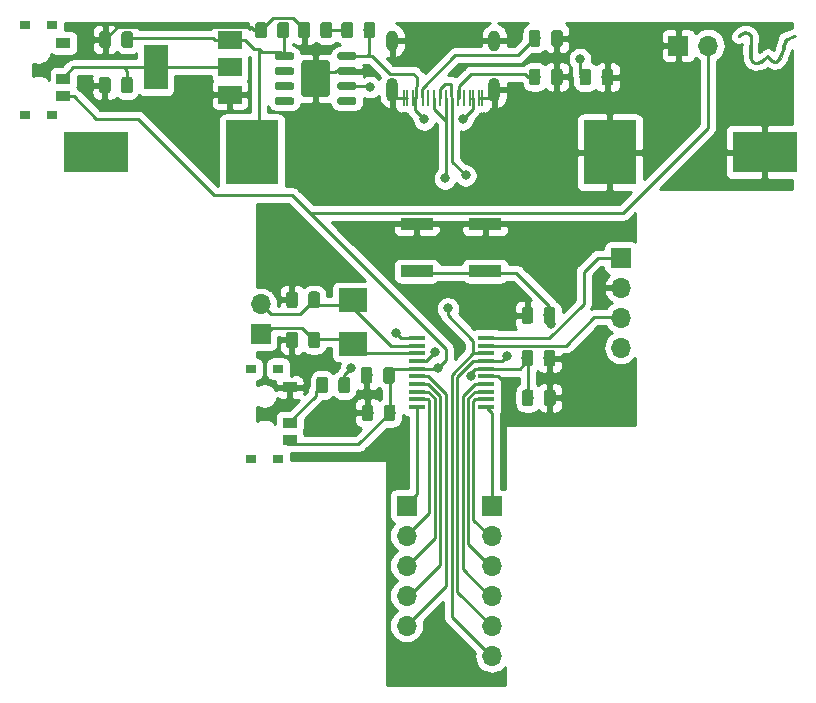
<source format=gbr>
G04 #@! TF.GenerationSoftware,KiCad,Pcbnew,5.1.2*
G04 #@! TF.CreationDate,2019-06-25T21:59:29-05:00*
G04 #@! TF.ProjectId,STM32F030Minimal,53544d33-3246-4303-9330-4d696e696d61,rev?*
G04 #@! TF.SameCoordinates,Original*
G04 #@! TF.FileFunction,Copper,L1,Top*
G04 #@! TF.FilePolarity,Positive*
%FSLAX46Y46*%
G04 Gerber Fmt 4.6, Leading zero omitted, Abs format (unit mm)*
G04 Created by KiCad (PCBNEW 5.1.2) date 2019-06-25 21:59:29*
%MOMM*%
%LPD*%
G04 APERTURE LIST*
%ADD10C,0.010000*%
%ADD11O,1.000000X2.100000*%
%ADD12O,1.000000X1.800000*%
%ADD13R,0.250000X1.400000*%
%ADD14R,1.700000X1.700000*%
%ADD15O,1.700000X1.700000*%
%ADD16R,5.500000X3.500000*%
%ADD17R,4.500000X5.500000*%
%ADD18C,0.100000*%
%ADD19C,0.975000*%
%ADD20R,2.800000X1.000000*%
%ADD21R,0.900000X0.800000*%
%ADD22R,1.250000X0.900000*%
%ADD23R,1.450000X0.450000*%
%ADD24R,2.000000X3.800000*%
%ADD25R,2.000000X1.500000*%
%ADD26C,2.410000*%
%ADD27C,0.600000*%
%ADD28R,2.400000X2.000000*%
%ADD29C,0.800000*%
%ADD30C,0.250000*%
%ADD31C,0.254000*%
G04 APERTURE END LIST*
D10*
G36*
X184869413Y-37579101D02*
G01*
X185052476Y-37671441D01*
X185188408Y-37805243D01*
X185195789Y-37816445D01*
X185234296Y-37886560D01*
X185255787Y-37961161D01*
X185262260Y-38061906D01*
X185255713Y-38210454D01*
X185244912Y-38349000D01*
X185231318Y-38557176D01*
X185220127Y-38815106D01*
X185212606Y-39087886D01*
X185210038Y-39309064D01*
X185210779Y-39541042D01*
X185215613Y-39705025D01*
X185226695Y-39817664D01*
X185246180Y-39895610D01*
X185276225Y-39955512D01*
X185297732Y-39986397D01*
X185383602Y-40071274D01*
X185497178Y-40111004D01*
X185570016Y-40119227D01*
X185817890Y-40100096D01*
X186045719Y-40002890D01*
X186259344Y-39824818D01*
X186314224Y-39763825D01*
X186418892Y-39650241D01*
X186509066Y-39568178D01*
X186566141Y-39534453D01*
X186568112Y-39534334D01*
X186623755Y-39567452D01*
X186697182Y-39651096D01*
X186729505Y-39698393D01*
X186876869Y-39889127D01*
X187026913Y-40003226D01*
X187174284Y-40039020D01*
X187313631Y-39994837D01*
X187407971Y-39910223D01*
X187488653Y-39801415D01*
X187558934Y-39673458D01*
X187626082Y-39509221D01*
X187697364Y-39291574D01*
X187755985Y-39089834D01*
X187815450Y-38879010D01*
X187877683Y-38659557D01*
X187931333Y-38471471D01*
X187942246Y-38433442D01*
X188021416Y-38158050D01*
X188449565Y-37994582D01*
X188667567Y-37915972D01*
X188815998Y-37873703D01*
X188901001Y-37866227D01*
X188922145Y-37875545D01*
X188952677Y-37934474D01*
X188919740Y-37994145D01*
X188817286Y-38059634D01*
X188639270Y-38136021D01*
X188589887Y-38154600D01*
X188430263Y-38216840D01*
X188299296Y-38273866D01*
X188219270Y-38315783D01*
X188208527Y-38323933D01*
X188180315Y-38380037D01*
X188136526Y-38501746D01*
X188082553Y-38672637D01*
X188023790Y-38876288D01*
X188007251Y-38936804D01*
X187896737Y-39318610D01*
X187790651Y-39623568D01*
X187684846Y-39859062D01*
X187575173Y-40032475D01*
X187457485Y-40151190D01*
X187327635Y-40222591D01*
X187276069Y-40238398D01*
X187102379Y-40241191D01*
X186918574Y-40174646D01*
X186746259Y-40047924D01*
X186692569Y-39990944D01*
X186541511Y-39814467D01*
X186371542Y-39991355D01*
X186187034Y-40157866D01*
X186003712Y-40260737D01*
X185790918Y-40314778D01*
X185676413Y-40327186D01*
X185518971Y-40333485D01*
X185409906Y-40317957D01*
X185314244Y-40273620D01*
X185272334Y-40246552D01*
X185144087Y-40118677D01*
X185052698Y-39931493D01*
X184997655Y-39681317D01*
X184978449Y-39364461D01*
X184994569Y-38977242D01*
X185039182Y-38563076D01*
X185067945Y-38311873D01*
X185075189Y-38128459D01*
X185057137Y-37997833D01*
X185010009Y-37904997D01*
X184930027Y-37834951D01*
X184843702Y-37787122D01*
X184698658Y-37742101D01*
X184560297Y-37760585D01*
X184412541Y-37847350D01*
X184296579Y-37949650D01*
X184201116Y-38035110D01*
X184138509Y-38065811D01*
X184086292Y-38051090D01*
X184073527Y-38042361D01*
X184026073Y-37997661D01*
X184032352Y-37948669D01*
X184070525Y-37889482D01*
X184179960Y-37776072D01*
X184332501Y-37669287D01*
X184497405Y-37586782D01*
X184643928Y-37546212D01*
X184670974Y-37544667D01*
X184869413Y-37579101D01*
X184869413Y-37579101D01*
G37*
X184869413Y-37579101D02*
X185052476Y-37671441D01*
X185188408Y-37805243D01*
X185195789Y-37816445D01*
X185234296Y-37886560D01*
X185255787Y-37961161D01*
X185262260Y-38061906D01*
X185255713Y-38210454D01*
X185244912Y-38349000D01*
X185231318Y-38557176D01*
X185220127Y-38815106D01*
X185212606Y-39087886D01*
X185210038Y-39309064D01*
X185210779Y-39541042D01*
X185215613Y-39705025D01*
X185226695Y-39817664D01*
X185246180Y-39895610D01*
X185276225Y-39955512D01*
X185297732Y-39986397D01*
X185383602Y-40071274D01*
X185497178Y-40111004D01*
X185570016Y-40119227D01*
X185817890Y-40100096D01*
X186045719Y-40002890D01*
X186259344Y-39824818D01*
X186314224Y-39763825D01*
X186418892Y-39650241D01*
X186509066Y-39568178D01*
X186566141Y-39534453D01*
X186568112Y-39534334D01*
X186623755Y-39567452D01*
X186697182Y-39651096D01*
X186729505Y-39698393D01*
X186876869Y-39889127D01*
X187026913Y-40003226D01*
X187174284Y-40039020D01*
X187313631Y-39994837D01*
X187407971Y-39910223D01*
X187488653Y-39801415D01*
X187558934Y-39673458D01*
X187626082Y-39509221D01*
X187697364Y-39291574D01*
X187755985Y-39089834D01*
X187815450Y-38879010D01*
X187877683Y-38659557D01*
X187931333Y-38471471D01*
X187942246Y-38433442D01*
X188021416Y-38158050D01*
X188449565Y-37994582D01*
X188667567Y-37915972D01*
X188815998Y-37873703D01*
X188901001Y-37866227D01*
X188922145Y-37875545D01*
X188952677Y-37934474D01*
X188919740Y-37994145D01*
X188817286Y-38059634D01*
X188639270Y-38136021D01*
X188589887Y-38154600D01*
X188430263Y-38216840D01*
X188299296Y-38273866D01*
X188219270Y-38315783D01*
X188208527Y-38323933D01*
X188180315Y-38380037D01*
X188136526Y-38501746D01*
X188082553Y-38672637D01*
X188023790Y-38876288D01*
X188007251Y-38936804D01*
X187896737Y-39318610D01*
X187790651Y-39623568D01*
X187684846Y-39859062D01*
X187575173Y-40032475D01*
X187457485Y-40151190D01*
X187327635Y-40222591D01*
X187276069Y-40238398D01*
X187102379Y-40241191D01*
X186918574Y-40174646D01*
X186746259Y-40047924D01*
X186692569Y-39990944D01*
X186541511Y-39814467D01*
X186371542Y-39991355D01*
X186187034Y-40157866D01*
X186003712Y-40260737D01*
X185790918Y-40314778D01*
X185676413Y-40327186D01*
X185518971Y-40333485D01*
X185409906Y-40317957D01*
X185314244Y-40273620D01*
X185272334Y-40246552D01*
X185144087Y-40118677D01*
X185052698Y-39931493D01*
X184997655Y-39681317D01*
X184978449Y-39364461D01*
X184994569Y-38977242D01*
X185039182Y-38563076D01*
X185067945Y-38311873D01*
X185075189Y-38128459D01*
X185057137Y-37997833D01*
X185010009Y-37904997D01*
X184930027Y-37834951D01*
X184843702Y-37787122D01*
X184698658Y-37742101D01*
X184560297Y-37760585D01*
X184412541Y-37847350D01*
X184296579Y-37949650D01*
X184201116Y-38035110D01*
X184138509Y-38065811D01*
X184086292Y-38051090D01*
X184073527Y-38042361D01*
X184026073Y-37997661D01*
X184032352Y-37948669D01*
X184070525Y-37889482D01*
X184179960Y-37776072D01*
X184332501Y-37669287D01*
X184497405Y-37586782D01*
X184643928Y-37546212D01*
X184670974Y-37544667D01*
X184869413Y-37579101D01*
D11*
X163420000Y-42500000D03*
X154780000Y-42500000D03*
D12*
X163420000Y-38350000D03*
X154780000Y-38350000D03*
D13*
X158850000Y-43200000D03*
X159350000Y-43200000D03*
X159850000Y-43200000D03*
X158350000Y-43200000D03*
X157850000Y-43200000D03*
X160350000Y-43200000D03*
X157350000Y-43200000D03*
X160850000Y-43200000D03*
X162425000Y-43200000D03*
X162175000Y-43200000D03*
X161625000Y-43200000D03*
X161375000Y-43200000D03*
X156825000Y-43200000D03*
X156575000Y-43200000D03*
X156025000Y-43200000D03*
X155775000Y-43200000D03*
D14*
X156000000Y-77710000D03*
D15*
X156000000Y-80250000D03*
X156000000Y-82790000D03*
X156000000Y-85330000D03*
X156000000Y-87870000D03*
D14*
X163230000Y-77750000D03*
D15*
X163230000Y-80290000D03*
X163230000Y-82830000D03*
X163230000Y-85370000D03*
X163230000Y-87910000D03*
X163230000Y-90450000D03*
D16*
X129725000Y-47775000D03*
X186325000Y-47775000D03*
D17*
X142900000Y-47800000D03*
X173200000Y-47800000D03*
D18*
G36*
X148442642Y-59576174D02*
G01*
X148466303Y-59579684D01*
X148489507Y-59585496D01*
X148512029Y-59593554D01*
X148533653Y-59603782D01*
X148554170Y-59616079D01*
X148573383Y-59630329D01*
X148591107Y-59646393D01*
X148607171Y-59664117D01*
X148621421Y-59683330D01*
X148633718Y-59703847D01*
X148643946Y-59725471D01*
X148652004Y-59747993D01*
X148657816Y-59771197D01*
X148661326Y-59794858D01*
X148662500Y-59818750D01*
X148662500Y-60731250D01*
X148661326Y-60755142D01*
X148657816Y-60778803D01*
X148652004Y-60802007D01*
X148643946Y-60824529D01*
X148633718Y-60846153D01*
X148621421Y-60866670D01*
X148607171Y-60885883D01*
X148591107Y-60903607D01*
X148573383Y-60919671D01*
X148554170Y-60933921D01*
X148533653Y-60946218D01*
X148512029Y-60956446D01*
X148489507Y-60964504D01*
X148466303Y-60970316D01*
X148442642Y-60973826D01*
X148418750Y-60975000D01*
X147931250Y-60975000D01*
X147907358Y-60973826D01*
X147883697Y-60970316D01*
X147860493Y-60964504D01*
X147837971Y-60956446D01*
X147816347Y-60946218D01*
X147795830Y-60933921D01*
X147776617Y-60919671D01*
X147758893Y-60903607D01*
X147742829Y-60885883D01*
X147728579Y-60866670D01*
X147716282Y-60846153D01*
X147706054Y-60824529D01*
X147697996Y-60802007D01*
X147692184Y-60778803D01*
X147688674Y-60755142D01*
X147687500Y-60731250D01*
X147687500Y-59818750D01*
X147688674Y-59794858D01*
X147692184Y-59771197D01*
X147697996Y-59747993D01*
X147706054Y-59725471D01*
X147716282Y-59703847D01*
X147728579Y-59683330D01*
X147742829Y-59664117D01*
X147758893Y-59646393D01*
X147776617Y-59630329D01*
X147795830Y-59616079D01*
X147816347Y-59603782D01*
X147837971Y-59593554D01*
X147860493Y-59585496D01*
X147883697Y-59579684D01*
X147907358Y-59576174D01*
X147931250Y-59575000D01*
X148418750Y-59575000D01*
X148442642Y-59576174D01*
X148442642Y-59576174D01*
G37*
D19*
X148175000Y-60275000D03*
D18*
G36*
X146567642Y-59576174D02*
G01*
X146591303Y-59579684D01*
X146614507Y-59585496D01*
X146637029Y-59593554D01*
X146658653Y-59603782D01*
X146679170Y-59616079D01*
X146698383Y-59630329D01*
X146716107Y-59646393D01*
X146732171Y-59664117D01*
X146746421Y-59683330D01*
X146758718Y-59703847D01*
X146768946Y-59725471D01*
X146777004Y-59747993D01*
X146782816Y-59771197D01*
X146786326Y-59794858D01*
X146787500Y-59818750D01*
X146787500Y-60731250D01*
X146786326Y-60755142D01*
X146782816Y-60778803D01*
X146777004Y-60802007D01*
X146768946Y-60824529D01*
X146758718Y-60846153D01*
X146746421Y-60866670D01*
X146732171Y-60885883D01*
X146716107Y-60903607D01*
X146698383Y-60919671D01*
X146679170Y-60933921D01*
X146658653Y-60946218D01*
X146637029Y-60956446D01*
X146614507Y-60964504D01*
X146591303Y-60970316D01*
X146567642Y-60973826D01*
X146543750Y-60975000D01*
X146056250Y-60975000D01*
X146032358Y-60973826D01*
X146008697Y-60970316D01*
X145985493Y-60964504D01*
X145962971Y-60956446D01*
X145941347Y-60946218D01*
X145920830Y-60933921D01*
X145901617Y-60919671D01*
X145883893Y-60903607D01*
X145867829Y-60885883D01*
X145853579Y-60866670D01*
X145841282Y-60846153D01*
X145831054Y-60824529D01*
X145822996Y-60802007D01*
X145817184Y-60778803D01*
X145813674Y-60755142D01*
X145812500Y-60731250D01*
X145812500Y-59818750D01*
X145813674Y-59794858D01*
X145817184Y-59771197D01*
X145822996Y-59747993D01*
X145831054Y-59725471D01*
X145841282Y-59703847D01*
X145853579Y-59683330D01*
X145867829Y-59664117D01*
X145883893Y-59646393D01*
X145901617Y-59630329D01*
X145920830Y-59616079D01*
X145941347Y-59603782D01*
X145962971Y-59593554D01*
X145985493Y-59585496D01*
X146008697Y-59579684D01*
X146032358Y-59576174D01*
X146056250Y-59575000D01*
X146543750Y-59575000D01*
X146567642Y-59576174D01*
X146567642Y-59576174D01*
G37*
D19*
X146300000Y-60275000D03*
D18*
G36*
X146567642Y-62976174D02*
G01*
X146591303Y-62979684D01*
X146614507Y-62985496D01*
X146637029Y-62993554D01*
X146658653Y-63003782D01*
X146679170Y-63016079D01*
X146698383Y-63030329D01*
X146716107Y-63046393D01*
X146732171Y-63064117D01*
X146746421Y-63083330D01*
X146758718Y-63103847D01*
X146768946Y-63125471D01*
X146777004Y-63147993D01*
X146782816Y-63171197D01*
X146786326Y-63194858D01*
X146787500Y-63218750D01*
X146787500Y-64131250D01*
X146786326Y-64155142D01*
X146782816Y-64178803D01*
X146777004Y-64202007D01*
X146768946Y-64224529D01*
X146758718Y-64246153D01*
X146746421Y-64266670D01*
X146732171Y-64285883D01*
X146716107Y-64303607D01*
X146698383Y-64319671D01*
X146679170Y-64333921D01*
X146658653Y-64346218D01*
X146637029Y-64356446D01*
X146614507Y-64364504D01*
X146591303Y-64370316D01*
X146567642Y-64373826D01*
X146543750Y-64375000D01*
X146056250Y-64375000D01*
X146032358Y-64373826D01*
X146008697Y-64370316D01*
X145985493Y-64364504D01*
X145962971Y-64356446D01*
X145941347Y-64346218D01*
X145920830Y-64333921D01*
X145901617Y-64319671D01*
X145883893Y-64303607D01*
X145867829Y-64285883D01*
X145853579Y-64266670D01*
X145841282Y-64246153D01*
X145831054Y-64224529D01*
X145822996Y-64202007D01*
X145817184Y-64178803D01*
X145813674Y-64155142D01*
X145812500Y-64131250D01*
X145812500Y-63218750D01*
X145813674Y-63194858D01*
X145817184Y-63171197D01*
X145822996Y-63147993D01*
X145831054Y-63125471D01*
X145841282Y-63103847D01*
X145853579Y-63083330D01*
X145867829Y-63064117D01*
X145883893Y-63046393D01*
X145901617Y-63030329D01*
X145920830Y-63016079D01*
X145941347Y-63003782D01*
X145962971Y-62993554D01*
X145985493Y-62985496D01*
X146008697Y-62979684D01*
X146032358Y-62976174D01*
X146056250Y-62975000D01*
X146543750Y-62975000D01*
X146567642Y-62976174D01*
X146567642Y-62976174D01*
G37*
D19*
X146300000Y-63675000D03*
D18*
G36*
X148442642Y-62976174D02*
G01*
X148466303Y-62979684D01*
X148489507Y-62985496D01*
X148512029Y-62993554D01*
X148533653Y-63003782D01*
X148554170Y-63016079D01*
X148573383Y-63030329D01*
X148591107Y-63046393D01*
X148607171Y-63064117D01*
X148621421Y-63083330D01*
X148633718Y-63103847D01*
X148643946Y-63125471D01*
X148652004Y-63147993D01*
X148657816Y-63171197D01*
X148661326Y-63194858D01*
X148662500Y-63218750D01*
X148662500Y-64131250D01*
X148661326Y-64155142D01*
X148657816Y-64178803D01*
X148652004Y-64202007D01*
X148643946Y-64224529D01*
X148633718Y-64246153D01*
X148621421Y-64266670D01*
X148607171Y-64285883D01*
X148591107Y-64303607D01*
X148573383Y-64319671D01*
X148554170Y-64333921D01*
X148533653Y-64346218D01*
X148512029Y-64356446D01*
X148489507Y-64364504D01*
X148466303Y-64370316D01*
X148442642Y-64373826D01*
X148418750Y-64375000D01*
X147931250Y-64375000D01*
X147907358Y-64373826D01*
X147883697Y-64370316D01*
X147860493Y-64364504D01*
X147837971Y-64356446D01*
X147816347Y-64346218D01*
X147795830Y-64333921D01*
X147776617Y-64319671D01*
X147758893Y-64303607D01*
X147742829Y-64285883D01*
X147728579Y-64266670D01*
X147716282Y-64246153D01*
X147706054Y-64224529D01*
X147697996Y-64202007D01*
X147692184Y-64178803D01*
X147688674Y-64155142D01*
X147687500Y-64131250D01*
X147687500Y-63218750D01*
X147688674Y-63194858D01*
X147692184Y-63171197D01*
X147697996Y-63147993D01*
X147706054Y-63125471D01*
X147716282Y-63103847D01*
X147728579Y-63083330D01*
X147742829Y-63064117D01*
X147758893Y-63046393D01*
X147776617Y-63030329D01*
X147795830Y-63016079D01*
X147816347Y-63003782D01*
X147837971Y-62993554D01*
X147860493Y-62985496D01*
X147883697Y-62979684D01*
X147907358Y-62976174D01*
X147931250Y-62975000D01*
X148418750Y-62975000D01*
X148442642Y-62976174D01*
X148442642Y-62976174D01*
G37*
D19*
X148175000Y-63675000D03*
D18*
G36*
X168367642Y-60901174D02*
G01*
X168391303Y-60904684D01*
X168414507Y-60910496D01*
X168437029Y-60918554D01*
X168458653Y-60928782D01*
X168479170Y-60941079D01*
X168498383Y-60955329D01*
X168516107Y-60971393D01*
X168532171Y-60989117D01*
X168546421Y-61008330D01*
X168558718Y-61028847D01*
X168568946Y-61050471D01*
X168577004Y-61072993D01*
X168582816Y-61096197D01*
X168586326Y-61119858D01*
X168587500Y-61143750D01*
X168587500Y-62056250D01*
X168586326Y-62080142D01*
X168582816Y-62103803D01*
X168577004Y-62127007D01*
X168568946Y-62149529D01*
X168558718Y-62171153D01*
X168546421Y-62191670D01*
X168532171Y-62210883D01*
X168516107Y-62228607D01*
X168498383Y-62244671D01*
X168479170Y-62258921D01*
X168458653Y-62271218D01*
X168437029Y-62281446D01*
X168414507Y-62289504D01*
X168391303Y-62295316D01*
X168367642Y-62298826D01*
X168343750Y-62300000D01*
X167856250Y-62300000D01*
X167832358Y-62298826D01*
X167808697Y-62295316D01*
X167785493Y-62289504D01*
X167762971Y-62281446D01*
X167741347Y-62271218D01*
X167720830Y-62258921D01*
X167701617Y-62244671D01*
X167683893Y-62228607D01*
X167667829Y-62210883D01*
X167653579Y-62191670D01*
X167641282Y-62171153D01*
X167631054Y-62149529D01*
X167622996Y-62127007D01*
X167617184Y-62103803D01*
X167613674Y-62080142D01*
X167612500Y-62056250D01*
X167612500Y-61143750D01*
X167613674Y-61119858D01*
X167617184Y-61096197D01*
X167622996Y-61072993D01*
X167631054Y-61050471D01*
X167641282Y-61028847D01*
X167653579Y-61008330D01*
X167667829Y-60989117D01*
X167683893Y-60971393D01*
X167701617Y-60955329D01*
X167720830Y-60941079D01*
X167741347Y-60928782D01*
X167762971Y-60918554D01*
X167785493Y-60910496D01*
X167808697Y-60904684D01*
X167832358Y-60901174D01*
X167856250Y-60900000D01*
X168343750Y-60900000D01*
X168367642Y-60901174D01*
X168367642Y-60901174D01*
G37*
D19*
X168100000Y-61600000D03*
D18*
G36*
X166492642Y-60901174D02*
G01*
X166516303Y-60904684D01*
X166539507Y-60910496D01*
X166562029Y-60918554D01*
X166583653Y-60928782D01*
X166604170Y-60941079D01*
X166623383Y-60955329D01*
X166641107Y-60971393D01*
X166657171Y-60989117D01*
X166671421Y-61008330D01*
X166683718Y-61028847D01*
X166693946Y-61050471D01*
X166702004Y-61072993D01*
X166707816Y-61096197D01*
X166711326Y-61119858D01*
X166712500Y-61143750D01*
X166712500Y-62056250D01*
X166711326Y-62080142D01*
X166707816Y-62103803D01*
X166702004Y-62127007D01*
X166693946Y-62149529D01*
X166683718Y-62171153D01*
X166671421Y-62191670D01*
X166657171Y-62210883D01*
X166641107Y-62228607D01*
X166623383Y-62244671D01*
X166604170Y-62258921D01*
X166583653Y-62271218D01*
X166562029Y-62281446D01*
X166539507Y-62289504D01*
X166516303Y-62295316D01*
X166492642Y-62298826D01*
X166468750Y-62300000D01*
X165981250Y-62300000D01*
X165957358Y-62298826D01*
X165933697Y-62295316D01*
X165910493Y-62289504D01*
X165887971Y-62281446D01*
X165866347Y-62271218D01*
X165845830Y-62258921D01*
X165826617Y-62244671D01*
X165808893Y-62228607D01*
X165792829Y-62210883D01*
X165778579Y-62191670D01*
X165766282Y-62171153D01*
X165756054Y-62149529D01*
X165747996Y-62127007D01*
X165742184Y-62103803D01*
X165738674Y-62080142D01*
X165737500Y-62056250D01*
X165737500Y-61143750D01*
X165738674Y-61119858D01*
X165742184Y-61096197D01*
X165747996Y-61072993D01*
X165756054Y-61050471D01*
X165766282Y-61028847D01*
X165778579Y-61008330D01*
X165792829Y-60989117D01*
X165808893Y-60971393D01*
X165826617Y-60955329D01*
X165845830Y-60941079D01*
X165866347Y-60928782D01*
X165887971Y-60918554D01*
X165910493Y-60910496D01*
X165933697Y-60904684D01*
X165957358Y-60901174D01*
X165981250Y-60900000D01*
X166468750Y-60900000D01*
X166492642Y-60901174D01*
X166492642Y-60901174D01*
G37*
D19*
X166225000Y-61600000D03*
D18*
G36*
X166492642Y-64526174D02*
G01*
X166516303Y-64529684D01*
X166539507Y-64535496D01*
X166562029Y-64543554D01*
X166583653Y-64553782D01*
X166604170Y-64566079D01*
X166623383Y-64580329D01*
X166641107Y-64596393D01*
X166657171Y-64614117D01*
X166671421Y-64633330D01*
X166683718Y-64653847D01*
X166693946Y-64675471D01*
X166702004Y-64697993D01*
X166707816Y-64721197D01*
X166711326Y-64744858D01*
X166712500Y-64768750D01*
X166712500Y-65681250D01*
X166711326Y-65705142D01*
X166707816Y-65728803D01*
X166702004Y-65752007D01*
X166693946Y-65774529D01*
X166683718Y-65796153D01*
X166671421Y-65816670D01*
X166657171Y-65835883D01*
X166641107Y-65853607D01*
X166623383Y-65869671D01*
X166604170Y-65883921D01*
X166583653Y-65896218D01*
X166562029Y-65906446D01*
X166539507Y-65914504D01*
X166516303Y-65920316D01*
X166492642Y-65923826D01*
X166468750Y-65925000D01*
X165981250Y-65925000D01*
X165957358Y-65923826D01*
X165933697Y-65920316D01*
X165910493Y-65914504D01*
X165887971Y-65906446D01*
X165866347Y-65896218D01*
X165845830Y-65883921D01*
X165826617Y-65869671D01*
X165808893Y-65853607D01*
X165792829Y-65835883D01*
X165778579Y-65816670D01*
X165766282Y-65796153D01*
X165756054Y-65774529D01*
X165747996Y-65752007D01*
X165742184Y-65728803D01*
X165738674Y-65705142D01*
X165737500Y-65681250D01*
X165737500Y-64768750D01*
X165738674Y-64744858D01*
X165742184Y-64721197D01*
X165747996Y-64697993D01*
X165756054Y-64675471D01*
X165766282Y-64653847D01*
X165778579Y-64633330D01*
X165792829Y-64614117D01*
X165808893Y-64596393D01*
X165826617Y-64580329D01*
X165845830Y-64566079D01*
X165866347Y-64553782D01*
X165887971Y-64543554D01*
X165910493Y-64535496D01*
X165933697Y-64529684D01*
X165957358Y-64526174D01*
X165981250Y-64525000D01*
X166468750Y-64525000D01*
X166492642Y-64526174D01*
X166492642Y-64526174D01*
G37*
D19*
X166225000Y-65225000D03*
D18*
G36*
X168367642Y-64526174D02*
G01*
X168391303Y-64529684D01*
X168414507Y-64535496D01*
X168437029Y-64543554D01*
X168458653Y-64553782D01*
X168479170Y-64566079D01*
X168498383Y-64580329D01*
X168516107Y-64596393D01*
X168532171Y-64614117D01*
X168546421Y-64633330D01*
X168558718Y-64653847D01*
X168568946Y-64675471D01*
X168577004Y-64697993D01*
X168582816Y-64721197D01*
X168586326Y-64744858D01*
X168587500Y-64768750D01*
X168587500Y-65681250D01*
X168586326Y-65705142D01*
X168582816Y-65728803D01*
X168577004Y-65752007D01*
X168568946Y-65774529D01*
X168558718Y-65796153D01*
X168546421Y-65816670D01*
X168532171Y-65835883D01*
X168516107Y-65853607D01*
X168498383Y-65869671D01*
X168479170Y-65883921D01*
X168458653Y-65896218D01*
X168437029Y-65906446D01*
X168414507Y-65914504D01*
X168391303Y-65920316D01*
X168367642Y-65923826D01*
X168343750Y-65925000D01*
X167856250Y-65925000D01*
X167832358Y-65923826D01*
X167808697Y-65920316D01*
X167785493Y-65914504D01*
X167762971Y-65906446D01*
X167741347Y-65896218D01*
X167720830Y-65883921D01*
X167701617Y-65869671D01*
X167683893Y-65853607D01*
X167667829Y-65835883D01*
X167653579Y-65816670D01*
X167641282Y-65796153D01*
X167631054Y-65774529D01*
X167622996Y-65752007D01*
X167617184Y-65728803D01*
X167613674Y-65705142D01*
X167612500Y-65681250D01*
X167612500Y-64768750D01*
X167613674Y-64744858D01*
X167617184Y-64721197D01*
X167622996Y-64697993D01*
X167631054Y-64675471D01*
X167641282Y-64653847D01*
X167653579Y-64633330D01*
X167667829Y-64614117D01*
X167683893Y-64596393D01*
X167701617Y-64580329D01*
X167720830Y-64566079D01*
X167741347Y-64553782D01*
X167762971Y-64543554D01*
X167785493Y-64535496D01*
X167808697Y-64529684D01*
X167832358Y-64526174D01*
X167856250Y-64525000D01*
X168343750Y-64525000D01*
X168367642Y-64526174D01*
X168367642Y-64526174D01*
G37*
D19*
X168100000Y-65225000D03*
D18*
G36*
X166517642Y-67876174D02*
G01*
X166541303Y-67879684D01*
X166564507Y-67885496D01*
X166587029Y-67893554D01*
X166608653Y-67903782D01*
X166629170Y-67916079D01*
X166648383Y-67930329D01*
X166666107Y-67946393D01*
X166682171Y-67964117D01*
X166696421Y-67983330D01*
X166708718Y-68003847D01*
X166718946Y-68025471D01*
X166727004Y-68047993D01*
X166732816Y-68071197D01*
X166736326Y-68094858D01*
X166737500Y-68118750D01*
X166737500Y-69031250D01*
X166736326Y-69055142D01*
X166732816Y-69078803D01*
X166727004Y-69102007D01*
X166718946Y-69124529D01*
X166708718Y-69146153D01*
X166696421Y-69166670D01*
X166682171Y-69185883D01*
X166666107Y-69203607D01*
X166648383Y-69219671D01*
X166629170Y-69233921D01*
X166608653Y-69246218D01*
X166587029Y-69256446D01*
X166564507Y-69264504D01*
X166541303Y-69270316D01*
X166517642Y-69273826D01*
X166493750Y-69275000D01*
X166006250Y-69275000D01*
X165982358Y-69273826D01*
X165958697Y-69270316D01*
X165935493Y-69264504D01*
X165912971Y-69256446D01*
X165891347Y-69246218D01*
X165870830Y-69233921D01*
X165851617Y-69219671D01*
X165833893Y-69203607D01*
X165817829Y-69185883D01*
X165803579Y-69166670D01*
X165791282Y-69146153D01*
X165781054Y-69124529D01*
X165772996Y-69102007D01*
X165767184Y-69078803D01*
X165763674Y-69055142D01*
X165762500Y-69031250D01*
X165762500Y-68118750D01*
X165763674Y-68094858D01*
X165767184Y-68071197D01*
X165772996Y-68047993D01*
X165781054Y-68025471D01*
X165791282Y-68003847D01*
X165803579Y-67983330D01*
X165817829Y-67964117D01*
X165833893Y-67946393D01*
X165851617Y-67930329D01*
X165870830Y-67916079D01*
X165891347Y-67903782D01*
X165912971Y-67893554D01*
X165935493Y-67885496D01*
X165958697Y-67879684D01*
X165982358Y-67876174D01*
X166006250Y-67875000D01*
X166493750Y-67875000D01*
X166517642Y-67876174D01*
X166517642Y-67876174D01*
G37*
D19*
X166250000Y-68575000D03*
D18*
G36*
X168392642Y-67876174D02*
G01*
X168416303Y-67879684D01*
X168439507Y-67885496D01*
X168462029Y-67893554D01*
X168483653Y-67903782D01*
X168504170Y-67916079D01*
X168523383Y-67930329D01*
X168541107Y-67946393D01*
X168557171Y-67964117D01*
X168571421Y-67983330D01*
X168583718Y-68003847D01*
X168593946Y-68025471D01*
X168602004Y-68047993D01*
X168607816Y-68071197D01*
X168611326Y-68094858D01*
X168612500Y-68118750D01*
X168612500Y-69031250D01*
X168611326Y-69055142D01*
X168607816Y-69078803D01*
X168602004Y-69102007D01*
X168593946Y-69124529D01*
X168583718Y-69146153D01*
X168571421Y-69166670D01*
X168557171Y-69185883D01*
X168541107Y-69203607D01*
X168523383Y-69219671D01*
X168504170Y-69233921D01*
X168483653Y-69246218D01*
X168462029Y-69256446D01*
X168439507Y-69264504D01*
X168416303Y-69270316D01*
X168392642Y-69273826D01*
X168368750Y-69275000D01*
X167881250Y-69275000D01*
X167857358Y-69273826D01*
X167833697Y-69270316D01*
X167810493Y-69264504D01*
X167787971Y-69256446D01*
X167766347Y-69246218D01*
X167745830Y-69233921D01*
X167726617Y-69219671D01*
X167708893Y-69203607D01*
X167692829Y-69185883D01*
X167678579Y-69166670D01*
X167666282Y-69146153D01*
X167656054Y-69124529D01*
X167647996Y-69102007D01*
X167642184Y-69078803D01*
X167638674Y-69055142D01*
X167637500Y-69031250D01*
X167637500Y-68118750D01*
X167638674Y-68094858D01*
X167642184Y-68071197D01*
X167647996Y-68047993D01*
X167656054Y-68025471D01*
X167666282Y-68003847D01*
X167678579Y-67983330D01*
X167692829Y-67964117D01*
X167708893Y-67946393D01*
X167726617Y-67930329D01*
X167745830Y-67916079D01*
X167766347Y-67903782D01*
X167787971Y-67893554D01*
X167810493Y-67885496D01*
X167833697Y-67879684D01*
X167857358Y-67876174D01*
X167881250Y-67875000D01*
X168368750Y-67875000D01*
X168392642Y-67876174D01*
X168392642Y-67876174D01*
G37*
D19*
X168125000Y-68575000D03*
D18*
G36*
X154842642Y-69151174D02*
G01*
X154866303Y-69154684D01*
X154889507Y-69160496D01*
X154912029Y-69168554D01*
X154933653Y-69178782D01*
X154954170Y-69191079D01*
X154973383Y-69205329D01*
X154991107Y-69221393D01*
X155007171Y-69239117D01*
X155021421Y-69258330D01*
X155033718Y-69278847D01*
X155043946Y-69300471D01*
X155052004Y-69322993D01*
X155057816Y-69346197D01*
X155061326Y-69369858D01*
X155062500Y-69393750D01*
X155062500Y-70306250D01*
X155061326Y-70330142D01*
X155057816Y-70353803D01*
X155052004Y-70377007D01*
X155043946Y-70399529D01*
X155033718Y-70421153D01*
X155021421Y-70441670D01*
X155007171Y-70460883D01*
X154991107Y-70478607D01*
X154973383Y-70494671D01*
X154954170Y-70508921D01*
X154933653Y-70521218D01*
X154912029Y-70531446D01*
X154889507Y-70539504D01*
X154866303Y-70545316D01*
X154842642Y-70548826D01*
X154818750Y-70550000D01*
X154331250Y-70550000D01*
X154307358Y-70548826D01*
X154283697Y-70545316D01*
X154260493Y-70539504D01*
X154237971Y-70531446D01*
X154216347Y-70521218D01*
X154195830Y-70508921D01*
X154176617Y-70494671D01*
X154158893Y-70478607D01*
X154142829Y-70460883D01*
X154128579Y-70441670D01*
X154116282Y-70421153D01*
X154106054Y-70399529D01*
X154097996Y-70377007D01*
X154092184Y-70353803D01*
X154088674Y-70330142D01*
X154087500Y-70306250D01*
X154087500Y-69393750D01*
X154088674Y-69369858D01*
X154092184Y-69346197D01*
X154097996Y-69322993D01*
X154106054Y-69300471D01*
X154116282Y-69278847D01*
X154128579Y-69258330D01*
X154142829Y-69239117D01*
X154158893Y-69221393D01*
X154176617Y-69205329D01*
X154195830Y-69191079D01*
X154216347Y-69178782D01*
X154237971Y-69168554D01*
X154260493Y-69160496D01*
X154283697Y-69154684D01*
X154307358Y-69151174D01*
X154331250Y-69150000D01*
X154818750Y-69150000D01*
X154842642Y-69151174D01*
X154842642Y-69151174D01*
G37*
D19*
X154575000Y-69850000D03*
D18*
G36*
X152967642Y-69151174D02*
G01*
X152991303Y-69154684D01*
X153014507Y-69160496D01*
X153037029Y-69168554D01*
X153058653Y-69178782D01*
X153079170Y-69191079D01*
X153098383Y-69205329D01*
X153116107Y-69221393D01*
X153132171Y-69239117D01*
X153146421Y-69258330D01*
X153158718Y-69278847D01*
X153168946Y-69300471D01*
X153177004Y-69322993D01*
X153182816Y-69346197D01*
X153186326Y-69369858D01*
X153187500Y-69393750D01*
X153187500Y-70306250D01*
X153186326Y-70330142D01*
X153182816Y-70353803D01*
X153177004Y-70377007D01*
X153168946Y-70399529D01*
X153158718Y-70421153D01*
X153146421Y-70441670D01*
X153132171Y-70460883D01*
X153116107Y-70478607D01*
X153098383Y-70494671D01*
X153079170Y-70508921D01*
X153058653Y-70521218D01*
X153037029Y-70531446D01*
X153014507Y-70539504D01*
X152991303Y-70545316D01*
X152967642Y-70548826D01*
X152943750Y-70550000D01*
X152456250Y-70550000D01*
X152432358Y-70548826D01*
X152408697Y-70545316D01*
X152385493Y-70539504D01*
X152362971Y-70531446D01*
X152341347Y-70521218D01*
X152320830Y-70508921D01*
X152301617Y-70494671D01*
X152283893Y-70478607D01*
X152267829Y-70460883D01*
X152253579Y-70441670D01*
X152241282Y-70421153D01*
X152231054Y-70399529D01*
X152222996Y-70377007D01*
X152217184Y-70353803D01*
X152213674Y-70330142D01*
X152212500Y-70306250D01*
X152212500Y-69393750D01*
X152213674Y-69369858D01*
X152217184Y-69346197D01*
X152222996Y-69322993D01*
X152231054Y-69300471D01*
X152241282Y-69278847D01*
X152253579Y-69258330D01*
X152267829Y-69239117D01*
X152283893Y-69221393D01*
X152301617Y-69205329D01*
X152320830Y-69191079D01*
X152341347Y-69178782D01*
X152362971Y-69168554D01*
X152385493Y-69160496D01*
X152408697Y-69154684D01*
X152432358Y-69151174D01*
X152456250Y-69150000D01*
X152943750Y-69150000D01*
X152967642Y-69151174D01*
X152967642Y-69151174D01*
G37*
D19*
X152700000Y-69850000D03*
D18*
G36*
X152892642Y-65976174D02*
G01*
X152916303Y-65979684D01*
X152939507Y-65985496D01*
X152962029Y-65993554D01*
X152983653Y-66003782D01*
X153004170Y-66016079D01*
X153023383Y-66030329D01*
X153041107Y-66046393D01*
X153057171Y-66064117D01*
X153071421Y-66083330D01*
X153083718Y-66103847D01*
X153093946Y-66125471D01*
X153102004Y-66147993D01*
X153107816Y-66171197D01*
X153111326Y-66194858D01*
X153112500Y-66218750D01*
X153112500Y-67131250D01*
X153111326Y-67155142D01*
X153107816Y-67178803D01*
X153102004Y-67202007D01*
X153093946Y-67224529D01*
X153083718Y-67246153D01*
X153071421Y-67266670D01*
X153057171Y-67285883D01*
X153041107Y-67303607D01*
X153023383Y-67319671D01*
X153004170Y-67333921D01*
X152983653Y-67346218D01*
X152962029Y-67356446D01*
X152939507Y-67364504D01*
X152916303Y-67370316D01*
X152892642Y-67373826D01*
X152868750Y-67375000D01*
X152381250Y-67375000D01*
X152357358Y-67373826D01*
X152333697Y-67370316D01*
X152310493Y-67364504D01*
X152287971Y-67356446D01*
X152266347Y-67346218D01*
X152245830Y-67333921D01*
X152226617Y-67319671D01*
X152208893Y-67303607D01*
X152192829Y-67285883D01*
X152178579Y-67266670D01*
X152166282Y-67246153D01*
X152156054Y-67224529D01*
X152147996Y-67202007D01*
X152142184Y-67178803D01*
X152138674Y-67155142D01*
X152137500Y-67131250D01*
X152137500Y-66218750D01*
X152138674Y-66194858D01*
X152142184Y-66171197D01*
X152147996Y-66147993D01*
X152156054Y-66125471D01*
X152166282Y-66103847D01*
X152178579Y-66083330D01*
X152192829Y-66064117D01*
X152208893Y-66046393D01*
X152226617Y-66030329D01*
X152245830Y-66016079D01*
X152266347Y-66003782D01*
X152287971Y-65993554D01*
X152310493Y-65985496D01*
X152333697Y-65979684D01*
X152357358Y-65976174D01*
X152381250Y-65975000D01*
X152868750Y-65975000D01*
X152892642Y-65976174D01*
X152892642Y-65976174D01*
G37*
D19*
X152625000Y-66675000D03*
D18*
G36*
X154767642Y-65976174D02*
G01*
X154791303Y-65979684D01*
X154814507Y-65985496D01*
X154837029Y-65993554D01*
X154858653Y-66003782D01*
X154879170Y-66016079D01*
X154898383Y-66030329D01*
X154916107Y-66046393D01*
X154932171Y-66064117D01*
X154946421Y-66083330D01*
X154958718Y-66103847D01*
X154968946Y-66125471D01*
X154977004Y-66147993D01*
X154982816Y-66171197D01*
X154986326Y-66194858D01*
X154987500Y-66218750D01*
X154987500Y-67131250D01*
X154986326Y-67155142D01*
X154982816Y-67178803D01*
X154977004Y-67202007D01*
X154968946Y-67224529D01*
X154958718Y-67246153D01*
X154946421Y-67266670D01*
X154932171Y-67285883D01*
X154916107Y-67303607D01*
X154898383Y-67319671D01*
X154879170Y-67333921D01*
X154858653Y-67346218D01*
X154837029Y-67356446D01*
X154814507Y-67364504D01*
X154791303Y-67370316D01*
X154767642Y-67373826D01*
X154743750Y-67375000D01*
X154256250Y-67375000D01*
X154232358Y-67373826D01*
X154208697Y-67370316D01*
X154185493Y-67364504D01*
X154162971Y-67356446D01*
X154141347Y-67346218D01*
X154120830Y-67333921D01*
X154101617Y-67319671D01*
X154083893Y-67303607D01*
X154067829Y-67285883D01*
X154053579Y-67266670D01*
X154041282Y-67246153D01*
X154031054Y-67224529D01*
X154022996Y-67202007D01*
X154017184Y-67178803D01*
X154013674Y-67155142D01*
X154012500Y-67131250D01*
X154012500Y-66218750D01*
X154013674Y-66194858D01*
X154017184Y-66171197D01*
X154022996Y-66147993D01*
X154031054Y-66125471D01*
X154041282Y-66103847D01*
X154053579Y-66083330D01*
X154067829Y-66064117D01*
X154083893Y-66046393D01*
X154101617Y-66030329D01*
X154120830Y-66016079D01*
X154141347Y-66003782D01*
X154162971Y-65993554D01*
X154185493Y-65985496D01*
X154208697Y-65979684D01*
X154232358Y-65976174D01*
X154256250Y-65975000D01*
X154743750Y-65975000D01*
X154767642Y-65976174D01*
X154767642Y-65976174D01*
G37*
D19*
X154500000Y-66675000D03*
D18*
G36*
X153117642Y-36751174D02*
G01*
X153141303Y-36754684D01*
X153164507Y-36760496D01*
X153187029Y-36768554D01*
X153208653Y-36778782D01*
X153229170Y-36791079D01*
X153248383Y-36805329D01*
X153266107Y-36821393D01*
X153282171Y-36839117D01*
X153296421Y-36858330D01*
X153308718Y-36878847D01*
X153318946Y-36900471D01*
X153327004Y-36922993D01*
X153332816Y-36946197D01*
X153336326Y-36969858D01*
X153337500Y-36993750D01*
X153337500Y-37906250D01*
X153336326Y-37930142D01*
X153332816Y-37953803D01*
X153327004Y-37977007D01*
X153318946Y-37999529D01*
X153308718Y-38021153D01*
X153296421Y-38041670D01*
X153282171Y-38060883D01*
X153266107Y-38078607D01*
X153248383Y-38094671D01*
X153229170Y-38108921D01*
X153208653Y-38121218D01*
X153187029Y-38131446D01*
X153164507Y-38139504D01*
X153141303Y-38145316D01*
X153117642Y-38148826D01*
X153093750Y-38150000D01*
X152606250Y-38150000D01*
X152582358Y-38148826D01*
X152558697Y-38145316D01*
X152535493Y-38139504D01*
X152512971Y-38131446D01*
X152491347Y-38121218D01*
X152470830Y-38108921D01*
X152451617Y-38094671D01*
X152433893Y-38078607D01*
X152417829Y-38060883D01*
X152403579Y-38041670D01*
X152391282Y-38021153D01*
X152381054Y-37999529D01*
X152372996Y-37977007D01*
X152367184Y-37953803D01*
X152363674Y-37930142D01*
X152362500Y-37906250D01*
X152362500Y-36993750D01*
X152363674Y-36969858D01*
X152367184Y-36946197D01*
X152372996Y-36922993D01*
X152381054Y-36900471D01*
X152391282Y-36878847D01*
X152403579Y-36858330D01*
X152417829Y-36839117D01*
X152433893Y-36821393D01*
X152451617Y-36805329D01*
X152470830Y-36791079D01*
X152491347Y-36778782D01*
X152512971Y-36768554D01*
X152535493Y-36760496D01*
X152558697Y-36754684D01*
X152582358Y-36751174D01*
X152606250Y-36750000D01*
X153093750Y-36750000D01*
X153117642Y-36751174D01*
X153117642Y-36751174D01*
G37*
D19*
X152850000Y-37450000D03*
D18*
G36*
X151242642Y-36751174D02*
G01*
X151266303Y-36754684D01*
X151289507Y-36760496D01*
X151312029Y-36768554D01*
X151333653Y-36778782D01*
X151354170Y-36791079D01*
X151373383Y-36805329D01*
X151391107Y-36821393D01*
X151407171Y-36839117D01*
X151421421Y-36858330D01*
X151433718Y-36878847D01*
X151443946Y-36900471D01*
X151452004Y-36922993D01*
X151457816Y-36946197D01*
X151461326Y-36969858D01*
X151462500Y-36993750D01*
X151462500Y-37906250D01*
X151461326Y-37930142D01*
X151457816Y-37953803D01*
X151452004Y-37977007D01*
X151443946Y-37999529D01*
X151433718Y-38021153D01*
X151421421Y-38041670D01*
X151407171Y-38060883D01*
X151391107Y-38078607D01*
X151373383Y-38094671D01*
X151354170Y-38108921D01*
X151333653Y-38121218D01*
X151312029Y-38131446D01*
X151289507Y-38139504D01*
X151266303Y-38145316D01*
X151242642Y-38148826D01*
X151218750Y-38150000D01*
X150731250Y-38150000D01*
X150707358Y-38148826D01*
X150683697Y-38145316D01*
X150660493Y-38139504D01*
X150637971Y-38131446D01*
X150616347Y-38121218D01*
X150595830Y-38108921D01*
X150576617Y-38094671D01*
X150558893Y-38078607D01*
X150542829Y-38060883D01*
X150528579Y-38041670D01*
X150516282Y-38021153D01*
X150506054Y-37999529D01*
X150497996Y-37977007D01*
X150492184Y-37953803D01*
X150488674Y-37930142D01*
X150487500Y-37906250D01*
X150487500Y-36993750D01*
X150488674Y-36969858D01*
X150492184Y-36946197D01*
X150497996Y-36922993D01*
X150506054Y-36900471D01*
X150516282Y-36878847D01*
X150528579Y-36858330D01*
X150542829Y-36839117D01*
X150558893Y-36821393D01*
X150576617Y-36805329D01*
X150595830Y-36791079D01*
X150616347Y-36778782D01*
X150637971Y-36768554D01*
X150660493Y-36760496D01*
X150683697Y-36754684D01*
X150707358Y-36751174D01*
X150731250Y-36750000D01*
X151218750Y-36750000D01*
X151242642Y-36751174D01*
X151242642Y-36751174D01*
G37*
D19*
X150975000Y-37450000D03*
D18*
G36*
X143942642Y-36751174D02*
G01*
X143966303Y-36754684D01*
X143989507Y-36760496D01*
X144012029Y-36768554D01*
X144033653Y-36778782D01*
X144054170Y-36791079D01*
X144073383Y-36805329D01*
X144091107Y-36821393D01*
X144107171Y-36839117D01*
X144121421Y-36858330D01*
X144133718Y-36878847D01*
X144143946Y-36900471D01*
X144152004Y-36922993D01*
X144157816Y-36946197D01*
X144161326Y-36969858D01*
X144162500Y-36993750D01*
X144162500Y-37906250D01*
X144161326Y-37930142D01*
X144157816Y-37953803D01*
X144152004Y-37977007D01*
X144143946Y-37999529D01*
X144133718Y-38021153D01*
X144121421Y-38041670D01*
X144107171Y-38060883D01*
X144091107Y-38078607D01*
X144073383Y-38094671D01*
X144054170Y-38108921D01*
X144033653Y-38121218D01*
X144012029Y-38131446D01*
X143989507Y-38139504D01*
X143966303Y-38145316D01*
X143942642Y-38148826D01*
X143918750Y-38150000D01*
X143431250Y-38150000D01*
X143407358Y-38148826D01*
X143383697Y-38145316D01*
X143360493Y-38139504D01*
X143337971Y-38131446D01*
X143316347Y-38121218D01*
X143295830Y-38108921D01*
X143276617Y-38094671D01*
X143258893Y-38078607D01*
X143242829Y-38060883D01*
X143228579Y-38041670D01*
X143216282Y-38021153D01*
X143206054Y-37999529D01*
X143197996Y-37977007D01*
X143192184Y-37953803D01*
X143188674Y-37930142D01*
X143187500Y-37906250D01*
X143187500Y-36993750D01*
X143188674Y-36969858D01*
X143192184Y-36946197D01*
X143197996Y-36922993D01*
X143206054Y-36900471D01*
X143216282Y-36878847D01*
X143228579Y-36858330D01*
X143242829Y-36839117D01*
X143258893Y-36821393D01*
X143276617Y-36805329D01*
X143295830Y-36791079D01*
X143316347Y-36778782D01*
X143337971Y-36768554D01*
X143360493Y-36760496D01*
X143383697Y-36754684D01*
X143407358Y-36751174D01*
X143431250Y-36750000D01*
X143918750Y-36750000D01*
X143942642Y-36751174D01*
X143942642Y-36751174D01*
G37*
D19*
X143675000Y-37450000D03*
D18*
G36*
X145817642Y-36751174D02*
G01*
X145841303Y-36754684D01*
X145864507Y-36760496D01*
X145887029Y-36768554D01*
X145908653Y-36778782D01*
X145929170Y-36791079D01*
X145948383Y-36805329D01*
X145966107Y-36821393D01*
X145982171Y-36839117D01*
X145996421Y-36858330D01*
X146008718Y-36878847D01*
X146018946Y-36900471D01*
X146027004Y-36922993D01*
X146032816Y-36946197D01*
X146036326Y-36969858D01*
X146037500Y-36993750D01*
X146037500Y-37906250D01*
X146036326Y-37930142D01*
X146032816Y-37953803D01*
X146027004Y-37977007D01*
X146018946Y-37999529D01*
X146008718Y-38021153D01*
X145996421Y-38041670D01*
X145982171Y-38060883D01*
X145966107Y-38078607D01*
X145948383Y-38094671D01*
X145929170Y-38108921D01*
X145908653Y-38121218D01*
X145887029Y-38131446D01*
X145864507Y-38139504D01*
X145841303Y-38145316D01*
X145817642Y-38148826D01*
X145793750Y-38150000D01*
X145306250Y-38150000D01*
X145282358Y-38148826D01*
X145258697Y-38145316D01*
X145235493Y-38139504D01*
X145212971Y-38131446D01*
X145191347Y-38121218D01*
X145170830Y-38108921D01*
X145151617Y-38094671D01*
X145133893Y-38078607D01*
X145117829Y-38060883D01*
X145103579Y-38041670D01*
X145091282Y-38021153D01*
X145081054Y-37999529D01*
X145072996Y-37977007D01*
X145067184Y-37953803D01*
X145063674Y-37930142D01*
X145062500Y-37906250D01*
X145062500Y-36993750D01*
X145063674Y-36969858D01*
X145067184Y-36946197D01*
X145072996Y-36922993D01*
X145081054Y-36900471D01*
X145091282Y-36878847D01*
X145103579Y-36858330D01*
X145117829Y-36839117D01*
X145133893Y-36821393D01*
X145151617Y-36805329D01*
X145170830Y-36791079D01*
X145191347Y-36778782D01*
X145212971Y-36768554D01*
X145235493Y-36760496D01*
X145258697Y-36754684D01*
X145282358Y-36751174D01*
X145306250Y-36750000D01*
X145793750Y-36750000D01*
X145817642Y-36751174D01*
X145817642Y-36751174D01*
G37*
D19*
X145550000Y-37450000D03*
D18*
G36*
X132617642Y-37551174D02*
G01*
X132641303Y-37554684D01*
X132664507Y-37560496D01*
X132687029Y-37568554D01*
X132708653Y-37578782D01*
X132729170Y-37591079D01*
X132748383Y-37605329D01*
X132766107Y-37621393D01*
X132782171Y-37639117D01*
X132796421Y-37658330D01*
X132808718Y-37678847D01*
X132818946Y-37700471D01*
X132827004Y-37722993D01*
X132832816Y-37746197D01*
X132836326Y-37769858D01*
X132837500Y-37793750D01*
X132837500Y-38706250D01*
X132836326Y-38730142D01*
X132832816Y-38753803D01*
X132827004Y-38777007D01*
X132818946Y-38799529D01*
X132808718Y-38821153D01*
X132796421Y-38841670D01*
X132782171Y-38860883D01*
X132766107Y-38878607D01*
X132748383Y-38894671D01*
X132729170Y-38908921D01*
X132708653Y-38921218D01*
X132687029Y-38931446D01*
X132664507Y-38939504D01*
X132641303Y-38945316D01*
X132617642Y-38948826D01*
X132593750Y-38950000D01*
X132106250Y-38950000D01*
X132082358Y-38948826D01*
X132058697Y-38945316D01*
X132035493Y-38939504D01*
X132012971Y-38931446D01*
X131991347Y-38921218D01*
X131970830Y-38908921D01*
X131951617Y-38894671D01*
X131933893Y-38878607D01*
X131917829Y-38860883D01*
X131903579Y-38841670D01*
X131891282Y-38821153D01*
X131881054Y-38799529D01*
X131872996Y-38777007D01*
X131867184Y-38753803D01*
X131863674Y-38730142D01*
X131862500Y-38706250D01*
X131862500Y-37793750D01*
X131863674Y-37769858D01*
X131867184Y-37746197D01*
X131872996Y-37722993D01*
X131881054Y-37700471D01*
X131891282Y-37678847D01*
X131903579Y-37658330D01*
X131917829Y-37639117D01*
X131933893Y-37621393D01*
X131951617Y-37605329D01*
X131970830Y-37591079D01*
X131991347Y-37578782D01*
X132012971Y-37568554D01*
X132035493Y-37560496D01*
X132058697Y-37554684D01*
X132082358Y-37551174D01*
X132106250Y-37550000D01*
X132593750Y-37550000D01*
X132617642Y-37551174D01*
X132617642Y-37551174D01*
G37*
D19*
X132350000Y-38250000D03*
D18*
G36*
X130742642Y-37551174D02*
G01*
X130766303Y-37554684D01*
X130789507Y-37560496D01*
X130812029Y-37568554D01*
X130833653Y-37578782D01*
X130854170Y-37591079D01*
X130873383Y-37605329D01*
X130891107Y-37621393D01*
X130907171Y-37639117D01*
X130921421Y-37658330D01*
X130933718Y-37678847D01*
X130943946Y-37700471D01*
X130952004Y-37722993D01*
X130957816Y-37746197D01*
X130961326Y-37769858D01*
X130962500Y-37793750D01*
X130962500Y-38706250D01*
X130961326Y-38730142D01*
X130957816Y-38753803D01*
X130952004Y-38777007D01*
X130943946Y-38799529D01*
X130933718Y-38821153D01*
X130921421Y-38841670D01*
X130907171Y-38860883D01*
X130891107Y-38878607D01*
X130873383Y-38894671D01*
X130854170Y-38908921D01*
X130833653Y-38921218D01*
X130812029Y-38931446D01*
X130789507Y-38939504D01*
X130766303Y-38945316D01*
X130742642Y-38948826D01*
X130718750Y-38950000D01*
X130231250Y-38950000D01*
X130207358Y-38948826D01*
X130183697Y-38945316D01*
X130160493Y-38939504D01*
X130137971Y-38931446D01*
X130116347Y-38921218D01*
X130095830Y-38908921D01*
X130076617Y-38894671D01*
X130058893Y-38878607D01*
X130042829Y-38860883D01*
X130028579Y-38841670D01*
X130016282Y-38821153D01*
X130006054Y-38799529D01*
X129997996Y-38777007D01*
X129992184Y-38753803D01*
X129988674Y-38730142D01*
X129987500Y-38706250D01*
X129987500Y-37793750D01*
X129988674Y-37769858D01*
X129992184Y-37746197D01*
X129997996Y-37722993D01*
X130006054Y-37700471D01*
X130016282Y-37678847D01*
X130028579Y-37658330D01*
X130042829Y-37639117D01*
X130058893Y-37621393D01*
X130076617Y-37605329D01*
X130095830Y-37591079D01*
X130116347Y-37578782D01*
X130137971Y-37568554D01*
X130160493Y-37560496D01*
X130183697Y-37554684D01*
X130207358Y-37551174D01*
X130231250Y-37550000D01*
X130718750Y-37550000D01*
X130742642Y-37551174D01*
X130742642Y-37551174D01*
G37*
D19*
X130475000Y-38250000D03*
D18*
G36*
X130717642Y-41401174D02*
G01*
X130741303Y-41404684D01*
X130764507Y-41410496D01*
X130787029Y-41418554D01*
X130808653Y-41428782D01*
X130829170Y-41441079D01*
X130848383Y-41455329D01*
X130866107Y-41471393D01*
X130882171Y-41489117D01*
X130896421Y-41508330D01*
X130908718Y-41528847D01*
X130918946Y-41550471D01*
X130927004Y-41572993D01*
X130932816Y-41596197D01*
X130936326Y-41619858D01*
X130937500Y-41643750D01*
X130937500Y-42556250D01*
X130936326Y-42580142D01*
X130932816Y-42603803D01*
X130927004Y-42627007D01*
X130918946Y-42649529D01*
X130908718Y-42671153D01*
X130896421Y-42691670D01*
X130882171Y-42710883D01*
X130866107Y-42728607D01*
X130848383Y-42744671D01*
X130829170Y-42758921D01*
X130808653Y-42771218D01*
X130787029Y-42781446D01*
X130764507Y-42789504D01*
X130741303Y-42795316D01*
X130717642Y-42798826D01*
X130693750Y-42800000D01*
X130206250Y-42800000D01*
X130182358Y-42798826D01*
X130158697Y-42795316D01*
X130135493Y-42789504D01*
X130112971Y-42781446D01*
X130091347Y-42771218D01*
X130070830Y-42758921D01*
X130051617Y-42744671D01*
X130033893Y-42728607D01*
X130017829Y-42710883D01*
X130003579Y-42691670D01*
X129991282Y-42671153D01*
X129981054Y-42649529D01*
X129972996Y-42627007D01*
X129967184Y-42603803D01*
X129963674Y-42580142D01*
X129962500Y-42556250D01*
X129962500Y-41643750D01*
X129963674Y-41619858D01*
X129967184Y-41596197D01*
X129972996Y-41572993D01*
X129981054Y-41550471D01*
X129991282Y-41528847D01*
X130003579Y-41508330D01*
X130017829Y-41489117D01*
X130033893Y-41471393D01*
X130051617Y-41455329D01*
X130070830Y-41441079D01*
X130091347Y-41428782D01*
X130112971Y-41418554D01*
X130135493Y-41410496D01*
X130158697Y-41404684D01*
X130182358Y-41401174D01*
X130206250Y-41400000D01*
X130693750Y-41400000D01*
X130717642Y-41401174D01*
X130717642Y-41401174D01*
G37*
D19*
X130450000Y-42100000D03*
D18*
G36*
X132592642Y-41401174D02*
G01*
X132616303Y-41404684D01*
X132639507Y-41410496D01*
X132662029Y-41418554D01*
X132683653Y-41428782D01*
X132704170Y-41441079D01*
X132723383Y-41455329D01*
X132741107Y-41471393D01*
X132757171Y-41489117D01*
X132771421Y-41508330D01*
X132783718Y-41528847D01*
X132793946Y-41550471D01*
X132802004Y-41572993D01*
X132807816Y-41596197D01*
X132811326Y-41619858D01*
X132812500Y-41643750D01*
X132812500Y-42556250D01*
X132811326Y-42580142D01*
X132807816Y-42603803D01*
X132802004Y-42627007D01*
X132793946Y-42649529D01*
X132783718Y-42671153D01*
X132771421Y-42691670D01*
X132757171Y-42710883D01*
X132741107Y-42728607D01*
X132723383Y-42744671D01*
X132704170Y-42758921D01*
X132683653Y-42771218D01*
X132662029Y-42781446D01*
X132639507Y-42789504D01*
X132616303Y-42795316D01*
X132592642Y-42798826D01*
X132568750Y-42800000D01*
X132081250Y-42800000D01*
X132057358Y-42798826D01*
X132033697Y-42795316D01*
X132010493Y-42789504D01*
X131987971Y-42781446D01*
X131966347Y-42771218D01*
X131945830Y-42758921D01*
X131926617Y-42744671D01*
X131908893Y-42728607D01*
X131892829Y-42710883D01*
X131878579Y-42691670D01*
X131866282Y-42671153D01*
X131856054Y-42649529D01*
X131847996Y-42627007D01*
X131842184Y-42603803D01*
X131838674Y-42580142D01*
X131837500Y-42556250D01*
X131837500Y-41643750D01*
X131838674Y-41619858D01*
X131842184Y-41596197D01*
X131847996Y-41572993D01*
X131856054Y-41550471D01*
X131866282Y-41528847D01*
X131878579Y-41508330D01*
X131892829Y-41489117D01*
X131908893Y-41471393D01*
X131926617Y-41455329D01*
X131945830Y-41441079D01*
X131966347Y-41428782D01*
X131987971Y-41418554D01*
X132010493Y-41410496D01*
X132033697Y-41404684D01*
X132057358Y-41401174D01*
X132081250Y-41400000D01*
X132568750Y-41400000D01*
X132592642Y-41401174D01*
X132592642Y-41401174D01*
G37*
D19*
X132325000Y-42100000D03*
D14*
X174150000Y-56720000D03*
D15*
X174150000Y-59260000D03*
X174150000Y-61800000D03*
X174150000Y-64340000D03*
D18*
G36*
X167117642Y-40701174D02*
G01*
X167141303Y-40704684D01*
X167164507Y-40710496D01*
X167187029Y-40718554D01*
X167208653Y-40728782D01*
X167229170Y-40741079D01*
X167248383Y-40755329D01*
X167266107Y-40771393D01*
X167282171Y-40789117D01*
X167296421Y-40808330D01*
X167308718Y-40828847D01*
X167318946Y-40850471D01*
X167327004Y-40872993D01*
X167332816Y-40896197D01*
X167336326Y-40919858D01*
X167337500Y-40943750D01*
X167337500Y-41856250D01*
X167336326Y-41880142D01*
X167332816Y-41903803D01*
X167327004Y-41927007D01*
X167318946Y-41949529D01*
X167308718Y-41971153D01*
X167296421Y-41991670D01*
X167282171Y-42010883D01*
X167266107Y-42028607D01*
X167248383Y-42044671D01*
X167229170Y-42058921D01*
X167208653Y-42071218D01*
X167187029Y-42081446D01*
X167164507Y-42089504D01*
X167141303Y-42095316D01*
X167117642Y-42098826D01*
X167093750Y-42100000D01*
X166606250Y-42100000D01*
X166582358Y-42098826D01*
X166558697Y-42095316D01*
X166535493Y-42089504D01*
X166512971Y-42081446D01*
X166491347Y-42071218D01*
X166470830Y-42058921D01*
X166451617Y-42044671D01*
X166433893Y-42028607D01*
X166417829Y-42010883D01*
X166403579Y-41991670D01*
X166391282Y-41971153D01*
X166381054Y-41949529D01*
X166372996Y-41927007D01*
X166367184Y-41903803D01*
X166363674Y-41880142D01*
X166362500Y-41856250D01*
X166362500Y-40943750D01*
X166363674Y-40919858D01*
X166367184Y-40896197D01*
X166372996Y-40872993D01*
X166381054Y-40850471D01*
X166391282Y-40828847D01*
X166403579Y-40808330D01*
X166417829Y-40789117D01*
X166433893Y-40771393D01*
X166451617Y-40755329D01*
X166470830Y-40741079D01*
X166491347Y-40728782D01*
X166512971Y-40718554D01*
X166535493Y-40710496D01*
X166558697Y-40704684D01*
X166582358Y-40701174D01*
X166606250Y-40700000D01*
X167093750Y-40700000D01*
X167117642Y-40701174D01*
X167117642Y-40701174D01*
G37*
D19*
X166850000Y-41400000D03*
D18*
G36*
X168992642Y-40701174D02*
G01*
X169016303Y-40704684D01*
X169039507Y-40710496D01*
X169062029Y-40718554D01*
X169083653Y-40728782D01*
X169104170Y-40741079D01*
X169123383Y-40755329D01*
X169141107Y-40771393D01*
X169157171Y-40789117D01*
X169171421Y-40808330D01*
X169183718Y-40828847D01*
X169193946Y-40850471D01*
X169202004Y-40872993D01*
X169207816Y-40896197D01*
X169211326Y-40919858D01*
X169212500Y-40943750D01*
X169212500Y-41856250D01*
X169211326Y-41880142D01*
X169207816Y-41903803D01*
X169202004Y-41927007D01*
X169193946Y-41949529D01*
X169183718Y-41971153D01*
X169171421Y-41991670D01*
X169157171Y-42010883D01*
X169141107Y-42028607D01*
X169123383Y-42044671D01*
X169104170Y-42058921D01*
X169083653Y-42071218D01*
X169062029Y-42081446D01*
X169039507Y-42089504D01*
X169016303Y-42095316D01*
X168992642Y-42098826D01*
X168968750Y-42100000D01*
X168481250Y-42100000D01*
X168457358Y-42098826D01*
X168433697Y-42095316D01*
X168410493Y-42089504D01*
X168387971Y-42081446D01*
X168366347Y-42071218D01*
X168345830Y-42058921D01*
X168326617Y-42044671D01*
X168308893Y-42028607D01*
X168292829Y-42010883D01*
X168278579Y-41991670D01*
X168266282Y-41971153D01*
X168256054Y-41949529D01*
X168247996Y-41927007D01*
X168242184Y-41903803D01*
X168238674Y-41880142D01*
X168237500Y-41856250D01*
X168237500Y-40943750D01*
X168238674Y-40919858D01*
X168242184Y-40896197D01*
X168247996Y-40872993D01*
X168256054Y-40850471D01*
X168266282Y-40828847D01*
X168278579Y-40808330D01*
X168292829Y-40789117D01*
X168308893Y-40771393D01*
X168326617Y-40755329D01*
X168345830Y-40741079D01*
X168366347Y-40728782D01*
X168387971Y-40718554D01*
X168410493Y-40710496D01*
X168433697Y-40704684D01*
X168457358Y-40701174D01*
X168481250Y-40700000D01*
X168968750Y-40700000D01*
X168992642Y-40701174D01*
X168992642Y-40701174D01*
G37*
D19*
X168725000Y-41400000D03*
D18*
G36*
X168992642Y-37451174D02*
G01*
X169016303Y-37454684D01*
X169039507Y-37460496D01*
X169062029Y-37468554D01*
X169083653Y-37478782D01*
X169104170Y-37491079D01*
X169123383Y-37505329D01*
X169141107Y-37521393D01*
X169157171Y-37539117D01*
X169171421Y-37558330D01*
X169183718Y-37578847D01*
X169193946Y-37600471D01*
X169202004Y-37622993D01*
X169207816Y-37646197D01*
X169211326Y-37669858D01*
X169212500Y-37693750D01*
X169212500Y-38606250D01*
X169211326Y-38630142D01*
X169207816Y-38653803D01*
X169202004Y-38677007D01*
X169193946Y-38699529D01*
X169183718Y-38721153D01*
X169171421Y-38741670D01*
X169157171Y-38760883D01*
X169141107Y-38778607D01*
X169123383Y-38794671D01*
X169104170Y-38808921D01*
X169083653Y-38821218D01*
X169062029Y-38831446D01*
X169039507Y-38839504D01*
X169016303Y-38845316D01*
X168992642Y-38848826D01*
X168968750Y-38850000D01*
X168481250Y-38850000D01*
X168457358Y-38848826D01*
X168433697Y-38845316D01*
X168410493Y-38839504D01*
X168387971Y-38831446D01*
X168366347Y-38821218D01*
X168345830Y-38808921D01*
X168326617Y-38794671D01*
X168308893Y-38778607D01*
X168292829Y-38760883D01*
X168278579Y-38741670D01*
X168266282Y-38721153D01*
X168256054Y-38699529D01*
X168247996Y-38677007D01*
X168242184Y-38653803D01*
X168238674Y-38630142D01*
X168237500Y-38606250D01*
X168237500Y-37693750D01*
X168238674Y-37669858D01*
X168242184Y-37646197D01*
X168247996Y-37622993D01*
X168256054Y-37600471D01*
X168266282Y-37578847D01*
X168278579Y-37558330D01*
X168292829Y-37539117D01*
X168308893Y-37521393D01*
X168326617Y-37505329D01*
X168345830Y-37491079D01*
X168366347Y-37478782D01*
X168387971Y-37468554D01*
X168410493Y-37460496D01*
X168433697Y-37454684D01*
X168457358Y-37451174D01*
X168481250Y-37450000D01*
X168968750Y-37450000D01*
X168992642Y-37451174D01*
X168992642Y-37451174D01*
G37*
D19*
X168725000Y-38150000D03*
D18*
G36*
X167117642Y-37451174D02*
G01*
X167141303Y-37454684D01*
X167164507Y-37460496D01*
X167187029Y-37468554D01*
X167208653Y-37478782D01*
X167229170Y-37491079D01*
X167248383Y-37505329D01*
X167266107Y-37521393D01*
X167282171Y-37539117D01*
X167296421Y-37558330D01*
X167308718Y-37578847D01*
X167318946Y-37600471D01*
X167327004Y-37622993D01*
X167332816Y-37646197D01*
X167336326Y-37669858D01*
X167337500Y-37693750D01*
X167337500Y-38606250D01*
X167336326Y-38630142D01*
X167332816Y-38653803D01*
X167327004Y-38677007D01*
X167318946Y-38699529D01*
X167308718Y-38721153D01*
X167296421Y-38741670D01*
X167282171Y-38760883D01*
X167266107Y-38778607D01*
X167248383Y-38794671D01*
X167229170Y-38808921D01*
X167208653Y-38821218D01*
X167187029Y-38831446D01*
X167164507Y-38839504D01*
X167141303Y-38845316D01*
X167117642Y-38848826D01*
X167093750Y-38850000D01*
X166606250Y-38850000D01*
X166582358Y-38848826D01*
X166558697Y-38845316D01*
X166535493Y-38839504D01*
X166512971Y-38831446D01*
X166491347Y-38821218D01*
X166470830Y-38808921D01*
X166451617Y-38794671D01*
X166433893Y-38778607D01*
X166417829Y-38760883D01*
X166403579Y-38741670D01*
X166391282Y-38721153D01*
X166381054Y-38699529D01*
X166372996Y-38677007D01*
X166367184Y-38653803D01*
X166363674Y-38630142D01*
X166362500Y-38606250D01*
X166362500Y-37693750D01*
X166363674Y-37669858D01*
X166367184Y-37646197D01*
X166372996Y-37622993D01*
X166381054Y-37600471D01*
X166391282Y-37578847D01*
X166403579Y-37558330D01*
X166417829Y-37539117D01*
X166433893Y-37521393D01*
X166451617Y-37505329D01*
X166470830Y-37491079D01*
X166491347Y-37478782D01*
X166512971Y-37468554D01*
X166535493Y-37460496D01*
X166558697Y-37454684D01*
X166582358Y-37451174D01*
X166606250Y-37450000D01*
X167093750Y-37450000D01*
X167117642Y-37451174D01*
X167117642Y-37451174D01*
G37*
D19*
X166850000Y-38150000D03*
D18*
G36*
X149117642Y-66801174D02*
G01*
X149141303Y-66804684D01*
X149164507Y-66810496D01*
X149187029Y-66818554D01*
X149208653Y-66828782D01*
X149229170Y-66841079D01*
X149248383Y-66855329D01*
X149266107Y-66871393D01*
X149282171Y-66889117D01*
X149296421Y-66908330D01*
X149308718Y-66928847D01*
X149318946Y-66950471D01*
X149327004Y-66972993D01*
X149332816Y-66996197D01*
X149336326Y-67019858D01*
X149337500Y-67043750D01*
X149337500Y-67956250D01*
X149336326Y-67980142D01*
X149332816Y-68003803D01*
X149327004Y-68027007D01*
X149318946Y-68049529D01*
X149308718Y-68071153D01*
X149296421Y-68091670D01*
X149282171Y-68110883D01*
X149266107Y-68128607D01*
X149248383Y-68144671D01*
X149229170Y-68158921D01*
X149208653Y-68171218D01*
X149187029Y-68181446D01*
X149164507Y-68189504D01*
X149141303Y-68195316D01*
X149117642Y-68198826D01*
X149093750Y-68200000D01*
X148606250Y-68200000D01*
X148582358Y-68198826D01*
X148558697Y-68195316D01*
X148535493Y-68189504D01*
X148512971Y-68181446D01*
X148491347Y-68171218D01*
X148470830Y-68158921D01*
X148451617Y-68144671D01*
X148433893Y-68128607D01*
X148417829Y-68110883D01*
X148403579Y-68091670D01*
X148391282Y-68071153D01*
X148381054Y-68049529D01*
X148372996Y-68027007D01*
X148367184Y-68003803D01*
X148363674Y-67980142D01*
X148362500Y-67956250D01*
X148362500Y-67043750D01*
X148363674Y-67019858D01*
X148367184Y-66996197D01*
X148372996Y-66972993D01*
X148381054Y-66950471D01*
X148391282Y-66928847D01*
X148403579Y-66908330D01*
X148417829Y-66889117D01*
X148433893Y-66871393D01*
X148451617Y-66855329D01*
X148470830Y-66841079D01*
X148491347Y-66828782D01*
X148512971Y-66818554D01*
X148535493Y-66810496D01*
X148558697Y-66804684D01*
X148582358Y-66801174D01*
X148606250Y-66800000D01*
X149093750Y-66800000D01*
X149117642Y-66801174D01*
X149117642Y-66801174D01*
G37*
D19*
X148850000Y-67500000D03*
D18*
G36*
X150992642Y-66801174D02*
G01*
X151016303Y-66804684D01*
X151039507Y-66810496D01*
X151062029Y-66818554D01*
X151083653Y-66828782D01*
X151104170Y-66841079D01*
X151123383Y-66855329D01*
X151141107Y-66871393D01*
X151157171Y-66889117D01*
X151171421Y-66908330D01*
X151183718Y-66928847D01*
X151193946Y-66950471D01*
X151202004Y-66972993D01*
X151207816Y-66996197D01*
X151211326Y-67019858D01*
X151212500Y-67043750D01*
X151212500Y-67956250D01*
X151211326Y-67980142D01*
X151207816Y-68003803D01*
X151202004Y-68027007D01*
X151193946Y-68049529D01*
X151183718Y-68071153D01*
X151171421Y-68091670D01*
X151157171Y-68110883D01*
X151141107Y-68128607D01*
X151123383Y-68144671D01*
X151104170Y-68158921D01*
X151083653Y-68171218D01*
X151062029Y-68181446D01*
X151039507Y-68189504D01*
X151016303Y-68195316D01*
X150992642Y-68198826D01*
X150968750Y-68200000D01*
X150481250Y-68200000D01*
X150457358Y-68198826D01*
X150433697Y-68195316D01*
X150410493Y-68189504D01*
X150387971Y-68181446D01*
X150366347Y-68171218D01*
X150345830Y-68158921D01*
X150326617Y-68144671D01*
X150308893Y-68128607D01*
X150292829Y-68110883D01*
X150278579Y-68091670D01*
X150266282Y-68071153D01*
X150256054Y-68049529D01*
X150247996Y-68027007D01*
X150242184Y-68003803D01*
X150238674Y-67980142D01*
X150237500Y-67956250D01*
X150237500Y-67043750D01*
X150238674Y-67019858D01*
X150242184Y-66996197D01*
X150247996Y-66972993D01*
X150256054Y-66950471D01*
X150266282Y-66928847D01*
X150278579Y-66908330D01*
X150292829Y-66889117D01*
X150308893Y-66871393D01*
X150326617Y-66855329D01*
X150345830Y-66841079D01*
X150366347Y-66828782D01*
X150387971Y-66818554D01*
X150410493Y-66810496D01*
X150433697Y-66804684D01*
X150457358Y-66801174D01*
X150481250Y-66800000D01*
X150968750Y-66800000D01*
X150992642Y-66801174D01*
X150992642Y-66801174D01*
G37*
D19*
X150725000Y-67500000D03*
D18*
G36*
X147592642Y-36751174D02*
G01*
X147616303Y-36754684D01*
X147639507Y-36760496D01*
X147662029Y-36768554D01*
X147683653Y-36778782D01*
X147704170Y-36791079D01*
X147723383Y-36805329D01*
X147741107Y-36821393D01*
X147757171Y-36839117D01*
X147771421Y-36858330D01*
X147783718Y-36878847D01*
X147793946Y-36900471D01*
X147802004Y-36922993D01*
X147807816Y-36946197D01*
X147811326Y-36969858D01*
X147812500Y-36993750D01*
X147812500Y-37906250D01*
X147811326Y-37930142D01*
X147807816Y-37953803D01*
X147802004Y-37977007D01*
X147793946Y-37999529D01*
X147783718Y-38021153D01*
X147771421Y-38041670D01*
X147757171Y-38060883D01*
X147741107Y-38078607D01*
X147723383Y-38094671D01*
X147704170Y-38108921D01*
X147683653Y-38121218D01*
X147662029Y-38131446D01*
X147639507Y-38139504D01*
X147616303Y-38145316D01*
X147592642Y-38148826D01*
X147568750Y-38150000D01*
X147081250Y-38150000D01*
X147057358Y-38148826D01*
X147033697Y-38145316D01*
X147010493Y-38139504D01*
X146987971Y-38131446D01*
X146966347Y-38121218D01*
X146945830Y-38108921D01*
X146926617Y-38094671D01*
X146908893Y-38078607D01*
X146892829Y-38060883D01*
X146878579Y-38041670D01*
X146866282Y-38021153D01*
X146856054Y-37999529D01*
X146847996Y-37977007D01*
X146842184Y-37953803D01*
X146838674Y-37930142D01*
X146837500Y-37906250D01*
X146837500Y-36993750D01*
X146838674Y-36969858D01*
X146842184Y-36946197D01*
X146847996Y-36922993D01*
X146856054Y-36900471D01*
X146866282Y-36878847D01*
X146878579Y-36858330D01*
X146892829Y-36839117D01*
X146908893Y-36821393D01*
X146926617Y-36805329D01*
X146945830Y-36791079D01*
X146966347Y-36778782D01*
X146987971Y-36768554D01*
X147010493Y-36760496D01*
X147033697Y-36754684D01*
X147057358Y-36751174D01*
X147081250Y-36750000D01*
X147568750Y-36750000D01*
X147592642Y-36751174D01*
X147592642Y-36751174D01*
G37*
D19*
X147325000Y-37450000D03*
D18*
G36*
X149467642Y-36751174D02*
G01*
X149491303Y-36754684D01*
X149514507Y-36760496D01*
X149537029Y-36768554D01*
X149558653Y-36778782D01*
X149579170Y-36791079D01*
X149598383Y-36805329D01*
X149616107Y-36821393D01*
X149632171Y-36839117D01*
X149646421Y-36858330D01*
X149658718Y-36878847D01*
X149668946Y-36900471D01*
X149677004Y-36922993D01*
X149682816Y-36946197D01*
X149686326Y-36969858D01*
X149687500Y-36993750D01*
X149687500Y-37906250D01*
X149686326Y-37930142D01*
X149682816Y-37953803D01*
X149677004Y-37977007D01*
X149668946Y-37999529D01*
X149658718Y-38021153D01*
X149646421Y-38041670D01*
X149632171Y-38060883D01*
X149616107Y-38078607D01*
X149598383Y-38094671D01*
X149579170Y-38108921D01*
X149558653Y-38121218D01*
X149537029Y-38131446D01*
X149514507Y-38139504D01*
X149491303Y-38145316D01*
X149467642Y-38148826D01*
X149443750Y-38150000D01*
X148956250Y-38150000D01*
X148932358Y-38148826D01*
X148908697Y-38145316D01*
X148885493Y-38139504D01*
X148862971Y-38131446D01*
X148841347Y-38121218D01*
X148820830Y-38108921D01*
X148801617Y-38094671D01*
X148783893Y-38078607D01*
X148767829Y-38060883D01*
X148753579Y-38041670D01*
X148741282Y-38021153D01*
X148731054Y-37999529D01*
X148722996Y-37977007D01*
X148717184Y-37953803D01*
X148713674Y-37930142D01*
X148712500Y-37906250D01*
X148712500Y-36993750D01*
X148713674Y-36969858D01*
X148717184Y-36946197D01*
X148722996Y-36922993D01*
X148731054Y-36900471D01*
X148741282Y-36878847D01*
X148753579Y-36858330D01*
X148767829Y-36839117D01*
X148783893Y-36821393D01*
X148801617Y-36805329D01*
X148820830Y-36791079D01*
X148841347Y-36778782D01*
X148862971Y-36768554D01*
X148885493Y-36760496D01*
X148908697Y-36754684D01*
X148932358Y-36751174D01*
X148956250Y-36750000D01*
X149443750Y-36750000D01*
X149467642Y-36751174D01*
X149467642Y-36751174D01*
G37*
D19*
X149200000Y-37450000D03*
D18*
G36*
X173280142Y-40726174D02*
G01*
X173303803Y-40729684D01*
X173327007Y-40735496D01*
X173349529Y-40743554D01*
X173371153Y-40753782D01*
X173391670Y-40766079D01*
X173410883Y-40780329D01*
X173428607Y-40796393D01*
X173444671Y-40814117D01*
X173458921Y-40833330D01*
X173471218Y-40853847D01*
X173481446Y-40875471D01*
X173489504Y-40897993D01*
X173495316Y-40921197D01*
X173498826Y-40944858D01*
X173500000Y-40968750D01*
X173500000Y-41881250D01*
X173498826Y-41905142D01*
X173495316Y-41928803D01*
X173489504Y-41952007D01*
X173481446Y-41974529D01*
X173471218Y-41996153D01*
X173458921Y-42016670D01*
X173444671Y-42035883D01*
X173428607Y-42053607D01*
X173410883Y-42069671D01*
X173391670Y-42083921D01*
X173371153Y-42096218D01*
X173349529Y-42106446D01*
X173327007Y-42114504D01*
X173303803Y-42120316D01*
X173280142Y-42123826D01*
X173256250Y-42125000D01*
X172768750Y-42125000D01*
X172744858Y-42123826D01*
X172721197Y-42120316D01*
X172697993Y-42114504D01*
X172675471Y-42106446D01*
X172653847Y-42096218D01*
X172633330Y-42083921D01*
X172614117Y-42069671D01*
X172596393Y-42053607D01*
X172580329Y-42035883D01*
X172566079Y-42016670D01*
X172553782Y-41996153D01*
X172543554Y-41974529D01*
X172535496Y-41952007D01*
X172529684Y-41928803D01*
X172526174Y-41905142D01*
X172525000Y-41881250D01*
X172525000Y-40968750D01*
X172526174Y-40944858D01*
X172529684Y-40921197D01*
X172535496Y-40897993D01*
X172543554Y-40875471D01*
X172553782Y-40853847D01*
X172566079Y-40833330D01*
X172580329Y-40814117D01*
X172596393Y-40796393D01*
X172614117Y-40780329D01*
X172633330Y-40766079D01*
X172653847Y-40753782D01*
X172675471Y-40743554D01*
X172697993Y-40735496D01*
X172721197Y-40729684D01*
X172744858Y-40726174D01*
X172768750Y-40725000D01*
X173256250Y-40725000D01*
X173280142Y-40726174D01*
X173280142Y-40726174D01*
G37*
D19*
X173012500Y-41425000D03*
D18*
G36*
X171405142Y-40726174D02*
G01*
X171428803Y-40729684D01*
X171452007Y-40735496D01*
X171474529Y-40743554D01*
X171496153Y-40753782D01*
X171516670Y-40766079D01*
X171535883Y-40780329D01*
X171553607Y-40796393D01*
X171569671Y-40814117D01*
X171583921Y-40833330D01*
X171596218Y-40853847D01*
X171606446Y-40875471D01*
X171614504Y-40897993D01*
X171620316Y-40921197D01*
X171623826Y-40944858D01*
X171625000Y-40968750D01*
X171625000Y-41881250D01*
X171623826Y-41905142D01*
X171620316Y-41928803D01*
X171614504Y-41952007D01*
X171606446Y-41974529D01*
X171596218Y-41996153D01*
X171583921Y-42016670D01*
X171569671Y-42035883D01*
X171553607Y-42053607D01*
X171535883Y-42069671D01*
X171516670Y-42083921D01*
X171496153Y-42096218D01*
X171474529Y-42106446D01*
X171452007Y-42114504D01*
X171428803Y-42120316D01*
X171405142Y-42123826D01*
X171381250Y-42125000D01*
X170893750Y-42125000D01*
X170869858Y-42123826D01*
X170846197Y-42120316D01*
X170822993Y-42114504D01*
X170800471Y-42106446D01*
X170778847Y-42096218D01*
X170758330Y-42083921D01*
X170739117Y-42069671D01*
X170721393Y-42053607D01*
X170705329Y-42035883D01*
X170691079Y-42016670D01*
X170678782Y-41996153D01*
X170668554Y-41974529D01*
X170660496Y-41952007D01*
X170654684Y-41928803D01*
X170651174Y-41905142D01*
X170650000Y-41881250D01*
X170650000Y-40968750D01*
X170651174Y-40944858D01*
X170654684Y-40921197D01*
X170660496Y-40897993D01*
X170668554Y-40875471D01*
X170678782Y-40853847D01*
X170691079Y-40833330D01*
X170705329Y-40814117D01*
X170721393Y-40796393D01*
X170739117Y-40780329D01*
X170758330Y-40766079D01*
X170778847Y-40753782D01*
X170800471Y-40743554D01*
X170822993Y-40735496D01*
X170846197Y-40729684D01*
X170869858Y-40726174D01*
X170893750Y-40725000D01*
X171381250Y-40725000D01*
X171405142Y-40726174D01*
X171405142Y-40726174D01*
G37*
D19*
X171137500Y-41425000D03*
D20*
X162650000Y-57850000D03*
X156850000Y-57850000D03*
X162650000Y-53850000D03*
X156850000Y-53850000D03*
D21*
X142825000Y-73725000D03*
X142825000Y-66125000D03*
X145125000Y-66115000D03*
X145125000Y-73725000D03*
D22*
X146100000Y-72175000D03*
X146100000Y-70675000D03*
X146100000Y-67675000D03*
X126950000Y-38550000D03*
X126950000Y-41550000D03*
X126950000Y-43050000D03*
D21*
X125975000Y-44600000D03*
X125975000Y-36990000D03*
X123675000Y-37000000D03*
X123675000Y-44600000D03*
D23*
X156850000Y-63500000D03*
X156850000Y-64150000D03*
X156850000Y-64800000D03*
X156850000Y-65450000D03*
X156850000Y-66100000D03*
X156850000Y-66750000D03*
X156850000Y-67400000D03*
X156850000Y-68050000D03*
X156850000Y-68700000D03*
X156850000Y-69350000D03*
X162750000Y-69350000D03*
X162750000Y-68700000D03*
X162750000Y-68050000D03*
X162750000Y-67400000D03*
X162750000Y-66750000D03*
X162750000Y-66100000D03*
X162750000Y-65450000D03*
X162750000Y-64800000D03*
X162750000Y-64150000D03*
X162750000Y-63500000D03*
D24*
X134750000Y-40600000D03*
D25*
X141050000Y-40600000D03*
X141050000Y-38300000D03*
X141050000Y-42900000D03*
D18*
G36*
X149279506Y-39996204D02*
G01*
X149303774Y-39999804D01*
X149327573Y-40005765D01*
X149350672Y-40014030D01*
X149372850Y-40024519D01*
X149393893Y-40037132D01*
X149413599Y-40051747D01*
X149431777Y-40068223D01*
X149448253Y-40086401D01*
X149462868Y-40106107D01*
X149475481Y-40127150D01*
X149485970Y-40149328D01*
X149494235Y-40172427D01*
X149500196Y-40196226D01*
X149503796Y-40220494D01*
X149505000Y-40244998D01*
X149505000Y-42845002D01*
X149503796Y-42869506D01*
X149500196Y-42893774D01*
X149494235Y-42917573D01*
X149485970Y-42940672D01*
X149475481Y-42962850D01*
X149462868Y-42983893D01*
X149448253Y-43003599D01*
X149431777Y-43021777D01*
X149413599Y-43038253D01*
X149393893Y-43052868D01*
X149372850Y-43065481D01*
X149350672Y-43075970D01*
X149327573Y-43084235D01*
X149303774Y-43090196D01*
X149279506Y-43093796D01*
X149255002Y-43095000D01*
X147344998Y-43095000D01*
X147320494Y-43093796D01*
X147296226Y-43090196D01*
X147272427Y-43084235D01*
X147249328Y-43075970D01*
X147227150Y-43065481D01*
X147206107Y-43052868D01*
X147186401Y-43038253D01*
X147168223Y-43021777D01*
X147151747Y-43003599D01*
X147137132Y-42983893D01*
X147124519Y-42962850D01*
X147114030Y-42940672D01*
X147105765Y-42917573D01*
X147099804Y-42893774D01*
X147096204Y-42869506D01*
X147095000Y-42845002D01*
X147095000Y-40244998D01*
X147096204Y-40220494D01*
X147099804Y-40196226D01*
X147105765Y-40172427D01*
X147114030Y-40149328D01*
X147124519Y-40127150D01*
X147137132Y-40106107D01*
X147151747Y-40086401D01*
X147168223Y-40068223D01*
X147186401Y-40051747D01*
X147206107Y-40037132D01*
X147227150Y-40024519D01*
X147249328Y-40014030D01*
X147272427Y-40005765D01*
X147296226Y-39999804D01*
X147320494Y-39996204D01*
X147344998Y-39995000D01*
X149255002Y-39995000D01*
X149279506Y-39996204D01*
X149279506Y-39996204D01*
G37*
D26*
X148300000Y-41545000D03*
D18*
G36*
X151614703Y-43150722D02*
G01*
X151629264Y-43152882D01*
X151643543Y-43156459D01*
X151657403Y-43161418D01*
X151670710Y-43167712D01*
X151683336Y-43175280D01*
X151695159Y-43184048D01*
X151706066Y-43193934D01*
X151715952Y-43204841D01*
X151724720Y-43216664D01*
X151732288Y-43229290D01*
X151738582Y-43242597D01*
X151743541Y-43256457D01*
X151747118Y-43270736D01*
X151749278Y-43285297D01*
X151750000Y-43300000D01*
X151750000Y-43600000D01*
X151749278Y-43614703D01*
X151747118Y-43629264D01*
X151743541Y-43643543D01*
X151738582Y-43657403D01*
X151732288Y-43670710D01*
X151724720Y-43683336D01*
X151715952Y-43695159D01*
X151706066Y-43706066D01*
X151695159Y-43715952D01*
X151683336Y-43724720D01*
X151670710Y-43732288D01*
X151657403Y-43738582D01*
X151643543Y-43743541D01*
X151629264Y-43747118D01*
X151614703Y-43749278D01*
X151600000Y-43750000D01*
X150300000Y-43750000D01*
X150285297Y-43749278D01*
X150270736Y-43747118D01*
X150256457Y-43743541D01*
X150242597Y-43738582D01*
X150229290Y-43732288D01*
X150216664Y-43724720D01*
X150204841Y-43715952D01*
X150193934Y-43706066D01*
X150184048Y-43695159D01*
X150175280Y-43683336D01*
X150167712Y-43670710D01*
X150161418Y-43657403D01*
X150156459Y-43643543D01*
X150152882Y-43629264D01*
X150150722Y-43614703D01*
X150150000Y-43600000D01*
X150150000Y-43300000D01*
X150150722Y-43285297D01*
X150152882Y-43270736D01*
X150156459Y-43256457D01*
X150161418Y-43242597D01*
X150167712Y-43229290D01*
X150175280Y-43216664D01*
X150184048Y-43204841D01*
X150193934Y-43193934D01*
X150204841Y-43184048D01*
X150216664Y-43175280D01*
X150229290Y-43167712D01*
X150242597Y-43161418D01*
X150256457Y-43156459D01*
X150270736Y-43152882D01*
X150285297Y-43150722D01*
X150300000Y-43150000D01*
X151600000Y-43150000D01*
X151614703Y-43150722D01*
X151614703Y-43150722D01*
G37*
D27*
X150950000Y-43450000D03*
D18*
G36*
X151614703Y-41880722D02*
G01*
X151629264Y-41882882D01*
X151643543Y-41886459D01*
X151657403Y-41891418D01*
X151670710Y-41897712D01*
X151683336Y-41905280D01*
X151695159Y-41914048D01*
X151706066Y-41923934D01*
X151715952Y-41934841D01*
X151724720Y-41946664D01*
X151732288Y-41959290D01*
X151738582Y-41972597D01*
X151743541Y-41986457D01*
X151747118Y-42000736D01*
X151749278Y-42015297D01*
X151750000Y-42030000D01*
X151750000Y-42330000D01*
X151749278Y-42344703D01*
X151747118Y-42359264D01*
X151743541Y-42373543D01*
X151738582Y-42387403D01*
X151732288Y-42400710D01*
X151724720Y-42413336D01*
X151715952Y-42425159D01*
X151706066Y-42436066D01*
X151695159Y-42445952D01*
X151683336Y-42454720D01*
X151670710Y-42462288D01*
X151657403Y-42468582D01*
X151643543Y-42473541D01*
X151629264Y-42477118D01*
X151614703Y-42479278D01*
X151600000Y-42480000D01*
X150300000Y-42480000D01*
X150285297Y-42479278D01*
X150270736Y-42477118D01*
X150256457Y-42473541D01*
X150242597Y-42468582D01*
X150229290Y-42462288D01*
X150216664Y-42454720D01*
X150204841Y-42445952D01*
X150193934Y-42436066D01*
X150184048Y-42425159D01*
X150175280Y-42413336D01*
X150167712Y-42400710D01*
X150161418Y-42387403D01*
X150156459Y-42373543D01*
X150152882Y-42359264D01*
X150150722Y-42344703D01*
X150150000Y-42330000D01*
X150150000Y-42030000D01*
X150150722Y-42015297D01*
X150152882Y-42000736D01*
X150156459Y-41986457D01*
X150161418Y-41972597D01*
X150167712Y-41959290D01*
X150175280Y-41946664D01*
X150184048Y-41934841D01*
X150193934Y-41923934D01*
X150204841Y-41914048D01*
X150216664Y-41905280D01*
X150229290Y-41897712D01*
X150242597Y-41891418D01*
X150256457Y-41886459D01*
X150270736Y-41882882D01*
X150285297Y-41880722D01*
X150300000Y-41880000D01*
X151600000Y-41880000D01*
X151614703Y-41880722D01*
X151614703Y-41880722D01*
G37*
D27*
X150950000Y-42180000D03*
D18*
G36*
X151614703Y-40610722D02*
G01*
X151629264Y-40612882D01*
X151643543Y-40616459D01*
X151657403Y-40621418D01*
X151670710Y-40627712D01*
X151683336Y-40635280D01*
X151695159Y-40644048D01*
X151706066Y-40653934D01*
X151715952Y-40664841D01*
X151724720Y-40676664D01*
X151732288Y-40689290D01*
X151738582Y-40702597D01*
X151743541Y-40716457D01*
X151747118Y-40730736D01*
X151749278Y-40745297D01*
X151750000Y-40760000D01*
X151750000Y-41060000D01*
X151749278Y-41074703D01*
X151747118Y-41089264D01*
X151743541Y-41103543D01*
X151738582Y-41117403D01*
X151732288Y-41130710D01*
X151724720Y-41143336D01*
X151715952Y-41155159D01*
X151706066Y-41166066D01*
X151695159Y-41175952D01*
X151683336Y-41184720D01*
X151670710Y-41192288D01*
X151657403Y-41198582D01*
X151643543Y-41203541D01*
X151629264Y-41207118D01*
X151614703Y-41209278D01*
X151600000Y-41210000D01*
X150300000Y-41210000D01*
X150285297Y-41209278D01*
X150270736Y-41207118D01*
X150256457Y-41203541D01*
X150242597Y-41198582D01*
X150229290Y-41192288D01*
X150216664Y-41184720D01*
X150204841Y-41175952D01*
X150193934Y-41166066D01*
X150184048Y-41155159D01*
X150175280Y-41143336D01*
X150167712Y-41130710D01*
X150161418Y-41117403D01*
X150156459Y-41103543D01*
X150152882Y-41089264D01*
X150150722Y-41074703D01*
X150150000Y-41060000D01*
X150150000Y-40760000D01*
X150150722Y-40745297D01*
X150152882Y-40730736D01*
X150156459Y-40716457D01*
X150161418Y-40702597D01*
X150167712Y-40689290D01*
X150175280Y-40676664D01*
X150184048Y-40664841D01*
X150193934Y-40653934D01*
X150204841Y-40644048D01*
X150216664Y-40635280D01*
X150229290Y-40627712D01*
X150242597Y-40621418D01*
X150256457Y-40616459D01*
X150270736Y-40612882D01*
X150285297Y-40610722D01*
X150300000Y-40610000D01*
X151600000Y-40610000D01*
X151614703Y-40610722D01*
X151614703Y-40610722D01*
G37*
D27*
X150950000Y-40910000D03*
D18*
G36*
X151614703Y-39340722D02*
G01*
X151629264Y-39342882D01*
X151643543Y-39346459D01*
X151657403Y-39351418D01*
X151670710Y-39357712D01*
X151683336Y-39365280D01*
X151695159Y-39374048D01*
X151706066Y-39383934D01*
X151715952Y-39394841D01*
X151724720Y-39406664D01*
X151732288Y-39419290D01*
X151738582Y-39432597D01*
X151743541Y-39446457D01*
X151747118Y-39460736D01*
X151749278Y-39475297D01*
X151750000Y-39490000D01*
X151750000Y-39790000D01*
X151749278Y-39804703D01*
X151747118Y-39819264D01*
X151743541Y-39833543D01*
X151738582Y-39847403D01*
X151732288Y-39860710D01*
X151724720Y-39873336D01*
X151715952Y-39885159D01*
X151706066Y-39896066D01*
X151695159Y-39905952D01*
X151683336Y-39914720D01*
X151670710Y-39922288D01*
X151657403Y-39928582D01*
X151643543Y-39933541D01*
X151629264Y-39937118D01*
X151614703Y-39939278D01*
X151600000Y-39940000D01*
X150300000Y-39940000D01*
X150285297Y-39939278D01*
X150270736Y-39937118D01*
X150256457Y-39933541D01*
X150242597Y-39928582D01*
X150229290Y-39922288D01*
X150216664Y-39914720D01*
X150204841Y-39905952D01*
X150193934Y-39896066D01*
X150184048Y-39885159D01*
X150175280Y-39873336D01*
X150167712Y-39860710D01*
X150161418Y-39847403D01*
X150156459Y-39833543D01*
X150152882Y-39819264D01*
X150150722Y-39804703D01*
X150150000Y-39790000D01*
X150150000Y-39490000D01*
X150150722Y-39475297D01*
X150152882Y-39460736D01*
X150156459Y-39446457D01*
X150161418Y-39432597D01*
X150167712Y-39419290D01*
X150175280Y-39406664D01*
X150184048Y-39394841D01*
X150193934Y-39383934D01*
X150204841Y-39374048D01*
X150216664Y-39365280D01*
X150229290Y-39357712D01*
X150242597Y-39351418D01*
X150256457Y-39346459D01*
X150270736Y-39342882D01*
X150285297Y-39340722D01*
X150300000Y-39340000D01*
X151600000Y-39340000D01*
X151614703Y-39340722D01*
X151614703Y-39340722D01*
G37*
D27*
X150950000Y-39640000D03*
D18*
G36*
X146314703Y-39340722D02*
G01*
X146329264Y-39342882D01*
X146343543Y-39346459D01*
X146357403Y-39351418D01*
X146370710Y-39357712D01*
X146383336Y-39365280D01*
X146395159Y-39374048D01*
X146406066Y-39383934D01*
X146415952Y-39394841D01*
X146424720Y-39406664D01*
X146432288Y-39419290D01*
X146438582Y-39432597D01*
X146443541Y-39446457D01*
X146447118Y-39460736D01*
X146449278Y-39475297D01*
X146450000Y-39490000D01*
X146450000Y-39790000D01*
X146449278Y-39804703D01*
X146447118Y-39819264D01*
X146443541Y-39833543D01*
X146438582Y-39847403D01*
X146432288Y-39860710D01*
X146424720Y-39873336D01*
X146415952Y-39885159D01*
X146406066Y-39896066D01*
X146395159Y-39905952D01*
X146383336Y-39914720D01*
X146370710Y-39922288D01*
X146357403Y-39928582D01*
X146343543Y-39933541D01*
X146329264Y-39937118D01*
X146314703Y-39939278D01*
X146300000Y-39940000D01*
X145000000Y-39940000D01*
X144985297Y-39939278D01*
X144970736Y-39937118D01*
X144956457Y-39933541D01*
X144942597Y-39928582D01*
X144929290Y-39922288D01*
X144916664Y-39914720D01*
X144904841Y-39905952D01*
X144893934Y-39896066D01*
X144884048Y-39885159D01*
X144875280Y-39873336D01*
X144867712Y-39860710D01*
X144861418Y-39847403D01*
X144856459Y-39833543D01*
X144852882Y-39819264D01*
X144850722Y-39804703D01*
X144850000Y-39790000D01*
X144850000Y-39490000D01*
X144850722Y-39475297D01*
X144852882Y-39460736D01*
X144856459Y-39446457D01*
X144861418Y-39432597D01*
X144867712Y-39419290D01*
X144875280Y-39406664D01*
X144884048Y-39394841D01*
X144893934Y-39383934D01*
X144904841Y-39374048D01*
X144916664Y-39365280D01*
X144929290Y-39357712D01*
X144942597Y-39351418D01*
X144956457Y-39346459D01*
X144970736Y-39342882D01*
X144985297Y-39340722D01*
X145000000Y-39340000D01*
X146300000Y-39340000D01*
X146314703Y-39340722D01*
X146314703Y-39340722D01*
G37*
D27*
X145650000Y-39640000D03*
D18*
G36*
X146314703Y-40610722D02*
G01*
X146329264Y-40612882D01*
X146343543Y-40616459D01*
X146357403Y-40621418D01*
X146370710Y-40627712D01*
X146383336Y-40635280D01*
X146395159Y-40644048D01*
X146406066Y-40653934D01*
X146415952Y-40664841D01*
X146424720Y-40676664D01*
X146432288Y-40689290D01*
X146438582Y-40702597D01*
X146443541Y-40716457D01*
X146447118Y-40730736D01*
X146449278Y-40745297D01*
X146450000Y-40760000D01*
X146450000Y-41060000D01*
X146449278Y-41074703D01*
X146447118Y-41089264D01*
X146443541Y-41103543D01*
X146438582Y-41117403D01*
X146432288Y-41130710D01*
X146424720Y-41143336D01*
X146415952Y-41155159D01*
X146406066Y-41166066D01*
X146395159Y-41175952D01*
X146383336Y-41184720D01*
X146370710Y-41192288D01*
X146357403Y-41198582D01*
X146343543Y-41203541D01*
X146329264Y-41207118D01*
X146314703Y-41209278D01*
X146300000Y-41210000D01*
X145000000Y-41210000D01*
X144985297Y-41209278D01*
X144970736Y-41207118D01*
X144956457Y-41203541D01*
X144942597Y-41198582D01*
X144929290Y-41192288D01*
X144916664Y-41184720D01*
X144904841Y-41175952D01*
X144893934Y-41166066D01*
X144884048Y-41155159D01*
X144875280Y-41143336D01*
X144867712Y-41130710D01*
X144861418Y-41117403D01*
X144856459Y-41103543D01*
X144852882Y-41089264D01*
X144850722Y-41074703D01*
X144850000Y-41060000D01*
X144850000Y-40760000D01*
X144850722Y-40745297D01*
X144852882Y-40730736D01*
X144856459Y-40716457D01*
X144861418Y-40702597D01*
X144867712Y-40689290D01*
X144875280Y-40676664D01*
X144884048Y-40664841D01*
X144893934Y-40653934D01*
X144904841Y-40644048D01*
X144916664Y-40635280D01*
X144929290Y-40627712D01*
X144942597Y-40621418D01*
X144956457Y-40616459D01*
X144970736Y-40612882D01*
X144985297Y-40610722D01*
X145000000Y-40610000D01*
X146300000Y-40610000D01*
X146314703Y-40610722D01*
X146314703Y-40610722D01*
G37*
D27*
X145650000Y-40910000D03*
D18*
G36*
X146314703Y-41880722D02*
G01*
X146329264Y-41882882D01*
X146343543Y-41886459D01*
X146357403Y-41891418D01*
X146370710Y-41897712D01*
X146383336Y-41905280D01*
X146395159Y-41914048D01*
X146406066Y-41923934D01*
X146415952Y-41934841D01*
X146424720Y-41946664D01*
X146432288Y-41959290D01*
X146438582Y-41972597D01*
X146443541Y-41986457D01*
X146447118Y-42000736D01*
X146449278Y-42015297D01*
X146450000Y-42030000D01*
X146450000Y-42330000D01*
X146449278Y-42344703D01*
X146447118Y-42359264D01*
X146443541Y-42373543D01*
X146438582Y-42387403D01*
X146432288Y-42400710D01*
X146424720Y-42413336D01*
X146415952Y-42425159D01*
X146406066Y-42436066D01*
X146395159Y-42445952D01*
X146383336Y-42454720D01*
X146370710Y-42462288D01*
X146357403Y-42468582D01*
X146343543Y-42473541D01*
X146329264Y-42477118D01*
X146314703Y-42479278D01*
X146300000Y-42480000D01*
X145000000Y-42480000D01*
X144985297Y-42479278D01*
X144970736Y-42477118D01*
X144956457Y-42473541D01*
X144942597Y-42468582D01*
X144929290Y-42462288D01*
X144916664Y-42454720D01*
X144904841Y-42445952D01*
X144893934Y-42436066D01*
X144884048Y-42425159D01*
X144875280Y-42413336D01*
X144867712Y-42400710D01*
X144861418Y-42387403D01*
X144856459Y-42373543D01*
X144852882Y-42359264D01*
X144850722Y-42344703D01*
X144850000Y-42330000D01*
X144850000Y-42030000D01*
X144850722Y-42015297D01*
X144852882Y-42000736D01*
X144856459Y-41986457D01*
X144861418Y-41972597D01*
X144867712Y-41959290D01*
X144875280Y-41946664D01*
X144884048Y-41934841D01*
X144893934Y-41923934D01*
X144904841Y-41914048D01*
X144916664Y-41905280D01*
X144929290Y-41897712D01*
X144942597Y-41891418D01*
X144956457Y-41886459D01*
X144970736Y-41882882D01*
X144985297Y-41880722D01*
X145000000Y-41880000D01*
X146300000Y-41880000D01*
X146314703Y-41880722D01*
X146314703Y-41880722D01*
G37*
D27*
X145650000Y-42180000D03*
D18*
G36*
X146314703Y-43150722D02*
G01*
X146329264Y-43152882D01*
X146343543Y-43156459D01*
X146357403Y-43161418D01*
X146370710Y-43167712D01*
X146383336Y-43175280D01*
X146395159Y-43184048D01*
X146406066Y-43193934D01*
X146415952Y-43204841D01*
X146424720Y-43216664D01*
X146432288Y-43229290D01*
X146438582Y-43242597D01*
X146443541Y-43256457D01*
X146447118Y-43270736D01*
X146449278Y-43285297D01*
X146450000Y-43300000D01*
X146450000Y-43600000D01*
X146449278Y-43614703D01*
X146447118Y-43629264D01*
X146443541Y-43643543D01*
X146438582Y-43657403D01*
X146432288Y-43670710D01*
X146424720Y-43683336D01*
X146415952Y-43695159D01*
X146406066Y-43706066D01*
X146395159Y-43715952D01*
X146383336Y-43724720D01*
X146370710Y-43732288D01*
X146357403Y-43738582D01*
X146343543Y-43743541D01*
X146329264Y-43747118D01*
X146314703Y-43749278D01*
X146300000Y-43750000D01*
X145000000Y-43750000D01*
X144985297Y-43749278D01*
X144970736Y-43747118D01*
X144956457Y-43743541D01*
X144942597Y-43738582D01*
X144929290Y-43732288D01*
X144916664Y-43724720D01*
X144904841Y-43715952D01*
X144893934Y-43706066D01*
X144884048Y-43695159D01*
X144875280Y-43683336D01*
X144867712Y-43670710D01*
X144861418Y-43657403D01*
X144856459Y-43643543D01*
X144852882Y-43629264D01*
X144850722Y-43614703D01*
X144850000Y-43600000D01*
X144850000Y-43300000D01*
X144850722Y-43285297D01*
X144852882Y-43270736D01*
X144856459Y-43256457D01*
X144861418Y-43242597D01*
X144867712Y-43229290D01*
X144875280Y-43216664D01*
X144884048Y-43204841D01*
X144893934Y-43193934D01*
X144904841Y-43184048D01*
X144916664Y-43175280D01*
X144929290Y-43167712D01*
X144942597Y-43161418D01*
X144956457Y-43156459D01*
X144970736Y-43152882D01*
X144985297Y-43150722D01*
X145000000Y-43150000D01*
X146300000Y-43150000D01*
X146314703Y-43150722D01*
X146314703Y-43150722D01*
G37*
D27*
X145650000Y-43450000D03*
D28*
X151450000Y-60300000D03*
X151450000Y-64000000D03*
D15*
X143650000Y-60675000D03*
D14*
X143650000Y-63215000D03*
X179000000Y-38750000D03*
D15*
X181540000Y-38750000D03*
D29*
X170750000Y-67000000D03*
X147500000Y-56750000D03*
X147250000Y-65750000D03*
X150000000Y-71500000D03*
X155250000Y-72500000D03*
X137250000Y-44250000D03*
X128750000Y-38500000D03*
X168750000Y-56250000D03*
X158400000Y-64700000D03*
X168248413Y-62326268D03*
X161424998Y-66750000D03*
X158687345Y-66012665D03*
X151275000Y-66075000D03*
X155100000Y-63075000D03*
X160750000Y-45000000D03*
X157500000Y-45000000D03*
X164500000Y-65000000D03*
X161000000Y-49750000D03*
X159250000Y-50000000D03*
X159500000Y-61000000D03*
X152900000Y-42275000D03*
X170675000Y-39900000D03*
D30*
X163725000Y-66750000D02*
X164750000Y-67775000D01*
X162750000Y-66750000D02*
X163725000Y-66750000D01*
X164750000Y-67775000D02*
X164737500Y-67762500D01*
X162175000Y-43200000D02*
X163550000Y-43200000D01*
X163550000Y-43200000D02*
X163750000Y-43000000D01*
X156025000Y-43200000D02*
X154800000Y-43200000D01*
X154800000Y-43200000D02*
X154750000Y-43250000D01*
X150050000Y-40910000D02*
X149960000Y-41000000D01*
X150950000Y-40910000D02*
X150050000Y-40910000D01*
X149960000Y-41000000D02*
X148500000Y-41000000D01*
X144700010Y-36424990D02*
X146424990Y-36424990D01*
X143675000Y-37450000D02*
X144700010Y-36424990D01*
X146424990Y-36424990D02*
X147250000Y-37250000D01*
X142862490Y-37224990D02*
X131525010Y-37224990D01*
X143675000Y-37450000D02*
X143087500Y-37450000D01*
X143087500Y-37450000D02*
X142862490Y-37224990D01*
X131525010Y-37224990D02*
X130500000Y-38250000D01*
X156850000Y-64150000D02*
X155875000Y-64150000D01*
X155875000Y-64150000D02*
X154650000Y-64150000D01*
X154650000Y-64150000D02*
X151225000Y-60725000D01*
X151225000Y-60725000D02*
X148525000Y-60725000D01*
X148525000Y-60725000D02*
X148275000Y-60475000D01*
X144499999Y-61524999D02*
X146975001Y-61524999D01*
X143650000Y-60675000D02*
X144499999Y-61524999D01*
X146975001Y-61524999D02*
X148250000Y-60250000D01*
X156850000Y-64800000D02*
X151925000Y-64800000D01*
X151925000Y-64800000D02*
X150700000Y-63575000D01*
X150700000Y-63575000D02*
X148475000Y-63575000D01*
X148475000Y-63575000D02*
X148375000Y-63475000D01*
X147149990Y-62649990D02*
X144600010Y-62649990D01*
X148175000Y-63675000D02*
X147149990Y-62649990D01*
X144600010Y-62649990D02*
X144000000Y-63250000D01*
X156850000Y-65450000D02*
X157650000Y-65450000D01*
X157650000Y-65450000D02*
X158400000Y-64700000D01*
X168100000Y-60800000D02*
X165300000Y-58000000D01*
X168100000Y-61600000D02*
X168100000Y-60800000D01*
X165300000Y-58000000D02*
X156325000Y-58000000D01*
X156325000Y-58000000D02*
X156300000Y-57975000D01*
X168248413Y-61748413D02*
X168248413Y-61760583D01*
X168248413Y-61760583D02*
X168248413Y-62326268D01*
X168100000Y-61600000D02*
X168248413Y-61748413D01*
X162650000Y-57850000D02*
X162750000Y-57750000D01*
X162650000Y-57850000D02*
X163100000Y-57850000D01*
X163100000Y-57850000D02*
X163250000Y-58000000D01*
X161775000Y-66100000D02*
X161424998Y-66450002D01*
X162750000Y-66100000D02*
X161775000Y-66100000D01*
X161424998Y-66450002D02*
X161424998Y-66750000D01*
X162750000Y-66100000D02*
X165575000Y-66100000D01*
X165575000Y-66100000D02*
X166225000Y-65450000D01*
X166225000Y-65450000D02*
X166250000Y-65475000D01*
X166250000Y-65475000D02*
X166250000Y-68475000D01*
X156850000Y-66100000D02*
X154975000Y-66100000D01*
X154975000Y-66100000D02*
X154600000Y-66475000D01*
X154600000Y-66475000D02*
X154600000Y-69750000D01*
X154600000Y-69750000D02*
X154625000Y-69750000D01*
X159300000Y-65350000D02*
X158550000Y-66100000D01*
X159300000Y-64414998D02*
X159300000Y-65350000D01*
X158550000Y-66100000D02*
X156950000Y-66100000D01*
X126950000Y-43050000D02*
X127825000Y-43050000D01*
X127825000Y-43050000D02*
X129725000Y-44950000D01*
X129725000Y-44950000D02*
X133250000Y-44950000D01*
X133250000Y-44950000D02*
X139699990Y-51399990D01*
X139699990Y-51399990D02*
X146284992Y-51399990D01*
X151925000Y-72500000D02*
X146000000Y-72500000D01*
X154575000Y-69850000D02*
X151925000Y-72500000D01*
X146000000Y-72500000D02*
X145750000Y-72250000D01*
X147817501Y-52932499D02*
X174317501Y-52932499D01*
X146284992Y-51399990D02*
X147817501Y-52932499D01*
X147817501Y-52932499D02*
X159300000Y-64414998D01*
X174317501Y-52932499D02*
X181500000Y-45750000D01*
X181500000Y-45750000D02*
X181500000Y-38750000D01*
X150725000Y-67500000D02*
X150725000Y-66625000D01*
X150725000Y-66625000D02*
X151275000Y-66075000D01*
X155100000Y-63075000D02*
X155525000Y-63500000D01*
X155525000Y-63500000D02*
X156800000Y-63500000D01*
X156850000Y-69350000D02*
X156850000Y-76750000D01*
X156850000Y-76750000D02*
X156250000Y-77350000D01*
X157900001Y-68775001D02*
X157900001Y-78299999D01*
X156850000Y-68700000D02*
X157825000Y-68700000D01*
X157825000Y-68700000D02*
X157900001Y-68775001D01*
X157900001Y-78299999D02*
X155950000Y-80250000D01*
X155950000Y-80250000D02*
X155950000Y-80300000D01*
X158399978Y-80450022D02*
X155950000Y-82900000D01*
X157825000Y-68050000D02*
X158399978Y-68624978D01*
X158399978Y-68624978D02*
X158399978Y-80450022D01*
X156850000Y-68050000D02*
X157825000Y-68050000D01*
X156850000Y-67400000D02*
X157825000Y-67400000D01*
X157825000Y-67400000D02*
X158849989Y-68424989D01*
X158849989Y-68424989D02*
X158849989Y-82700011D01*
X158849989Y-82700011D02*
X156100000Y-85450000D01*
X157825000Y-66750000D02*
X159300000Y-68225000D01*
X156850000Y-66750000D02*
X157825000Y-66750000D01*
X159300000Y-68225000D02*
X159300000Y-68750000D01*
X159300000Y-68750000D02*
X159300000Y-84550000D01*
X159300000Y-84550000D02*
X155950000Y-87900000D01*
X163230000Y-77750000D02*
X163230000Y-69830000D01*
X163230000Y-69830000D02*
X162800000Y-69400000D01*
X162750000Y-68700000D02*
X161775000Y-68700000D01*
X161650033Y-78900033D02*
X163150000Y-80400000D01*
X161650033Y-68824967D02*
X161650033Y-78900033D01*
X161775000Y-68700000D02*
X161650033Y-68824967D01*
X161200022Y-80950022D02*
X163200000Y-82950000D01*
X161200022Y-68624978D02*
X161200022Y-80950022D01*
X162750000Y-68050000D02*
X161775000Y-68050000D01*
X161775000Y-68050000D02*
X161200022Y-68624978D01*
X162750000Y-67400000D02*
X161775000Y-67400000D01*
X160750011Y-68424989D02*
X160750011Y-83100011D01*
X160750011Y-83100011D02*
X163100000Y-85450000D01*
X161775000Y-67400000D02*
X160750011Y-68424989D01*
X163250000Y-87830000D02*
X163250000Y-87250000D01*
X160300000Y-66801994D02*
X160300000Y-85000000D01*
X162750000Y-65450000D02*
X161651994Y-65450000D01*
X161651994Y-65450000D02*
X160300000Y-66801994D01*
X160300000Y-85000000D02*
X163150000Y-87850000D01*
X159850000Y-87150000D02*
X163250000Y-90550000D01*
X162750000Y-64800000D02*
X161665583Y-64800000D01*
X159850000Y-66615583D02*
X159850000Y-87150000D01*
X161665583Y-64800000D02*
X159850000Y-66615583D01*
X162750000Y-64150000D02*
X169500000Y-64150000D01*
X169500000Y-64150000D02*
X171900000Y-61750000D01*
X171900000Y-61750000D02*
X174150000Y-61750000D01*
X162750000Y-63500000D02*
X168100000Y-63500000D01*
X168100000Y-63500000D02*
X171000000Y-60600000D01*
X171000000Y-60600000D02*
X171000000Y-57900000D01*
X171000000Y-57900000D02*
X172175000Y-56725000D01*
X172175000Y-56725000D02*
X174075000Y-56725000D01*
X156825000Y-42250000D02*
X156825000Y-43200000D01*
X156574990Y-41124990D02*
X156900000Y-41450000D01*
X156900000Y-42175000D02*
X156825000Y-42250000D01*
X153050000Y-39600000D02*
X154574990Y-41124990D01*
X154574990Y-41124990D02*
X156574990Y-41124990D01*
X156900000Y-41450000D02*
X156900000Y-42175000D01*
X152850000Y-39400000D02*
X152650000Y-39600000D01*
X151100000Y-39600000D02*
X152650000Y-39600000D01*
X152850000Y-37450000D02*
X152850000Y-39400000D01*
X152650000Y-39600000D02*
X153050000Y-39600000D01*
X161625000Y-43200000D02*
X161625000Y-44125000D01*
X161625000Y-44125000D02*
X160750000Y-45000000D01*
X157500000Y-45000000D02*
X156750000Y-44250000D01*
X156750000Y-44250000D02*
X156750000Y-43250000D01*
X161625000Y-43200000D02*
X161550000Y-43200000D01*
X161550000Y-43200000D02*
X161500000Y-43250000D01*
X156575000Y-43200000D02*
X156700000Y-43200000D01*
X156700000Y-43200000D02*
X156750000Y-43250000D01*
X150975000Y-37450000D02*
X149150000Y-37450000D01*
X143495000Y-39045000D02*
X143495000Y-47205000D01*
X143495000Y-47205000D02*
X143100000Y-47600000D01*
X143045000Y-39045000D02*
X143495000Y-39045000D01*
X142300000Y-38300000D02*
X143045000Y-39045000D01*
X141050000Y-38300000D02*
X142300000Y-38300000D01*
X143495000Y-39045000D02*
X143355000Y-39045000D01*
X145650000Y-39640000D02*
X145650000Y-39240000D01*
X145650000Y-39240000D02*
X145650000Y-37550000D01*
X143719290Y-39269290D02*
X143495000Y-39045000D01*
X145279290Y-39269290D02*
X143719290Y-39269290D01*
X145650000Y-39640000D02*
X145279290Y-39269290D01*
X139800000Y-38300000D02*
X139600000Y-38100000D01*
X141050000Y-38300000D02*
X139800000Y-38300000D01*
X139600000Y-38100000D02*
X132300000Y-38100000D01*
X141050000Y-40600000D02*
X134500000Y-40600000D01*
X127750000Y-40600000D02*
X126800000Y-41550000D01*
X132325000Y-42100000D02*
X132325000Y-40875000D01*
X132325000Y-40875000D02*
X132200000Y-40750000D01*
X132200000Y-40750000D02*
X132050000Y-40600000D01*
X134500000Y-40600000D02*
X132050000Y-40600000D01*
X132050000Y-40600000D02*
X127750000Y-40600000D01*
X159800001Y-42449999D02*
X159800001Y-43000000D01*
X159750000Y-42000000D02*
X159800001Y-42449999D01*
X159250000Y-42000000D02*
X159750000Y-42000000D01*
X158850000Y-43200000D02*
X158850000Y-42400000D01*
X158850000Y-42400000D02*
X159250000Y-42000000D01*
X162750000Y-65450000D02*
X164050000Y-65450000D01*
X164050000Y-65450000D02*
X164500000Y-65000000D01*
X159850000Y-48600000D02*
X161000000Y-49750000D01*
X159850000Y-43200000D02*
X159850000Y-48600000D01*
X159350000Y-49900000D02*
X159250000Y-50000000D01*
X161665583Y-63731268D02*
X161665583Y-64800000D01*
X159500000Y-61565685D02*
X161665583Y-63731268D01*
X159500000Y-61000000D02*
X159500000Y-61565685D01*
X158350000Y-43200000D02*
X158350000Y-44150000D01*
X159350000Y-45150000D02*
X159350000Y-45400000D01*
X159350000Y-43200000D02*
X159350000Y-45400000D01*
X158350000Y-44150000D02*
X159350000Y-45150000D01*
X159350000Y-45400000D02*
X159350000Y-49900000D01*
X160136401Y-39575010D02*
X157300000Y-42411411D01*
X166850000Y-38150000D02*
X165424990Y-39575010D01*
X157300000Y-42411411D02*
X157300000Y-43100000D01*
X165424990Y-39575010D02*
X160136401Y-39575010D01*
X161475010Y-41124990D02*
X160400000Y-42200000D01*
X165987490Y-41124990D02*
X161475010Y-41124990D01*
X166850000Y-41400000D02*
X166262500Y-41400000D01*
X166262500Y-41400000D02*
X165987490Y-41124990D01*
X160400000Y-42200000D02*
X160400000Y-43200000D01*
X148293763Y-68056237D02*
X148293763Y-68406237D01*
X148850000Y-67500000D02*
X148293763Y-68056237D01*
X148293763Y-68406237D02*
X146075000Y-70625000D01*
X150950000Y-42180000D02*
X152805000Y-42180000D01*
X152805000Y-42180000D02*
X152900000Y-42275000D01*
X170675000Y-39900000D02*
X170675000Y-41125000D01*
X170675000Y-41125000D02*
X171100000Y-41550000D01*
D31*
G36*
X155770506Y-70105537D02*
G01*
X155880820Y-70164502D01*
X156000518Y-70200812D01*
X156090000Y-70209625D01*
X156090001Y-76221928D01*
X155150000Y-76221928D01*
X155025518Y-76234188D01*
X154905820Y-76270498D01*
X154795506Y-76329463D01*
X154698815Y-76408815D01*
X154619463Y-76505506D01*
X154560498Y-76615820D01*
X154524188Y-76735518D01*
X154511928Y-76860000D01*
X154511928Y-78560000D01*
X154524188Y-78684482D01*
X154560498Y-78804180D01*
X154619463Y-78914494D01*
X154698815Y-79011185D01*
X154795506Y-79090537D01*
X154905820Y-79149502D01*
X154974687Y-79170393D01*
X154944866Y-79194866D01*
X154759294Y-79420986D01*
X154621401Y-79678966D01*
X154536487Y-79958889D01*
X154507815Y-80250000D01*
X154536487Y-80541111D01*
X154621401Y-80821034D01*
X154759294Y-81079014D01*
X154944866Y-81305134D01*
X155170986Y-81490706D01*
X155225791Y-81520000D01*
X155170986Y-81549294D01*
X154944866Y-81734866D01*
X154759294Y-81960986D01*
X154621401Y-82218966D01*
X154536487Y-82498889D01*
X154507815Y-82790000D01*
X154536487Y-83081111D01*
X154621401Y-83361034D01*
X154759294Y-83619014D01*
X154944866Y-83845134D01*
X155170986Y-84030706D01*
X155225791Y-84060000D01*
X155170986Y-84089294D01*
X154944866Y-84274866D01*
X154759294Y-84500986D01*
X154621401Y-84758966D01*
X154536487Y-85038889D01*
X154507815Y-85330000D01*
X154536487Y-85621111D01*
X154621401Y-85901034D01*
X154759294Y-86159014D01*
X154944866Y-86385134D01*
X155170986Y-86570706D01*
X155225791Y-86600000D01*
X155170986Y-86629294D01*
X154944866Y-86814866D01*
X154759294Y-87040986D01*
X154621401Y-87298966D01*
X154536487Y-87578889D01*
X154507815Y-87870000D01*
X154536487Y-88161111D01*
X154621401Y-88441034D01*
X154759294Y-88699014D01*
X154944866Y-88925134D01*
X155170986Y-89110706D01*
X155428966Y-89248599D01*
X155708889Y-89333513D01*
X155927050Y-89355000D01*
X156072950Y-89355000D01*
X156291111Y-89333513D01*
X156571034Y-89248599D01*
X156829014Y-89110706D01*
X157055134Y-88925134D01*
X157240706Y-88699014D01*
X157378599Y-88441034D01*
X157463513Y-88161111D01*
X157492185Y-87870000D01*
X157463513Y-87578889D01*
X157436142Y-87488659D01*
X159090001Y-85834802D01*
X159090001Y-87112667D01*
X159086324Y-87150000D01*
X159100998Y-87298985D01*
X159144454Y-87442246D01*
X159215026Y-87574276D01*
X159286201Y-87661002D01*
X159310000Y-87690001D01*
X159338998Y-87713799D01*
X161770583Y-90145385D01*
X161766487Y-90158889D01*
X161737815Y-90450000D01*
X161766487Y-90741111D01*
X161851401Y-91021034D01*
X161989294Y-91279014D01*
X162174866Y-91505134D01*
X162400986Y-91690706D01*
X162658966Y-91828599D01*
X162938889Y-91913513D01*
X163157050Y-91935000D01*
X163302950Y-91935000D01*
X163521111Y-91913513D01*
X163801034Y-91828599D01*
X164059014Y-91690706D01*
X164285134Y-91505134D01*
X164373000Y-91398069D01*
X164373000Y-92873000D01*
X154377000Y-92873000D01*
X154377000Y-74000000D01*
X154374560Y-73975224D01*
X154367333Y-73951399D01*
X154355597Y-73929443D01*
X154339803Y-73910197D01*
X154320557Y-73894403D01*
X154298601Y-73882667D01*
X154274776Y-73875440D01*
X154250000Y-73873000D01*
X146213072Y-73873000D01*
X146213072Y-73325000D01*
X146206973Y-73263072D01*
X146725000Y-73263072D01*
X146756192Y-73260000D01*
X151887678Y-73260000D01*
X151925000Y-73263676D01*
X151962322Y-73260000D01*
X151962333Y-73260000D01*
X152073986Y-73249003D01*
X152217247Y-73205546D01*
X152349276Y-73134974D01*
X152465001Y-73040001D01*
X152488804Y-73010997D01*
X154313480Y-71186322D01*
X154331250Y-71188072D01*
X154818750Y-71188072D01*
X154990785Y-71171128D01*
X155156209Y-71120947D01*
X155308664Y-71039458D01*
X155442292Y-70929792D01*
X155551958Y-70796164D01*
X155633447Y-70643709D01*
X155683628Y-70478285D01*
X155700572Y-70306250D01*
X155700572Y-70048144D01*
X155770506Y-70105537D01*
X155770506Y-70105537D01*
G37*
X155770506Y-70105537D02*
X155880820Y-70164502D01*
X156000518Y-70200812D01*
X156090000Y-70209625D01*
X156090001Y-76221928D01*
X155150000Y-76221928D01*
X155025518Y-76234188D01*
X154905820Y-76270498D01*
X154795506Y-76329463D01*
X154698815Y-76408815D01*
X154619463Y-76505506D01*
X154560498Y-76615820D01*
X154524188Y-76735518D01*
X154511928Y-76860000D01*
X154511928Y-78560000D01*
X154524188Y-78684482D01*
X154560498Y-78804180D01*
X154619463Y-78914494D01*
X154698815Y-79011185D01*
X154795506Y-79090537D01*
X154905820Y-79149502D01*
X154974687Y-79170393D01*
X154944866Y-79194866D01*
X154759294Y-79420986D01*
X154621401Y-79678966D01*
X154536487Y-79958889D01*
X154507815Y-80250000D01*
X154536487Y-80541111D01*
X154621401Y-80821034D01*
X154759294Y-81079014D01*
X154944866Y-81305134D01*
X155170986Y-81490706D01*
X155225791Y-81520000D01*
X155170986Y-81549294D01*
X154944866Y-81734866D01*
X154759294Y-81960986D01*
X154621401Y-82218966D01*
X154536487Y-82498889D01*
X154507815Y-82790000D01*
X154536487Y-83081111D01*
X154621401Y-83361034D01*
X154759294Y-83619014D01*
X154944866Y-83845134D01*
X155170986Y-84030706D01*
X155225791Y-84060000D01*
X155170986Y-84089294D01*
X154944866Y-84274866D01*
X154759294Y-84500986D01*
X154621401Y-84758966D01*
X154536487Y-85038889D01*
X154507815Y-85330000D01*
X154536487Y-85621111D01*
X154621401Y-85901034D01*
X154759294Y-86159014D01*
X154944866Y-86385134D01*
X155170986Y-86570706D01*
X155225791Y-86600000D01*
X155170986Y-86629294D01*
X154944866Y-86814866D01*
X154759294Y-87040986D01*
X154621401Y-87298966D01*
X154536487Y-87578889D01*
X154507815Y-87870000D01*
X154536487Y-88161111D01*
X154621401Y-88441034D01*
X154759294Y-88699014D01*
X154944866Y-88925134D01*
X155170986Y-89110706D01*
X155428966Y-89248599D01*
X155708889Y-89333513D01*
X155927050Y-89355000D01*
X156072950Y-89355000D01*
X156291111Y-89333513D01*
X156571034Y-89248599D01*
X156829014Y-89110706D01*
X157055134Y-88925134D01*
X157240706Y-88699014D01*
X157378599Y-88441034D01*
X157463513Y-88161111D01*
X157492185Y-87870000D01*
X157463513Y-87578889D01*
X157436142Y-87488659D01*
X159090001Y-85834802D01*
X159090001Y-87112667D01*
X159086324Y-87150000D01*
X159100998Y-87298985D01*
X159144454Y-87442246D01*
X159215026Y-87574276D01*
X159286201Y-87661002D01*
X159310000Y-87690001D01*
X159338998Y-87713799D01*
X161770583Y-90145385D01*
X161766487Y-90158889D01*
X161737815Y-90450000D01*
X161766487Y-90741111D01*
X161851401Y-91021034D01*
X161989294Y-91279014D01*
X162174866Y-91505134D01*
X162400986Y-91690706D01*
X162658966Y-91828599D01*
X162938889Y-91913513D01*
X163157050Y-91935000D01*
X163302950Y-91935000D01*
X163521111Y-91913513D01*
X163801034Y-91828599D01*
X164059014Y-91690706D01*
X164285134Y-91505134D01*
X164373000Y-91398069D01*
X164373000Y-92873000D01*
X154377000Y-92873000D01*
X154377000Y-74000000D01*
X154374560Y-73975224D01*
X154367333Y-73951399D01*
X154355597Y-73929443D01*
X154339803Y-73910197D01*
X154320557Y-73894403D01*
X154298601Y-73882667D01*
X154274776Y-73875440D01*
X154250000Y-73873000D01*
X146213072Y-73873000D01*
X146213072Y-73325000D01*
X146206973Y-73263072D01*
X146725000Y-73263072D01*
X146756192Y-73260000D01*
X151887678Y-73260000D01*
X151925000Y-73263676D01*
X151962322Y-73260000D01*
X151962333Y-73260000D01*
X152073986Y-73249003D01*
X152217247Y-73205546D01*
X152349276Y-73134974D01*
X152465001Y-73040001D01*
X152488804Y-73010997D01*
X154313480Y-71186322D01*
X154331250Y-71188072D01*
X154818750Y-71188072D01*
X154990785Y-71171128D01*
X155156209Y-71120947D01*
X155308664Y-71039458D01*
X155442292Y-70929792D01*
X155551958Y-70796164D01*
X155633447Y-70643709D01*
X155683628Y-70478285D01*
X155700572Y-70306250D01*
X155700572Y-70048144D01*
X155770506Y-70105537D01*
G36*
X172909294Y-62629014D02*
G01*
X173094866Y-62855134D01*
X173320986Y-63040706D01*
X173375791Y-63070000D01*
X173320986Y-63099294D01*
X173094866Y-63284866D01*
X172909294Y-63510986D01*
X172771401Y-63768966D01*
X172686487Y-64048889D01*
X172657815Y-64340000D01*
X172686487Y-64631111D01*
X172771401Y-64911034D01*
X172909294Y-65169014D01*
X173094866Y-65395134D01*
X173320986Y-65580706D01*
X173578966Y-65718599D01*
X173858889Y-65803513D01*
X174077050Y-65825000D01*
X174222950Y-65825000D01*
X174441111Y-65803513D01*
X174721034Y-65718599D01*
X174979014Y-65580706D01*
X175205134Y-65395134D01*
X175373000Y-65190589D01*
X175373000Y-70873000D01*
X164500000Y-70873000D01*
X164475224Y-70875440D01*
X164451399Y-70882667D01*
X164429443Y-70894403D01*
X164410197Y-70910197D01*
X164394403Y-70929443D01*
X164382667Y-70951399D01*
X164375440Y-70975224D01*
X164373000Y-71000000D01*
X164373000Y-76336593D01*
X164324180Y-76310498D01*
X164204482Y-76274188D01*
X164080000Y-76261928D01*
X163990000Y-76261928D01*
X163990000Y-69948426D01*
X164005537Y-69929494D01*
X164064502Y-69819180D01*
X164100812Y-69699482D01*
X164113072Y-69575000D01*
X164113072Y-69125000D01*
X164103223Y-69025000D01*
X164113072Y-68925000D01*
X164113072Y-68475000D01*
X164103223Y-68375000D01*
X164113072Y-68275000D01*
X164113072Y-67825000D01*
X164103223Y-67725000D01*
X164113072Y-67625000D01*
X164113072Y-67175000D01*
X164102905Y-67071773D01*
X164110000Y-67006750D01*
X164077753Y-66974503D01*
X164064502Y-66930820D01*
X164035735Y-66877002D01*
X164110000Y-66877002D01*
X164110000Y-66860000D01*
X165490000Y-66860000D01*
X165490001Y-67407155D01*
X165382708Y-67495208D01*
X165273042Y-67628836D01*
X165191553Y-67781291D01*
X165141372Y-67946715D01*
X165124428Y-68118750D01*
X165124428Y-69031250D01*
X165141372Y-69203285D01*
X165191553Y-69368709D01*
X165273042Y-69521164D01*
X165382708Y-69654792D01*
X165516336Y-69764458D01*
X165668791Y-69845947D01*
X165834215Y-69896128D01*
X166006250Y-69913072D01*
X166493750Y-69913072D01*
X166665785Y-69896128D01*
X166831209Y-69845947D01*
X166983664Y-69764458D01*
X167117292Y-69654792D01*
X167122508Y-69648436D01*
X167186315Y-69726185D01*
X167283006Y-69805537D01*
X167393320Y-69864502D01*
X167513018Y-69900812D01*
X167637500Y-69913072D01*
X167839250Y-69910000D01*
X167998000Y-69751250D01*
X167998000Y-68702000D01*
X168252000Y-68702000D01*
X168252000Y-69751250D01*
X168410750Y-69910000D01*
X168612500Y-69913072D01*
X168736982Y-69900812D01*
X168856680Y-69864502D01*
X168966994Y-69805537D01*
X169063685Y-69726185D01*
X169143037Y-69629494D01*
X169202002Y-69519180D01*
X169238312Y-69399482D01*
X169250572Y-69275000D01*
X169247500Y-68860750D01*
X169088750Y-68702000D01*
X168252000Y-68702000D01*
X167998000Y-68702000D01*
X167978000Y-68702000D01*
X167978000Y-68448000D01*
X167998000Y-68448000D01*
X167998000Y-67398750D01*
X168252000Y-67398750D01*
X168252000Y-68448000D01*
X169088750Y-68448000D01*
X169247500Y-68289250D01*
X169250572Y-67875000D01*
X169238312Y-67750518D01*
X169202002Y-67630820D01*
X169143037Y-67520506D01*
X169063685Y-67423815D01*
X168966994Y-67344463D01*
X168856680Y-67285498D01*
X168736982Y-67249188D01*
X168612500Y-67236928D01*
X168410750Y-67240000D01*
X168252000Y-67398750D01*
X167998000Y-67398750D01*
X167839250Y-67240000D01*
X167637500Y-67236928D01*
X167513018Y-67249188D01*
X167393320Y-67285498D01*
X167283006Y-67344463D01*
X167186315Y-67423815D01*
X167122508Y-67501564D01*
X167117292Y-67495208D01*
X167010000Y-67407155D01*
X167010000Y-66372328D01*
X167092292Y-66304792D01*
X167097508Y-66298436D01*
X167161315Y-66376185D01*
X167258006Y-66455537D01*
X167368320Y-66514502D01*
X167488018Y-66550812D01*
X167612500Y-66563072D01*
X167814250Y-66560000D01*
X167973000Y-66401250D01*
X167973000Y-65352000D01*
X168227000Y-65352000D01*
X168227000Y-66401250D01*
X168385750Y-66560000D01*
X168587500Y-66563072D01*
X168711982Y-66550812D01*
X168831680Y-66514502D01*
X168941994Y-66455537D01*
X169038685Y-66376185D01*
X169118037Y-66279494D01*
X169177002Y-66169180D01*
X169213312Y-66049482D01*
X169225572Y-65925000D01*
X169222500Y-65510750D01*
X169063750Y-65352000D01*
X168227000Y-65352000D01*
X167973000Y-65352000D01*
X167953000Y-65352000D01*
X167953000Y-65098000D01*
X167973000Y-65098000D01*
X167973000Y-65078000D01*
X168227000Y-65078000D01*
X168227000Y-65098000D01*
X169063750Y-65098000D01*
X169222500Y-64939250D01*
X169222717Y-64910000D01*
X169462678Y-64910000D01*
X169500000Y-64913676D01*
X169537322Y-64910000D01*
X169537333Y-64910000D01*
X169648986Y-64899003D01*
X169792247Y-64855546D01*
X169924276Y-64784974D01*
X170040001Y-64690001D01*
X170063804Y-64660997D01*
X172214802Y-62510000D01*
X172845680Y-62510000D01*
X172909294Y-62629014D01*
X172909294Y-62629014D01*
G37*
X172909294Y-62629014D02*
X173094866Y-62855134D01*
X173320986Y-63040706D01*
X173375791Y-63070000D01*
X173320986Y-63099294D01*
X173094866Y-63284866D01*
X172909294Y-63510986D01*
X172771401Y-63768966D01*
X172686487Y-64048889D01*
X172657815Y-64340000D01*
X172686487Y-64631111D01*
X172771401Y-64911034D01*
X172909294Y-65169014D01*
X173094866Y-65395134D01*
X173320986Y-65580706D01*
X173578966Y-65718599D01*
X173858889Y-65803513D01*
X174077050Y-65825000D01*
X174222950Y-65825000D01*
X174441111Y-65803513D01*
X174721034Y-65718599D01*
X174979014Y-65580706D01*
X175205134Y-65395134D01*
X175373000Y-65190589D01*
X175373000Y-70873000D01*
X164500000Y-70873000D01*
X164475224Y-70875440D01*
X164451399Y-70882667D01*
X164429443Y-70894403D01*
X164410197Y-70910197D01*
X164394403Y-70929443D01*
X164382667Y-70951399D01*
X164375440Y-70975224D01*
X164373000Y-71000000D01*
X164373000Y-76336593D01*
X164324180Y-76310498D01*
X164204482Y-76274188D01*
X164080000Y-76261928D01*
X163990000Y-76261928D01*
X163990000Y-69948426D01*
X164005537Y-69929494D01*
X164064502Y-69819180D01*
X164100812Y-69699482D01*
X164113072Y-69575000D01*
X164113072Y-69125000D01*
X164103223Y-69025000D01*
X164113072Y-68925000D01*
X164113072Y-68475000D01*
X164103223Y-68375000D01*
X164113072Y-68275000D01*
X164113072Y-67825000D01*
X164103223Y-67725000D01*
X164113072Y-67625000D01*
X164113072Y-67175000D01*
X164102905Y-67071773D01*
X164110000Y-67006750D01*
X164077753Y-66974503D01*
X164064502Y-66930820D01*
X164035735Y-66877002D01*
X164110000Y-66877002D01*
X164110000Y-66860000D01*
X165490000Y-66860000D01*
X165490001Y-67407155D01*
X165382708Y-67495208D01*
X165273042Y-67628836D01*
X165191553Y-67781291D01*
X165141372Y-67946715D01*
X165124428Y-68118750D01*
X165124428Y-69031250D01*
X165141372Y-69203285D01*
X165191553Y-69368709D01*
X165273042Y-69521164D01*
X165382708Y-69654792D01*
X165516336Y-69764458D01*
X165668791Y-69845947D01*
X165834215Y-69896128D01*
X166006250Y-69913072D01*
X166493750Y-69913072D01*
X166665785Y-69896128D01*
X166831209Y-69845947D01*
X166983664Y-69764458D01*
X167117292Y-69654792D01*
X167122508Y-69648436D01*
X167186315Y-69726185D01*
X167283006Y-69805537D01*
X167393320Y-69864502D01*
X167513018Y-69900812D01*
X167637500Y-69913072D01*
X167839250Y-69910000D01*
X167998000Y-69751250D01*
X167998000Y-68702000D01*
X168252000Y-68702000D01*
X168252000Y-69751250D01*
X168410750Y-69910000D01*
X168612500Y-69913072D01*
X168736982Y-69900812D01*
X168856680Y-69864502D01*
X168966994Y-69805537D01*
X169063685Y-69726185D01*
X169143037Y-69629494D01*
X169202002Y-69519180D01*
X169238312Y-69399482D01*
X169250572Y-69275000D01*
X169247500Y-68860750D01*
X169088750Y-68702000D01*
X168252000Y-68702000D01*
X167998000Y-68702000D01*
X167978000Y-68702000D01*
X167978000Y-68448000D01*
X167998000Y-68448000D01*
X167998000Y-67398750D01*
X168252000Y-67398750D01*
X168252000Y-68448000D01*
X169088750Y-68448000D01*
X169247500Y-68289250D01*
X169250572Y-67875000D01*
X169238312Y-67750518D01*
X169202002Y-67630820D01*
X169143037Y-67520506D01*
X169063685Y-67423815D01*
X168966994Y-67344463D01*
X168856680Y-67285498D01*
X168736982Y-67249188D01*
X168612500Y-67236928D01*
X168410750Y-67240000D01*
X168252000Y-67398750D01*
X167998000Y-67398750D01*
X167839250Y-67240000D01*
X167637500Y-67236928D01*
X167513018Y-67249188D01*
X167393320Y-67285498D01*
X167283006Y-67344463D01*
X167186315Y-67423815D01*
X167122508Y-67501564D01*
X167117292Y-67495208D01*
X167010000Y-67407155D01*
X167010000Y-66372328D01*
X167092292Y-66304792D01*
X167097508Y-66298436D01*
X167161315Y-66376185D01*
X167258006Y-66455537D01*
X167368320Y-66514502D01*
X167488018Y-66550812D01*
X167612500Y-66563072D01*
X167814250Y-66560000D01*
X167973000Y-66401250D01*
X167973000Y-65352000D01*
X168227000Y-65352000D01*
X168227000Y-66401250D01*
X168385750Y-66560000D01*
X168587500Y-66563072D01*
X168711982Y-66550812D01*
X168831680Y-66514502D01*
X168941994Y-66455537D01*
X169038685Y-66376185D01*
X169118037Y-66279494D01*
X169177002Y-66169180D01*
X169213312Y-66049482D01*
X169225572Y-65925000D01*
X169222500Y-65510750D01*
X169063750Y-65352000D01*
X168227000Y-65352000D01*
X167973000Y-65352000D01*
X167953000Y-65352000D01*
X167953000Y-65098000D01*
X167973000Y-65098000D01*
X167973000Y-65078000D01*
X168227000Y-65078000D01*
X168227000Y-65098000D01*
X169063750Y-65098000D01*
X169222500Y-64939250D01*
X169222717Y-64910000D01*
X169462678Y-64910000D01*
X169500000Y-64913676D01*
X169537322Y-64910000D01*
X169537333Y-64910000D01*
X169648986Y-64899003D01*
X169792247Y-64855546D01*
X169924276Y-64784974D01*
X170040001Y-64690001D01*
X170063804Y-64660997D01*
X172214802Y-62510000D01*
X172845680Y-62510000D01*
X172909294Y-62629014D01*
G36*
X152752000Y-66548000D02*
G01*
X152772000Y-66548000D01*
X152772000Y-66802000D01*
X152752000Y-66802000D01*
X152752000Y-67851250D01*
X152910750Y-68010000D01*
X153112500Y-68013072D01*
X153236982Y-68000812D01*
X153356680Y-67964502D01*
X153466994Y-67905537D01*
X153563685Y-67826185D01*
X153627492Y-67748436D01*
X153632708Y-67754792D01*
X153766336Y-67864458D01*
X153840000Y-67903833D01*
X153840001Y-68661638D01*
X153707708Y-68770208D01*
X153702492Y-68776564D01*
X153638685Y-68698815D01*
X153541994Y-68619463D01*
X153431680Y-68560498D01*
X153311982Y-68524188D01*
X153187500Y-68511928D01*
X152985750Y-68515000D01*
X152827000Y-68673750D01*
X152827000Y-69723000D01*
X152847000Y-69723000D01*
X152847000Y-69977000D01*
X152827000Y-69977000D01*
X152827000Y-69997000D01*
X152573000Y-69997000D01*
X152573000Y-69977000D01*
X151736250Y-69977000D01*
X151577500Y-70135750D01*
X151574428Y-70550000D01*
X151586688Y-70674482D01*
X151622998Y-70794180D01*
X151681963Y-70904494D01*
X151761315Y-71001185D01*
X151858006Y-71080537D01*
X151968320Y-71139502D01*
X152088018Y-71175812D01*
X152166643Y-71183556D01*
X151610199Y-71740000D01*
X147363072Y-71740000D01*
X147363072Y-71725000D01*
X147350812Y-71600518D01*
X147314502Y-71480820D01*
X147284665Y-71425000D01*
X147314502Y-71369180D01*
X147350812Y-71249482D01*
X147363072Y-71125000D01*
X147363072Y-70411729D01*
X148624801Y-69150000D01*
X151574428Y-69150000D01*
X151577500Y-69564250D01*
X151736250Y-69723000D01*
X152573000Y-69723000D01*
X152573000Y-68673750D01*
X152414250Y-68515000D01*
X152212500Y-68511928D01*
X152088018Y-68524188D01*
X151968320Y-68560498D01*
X151858006Y-68619463D01*
X151761315Y-68698815D01*
X151681963Y-68795506D01*
X151622998Y-68905820D01*
X151586688Y-69025518D01*
X151574428Y-69150000D01*
X148624801Y-69150000D01*
X148804766Y-68970036D01*
X148833764Y-68946238D01*
X148922533Y-68838072D01*
X149093750Y-68838072D01*
X149265785Y-68821128D01*
X149431209Y-68770947D01*
X149583664Y-68689458D01*
X149717292Y-68579792D01*
X149787500Y-68494244D01*
X149857708Y-68579792D01*
X149991336Y-68689458D01*
X150143791Y-68770947D01*
X150309215Y-68821128D01*
X150481250Y-68838072D01*
X150968750Y-68838072D01*
X151140785Y-68821128D01*
X151306209Y-68770947D01*
X151458664Y-68689458D01*
X151592292Y-68579792D01*
X151701958Y-68446164D01*
X151783447Y-68293709D01*
X151833628Y-68128285D01*
X151850572Y-67956250D01*
X151850572Y-67941652D01*
X151893320Y-67964502D01*
X152013018Y-68000812D01*
X152137500Y-68013072D01*
X152339250Y-68010000D01*
X152498000Y-67851250D01*
X152498000Y-66802000D01*
X152478000Y-66802000D01*
X152478000Y-66548000D01*
X152498000Y-66548000D01*
X152498000Y-66528000D01*
X152752000Y-66528000D01*
X152752000Y-66548000D01*
X152752000Y-66548000D01*
G37*
X152752000Y-66548000D02*
X152772000Y-66548000D01*
X152772000Y-66802000D01*
X152752000Y-66802000D01*
X152752000Y-67851250D01*
X152910750Y-68010000D01*
X153112500Y-68013072D01*
X153236982Y-68000812D01*
X153356680Y-67964502D01*
X153466994Y-67905537D01*
X153563685Y-67826185D01*
X153627492Y-67748436D01*
X153632708Y-67754792D01*
X153766336Y-67864458D01*
X153840000Y-67903833D01*
X153840001Y-68661638D01*
X153707708Y-68770208D01*
X153702492Y-68776564D01*
X153638685Y-68698815D01*
X153541994Y-68619463D01*
X153431680Y-68560498D01*
X153311982Y-68524188D01*
X153187500Y-68511928D01*
X152985750Y-68515000D01*
X152827000Y-68673750D01*
X152827000Y-69723000D01*
X152847000Y-69723000D01*
X152847000Y-69977000D01*
X152827000Y-69977000D01*
X152827000Y-69997000D01*
X152573000Y-69997000D01*
X152573000Y-69977000D01*
X151736250Y-69977000D01*
X151577500Y-70135750D01*
X151574428Y-70550000D01*
X151586688Y-70674482D01*
X151622998Y-70794180D01*
X151681963Y-70904494D01*
X151761315Y-71001185D01*
X151858006Y-71080537D01*
X151968320Y-71139502D01*
X152088018Y-71175812D01*
X152166643Y-71183556D01*
X151610199Y-71740000D01*
X147363072Y-71740000D01*
X147363072Y-71725000D01*
X147350812Y-71600518D01*
X147314502Y-71480820D01*
X147284665Y-71425000D01*
X147314502Y-71369180D01*
X147350812Y-71249482D01*
X147363072Y-71125000D01*
X147363072Y-70411729D01*
X148624801Y-69150000D01*
X151574428Y-69150000D01*
X151577500Y-69564250D01*
X151736250Y-69723000D01*
X152573000Y-69723000D01*
X152573000Y-68673750D01*
X152414250Y-68515000D01*
X152212500Y-68511928D01*
X152088018Y-68524188D01*
X151968320Y-68560498D01*
X151858006Y-68619463D01*
X151761315Y-68698815D01*
X151681963Y-68795506D01*
X151622998Y-68905820D01*
X151586688Y-69025518D01*
X151574428Y-69150000D01*
X148624801Y-69150000D01*
X148804766Y-68970036D01*
X148833764Y-68946238D01*
X148922533Y-68838072D01*
X149093750Y-68838072D01*
X149265785Y-68821128D01*
X149431209Y-68770947D01*
X149583664Y-68689458D01*
X149717292Y-68579792D01*
X149787500Y-68494244D01*
X149857708Y-68579792D01*
X149991336Y-68689458D01*
X150143791Y-68770947D01*
X150309215Y-68821128D01*
X150481250Y-68838072D01*
X150968750Y-68838072D01*
X151140785Y-68821128D01*
X151306209Y-68770947D01*
X151458664Y-68689458D01*
X151592292Y-68579792D01*
X151701958Y-68446164D01*
X151783447Y-68293709D01*
X151833628Y-68128285D01*
X151850572Y-67956250D01*
X151850572Y-67941652D01*
X151893320Y-67964502D01*
X152013018Y-68000812D01*
X152137500Y-68013072D01*
X152339250Y-68010000D01*
X152498000Y-67851250D01*
X152498000Y-66802000D01*
X152478000Y-66802000D01*
X152478000Y-66548000D01*
X152498000Y-66548000D01*
X152498000Y-66528000D01*
X152752000Y-66528000D01*
X152752000Y-66548000D01*
G36*
X145336250Y-63548000D02*
G01*
X146173000Y-63548000D01*
X146173000Y-63528000D01*
X146427000Y-63528000D01*
X146427000Y-63548000D01*
X146447000Y-63548000D01*
X146447000Y-63802000D01*
X146427000Y-63802000D01*
X146427000Y-64851250D01*
X146585750Y-65010000D01*
X146787500Y-65013072D01*
X146911982Y-65000812D01*
X147031680Y-64964502D01*
X147141994Y-64905537D01*
X147238685Y-64826185D01*
X147302492Y-64748436D01*
X147307708Y-64754792D01*
X147441336Y-64864458D01*
X147593791Y-64945947D01*
X147759215Y-64996128D01*
X147931250Y-65013072D01*
X148418750Y-65013072D01*
X148590785Y-64996128D01*
X148756209Y-64945947D01*
X148908664Y-64864458D01*
X149042292Y-64754792D01*
X149151958Y-64621164D01*
X149233447Y-64468709D01*
X149274007Y-64335000D01*
X149611928Y-64335000D01*
X149611928Y-65000000D01*
X149624188Y-65124482D01*
X149660498Y-65244180D01*
X149719463Y-65354494D01*
X149798815Y-65451185D01*
X149895506Y-65530537D01*
X150005820Y-65589502D01*
X150125518Y-65625812D01*
X150250000Y-65638072D01*
X150335706Y-65638072D01*
X150279774Y-65773102D01*
X150240000Y-65973061D01*
X150240000Y-66035199D01*
X150213997Y-66061202D01*
X150185000Y-66084999D01*
X150161202Y-66113997D01*
X150161201Y-66113998D01*
X150090026Y-66200724D01*
X150047322Y-66280617D01*
X149991336Y-66310542D01*
X149857708Y-66420208D01*
X149787500Y-66505756D01*
X149717292Y-66420208D01*
X149583664Y-66310542D01*
X149431209Y-66229053D01*
X149265785Y-66178872D01*
X149093750Y-66161928D01*
X148606250Y-66161928D01*
X148434215Y-66178872D01*
X148268791Y-66229053D01*
X148116336Y-66310542D01*
X147982708Y-66420208D01*
X147873042Y-66553836D01*
X147791553Y-66706291D01*
X147741372Y-66871715D01*
X147724428Y-67043750D01*
X147724428Y-67551980D01*
X147713193Y-67565670D01*
X147658789Y-67631961D01*
X147598247Y-67745226D01*
X147588217Y-67763991D01*
X147544760Y-67907252D01*
X147533763Y-68018905D01*
X147533763Y-68018915D01*
X147530087Y-68056237D01*
X147533573Y-68091626D01*
X147339968Y-68285230D01*
X147350812Y-68249482D01*
X147363072Y-68125000D01*
X147360000Y-67960750D01*
X147201250Y-67802000D01*
X146227000Y-67802000D01*
X146227000Y-68601250D01*
X146385750Y-68760000D01*
X146725000Y-68763072D01*
X146849482Y-68750812D01*
X146885231Y-68739968D01*
X146038271Y-69586928D01*
X145475000Y-69586928D01*
X145350518Y-69599188D01*
X145230820Y-69635498D01*
X145120506Y-69694463D01*
X145023815Y-69773815D01*
X144944463Y-69870506D01*
X144885498Y-69980820D01*
X144849188Y-70100518D01*
X144836928Y-70225000D01*
X144836928Y-70762017D01*
X144817775Y-70733353D01*
X144666647Y-70582225D01*
X144488940Y-70463485D01*
X144291483Y-70381696D01*
X144081863Y-70340000D01*
X143868137Y-70340000D01*
X143658517Y-70381696D01*
X143461060Y-70463485D01*
X143377000Y-70519652D01*
X143377000Y-69330348D01*
X143461060Y-69386515D01*
X143658517Y-69468304D01*
X143868137Y-69510000D01*
X144081863Y-69510000D01*
X144291483Y-69468304D01*
X144488940Y-69386515D01*
X144666647Y-69267775D01*
X144817775Y-69116647D01*
X144936515Y-68938940D01*
X145018304Y-68741483D01*
X145047343Y-68595494D01*
X145120506Y-68655537D01*
X145230820Y-68714502D01*
X145350518Y-68750812D01*
X145475000Y-68763072D01*
X145814250Y-68760000D01*
X145973000Y-68601250D01*
X145973000Y-67802000D01*
X144998750Y-67802000D01*
X144917760Y-67882990D01*
X144817775Y-67733353D01*
X144666647Y-67582225D01*
X144488940Y-67463485D01*
X144291483Y-67381696D01*
X144081863Y-67340000D01*
X143868137Y-67340000D01*
X143658517Y-67381696D01*
X143461060Y-67463485D01*
X143377000Y-67519652D01*
X143377000Y-67153026D01*
X143399482Y-67150812D01*
X143519180Y-67114502D01*
X143629494Y-67055537D01*
X143726185Y-66976185D01*
X143805537Y-66879494D01*
X143864502Y-66769180D01*
X143900812Y-66649482D01*
X143913072Y-66525000D01*
X143913072Y-65725000D01*
X143912088Y-65715000D01*
X144036928Y-65715000D01*
X144036928Y-66515000D01*
X144049188Y-66639482D01*
X144085498Y-66759180D01*
X144144463Y-66869494D01*
X144223815Y-66966185D01*
X144320506Y-67045537D01*
X144430820Y-67104502D01*
X144550518Y-67140812D01*
X144675000Y-67153072D01*
X144844012Y-67153072D01*
X144836928Y-67225000D01*
X144840000Y-67389250D01*
X144998750Y-67548000D01*
X145973000Y-67548000D01*
X145973000Y-67528000D01*
X146227000Y-67528000D01*
X146227000Y-67548000D01*
X147201250Y-67548000D01*
X147360000Y-67389250D01*
X147363072Y-67225000D01*
X147350812Y-67100518D01*
X147314502Y-66980820D01*
X147255537Y-66870506D01*
X147176185Y-66773815D01*
X147079494Y-66694463D01*
X146969180Y-66635498D01*
X146849482Y-66599188D01*
X146725000Y-66586928D01*
X146385750Y-66590000D01*
X146227002Y-66748748D01*
X146227002Y-66590000D01*
X146205685Y-66590000D01*
X146213072Y-66515000D01*
X146213072Y-65715000D01*
X146200812Y-65590518D01*
X146164502Y-65470820D01*
X146105537Y-65360506D01*
X146026185Y-65263815D01*
X145929494Y-65184463D01*
X145819180Y-65125498D01*
X145699482Y-65089188D01*
X145575000Y-65076928D01*
X144675000Y-65076928D01*
X144550518Y-65089188D01*
X144430820Y-65125498D01*
X144320506Y-65184463D01*
X144223815Y-65263815D01*
X144144463Y-65360506D01*
X144085498Y-65470820D01*
X144049188Y-65590518D01*
X144036928Y-65715000D01*
X143912088Y-65715000D01*
X143900812Y-65600518D01*
X143864502Y-65480820D01*
X143805537Y-65370506D01*
X143726185Y-65273815D01*
X143629494Y-65194463D01*
X143519180Y-65135498D01*
X143399482Y-65099188D01*
X143377000Y-65096974D01*
X143377000Y-64703072D01*
X144500000Y-64703072D01*
X144624482Y-64690812D01*
X144744180Y-64654502D01*
X144854494Y-64595537D01*
X144951185Y-64516185D01*
X145030537Y-64419494D01*
X145054319Y-64375000D01*
X145174428Y-64375000D01*
X145186688Y-64499482D01*
X145222998Y-64619180D01*
X145281963Y-64729494D01*
X145361315Y-64826185D01*
X145458006Y-64905537D01*
X145568320Y-64964502D01*
X145688018Y-65000812D01*
X145812500Y-65013072D01*
X146014250Y-65010000D01*
X146173000Y-64851250D01*
X146173000Y-63802000D01*
X145336250Y-63802000D01*
X145177500Y-63960750D01*
X145174428Y-64375000D01*
X145054319Y-64375000D01*
X145089502Y-64309180D01*
X145125812Y-64189482D01*
X145138072Y-64065000D01*
X145138072Y-63409990D01*
X145198240Y-63409990D01*
X145336250Y-63548000D01*
X145336250Y-63548000D01*
G37*
X145336250Y-63548000D02*
X146173000Y-63548000D01*
X146173000Y-63528000D01*
X146427000Y-63528000D01*
X146427000Y-63548000D01*
X146447000Y-63548000D01*
X146447000Y-63802000D01*
X146427000Y-63802000D01*
X146427000Y-64851250D01*
X146585750Y-65010000D01*
X146787500Y-65013072D01*
X146911982Y-65000812D01*
X147031680Y-64964502D01*
X147141994Y-64905537D01*
X147238685Y-64826185D01*
X147302492Y-64748436D01*
X147307708Y-64754792D01*
X147441336Y-64864458D01*
X147593791Y-64945947D01*
X147759215Y-64996128D01*
X147931250Y-65013072D01*
X148418750Y-65013072D01*
X148590785Y-64996128D01*
X148756209Y-64945947D01*
X148908664Y-64864458D01*
X149042292Y-64754792D01*
X149151958Y-64621164D01*
X149233447Y-64468709D01*
X149274007Y-64335000D01*
X149611928Y-64335000D01*
X149611928Y-65000000D01*
X149624188Y-65124482D01*
X149660498Y-65244180D01*
X149719463Y-65354494D01*
X149798815Y-65451185D01*
X149895506Y-65530537D01*
X150005820Y-65589502D01*
X150125518Y-65625812D01*
X150250000Y-65638072D01*
X150335706Y-65638072D01*
X150279774Y-65773102D01*
X150240000Y-65973061D01*
X150240000Y-66035199D01*
X150213997Y-66061202D01*
X150185000Y-66084999D01*
X150161202Y-66113997D01*
X150161201Y-66113998D01*
X150090026Y-66200724D01*
X150047322Y-66280617D01*
X149991336Y-66310542D01*
X149857708Y-66420208D01*
X149787500Y-66505756D01*
X149717292Y-66420208D01*
X149583664Y-66310542D01*
X149431209Y-66229053D01*
X149265785Y-66178872D01*
X149093750Y-66161928D01*
X148606250Y-66161928D01*
X148434215Y-66178872D01*
X148268791Y-66229053D01*
X148116336Y-66310542D01*
X147982708Y-66420208D01*
X147873042Y-66553836D01*
X147791553Y-66706291D01*
X147741372Y-66871715D01*
X147724428Y-67043750D01*
X147724428Y-67551980D01*
X147713193Y-67565670D01*
X147658789Y-67631961D01*
X147598247Y-67745226D01*
X147588217Y-67763991D01*
X147544760Y-67907252D01*
X147533763Y-68018905D01*
X147533763Y-68018915D01*
X147530087Y-68056237D01*
X147533573Y-68091626D01*
X147339968Y-68285230D01*
X147350812Y-68249482D01*
X147363072Y-68125000D01*
X147360000Y-67960750D01*
X147201250Y-67802000D01*
X146227000Y-67802000D01*
X146227000Y-68601250D01*
X146385750Y-68760000D01*
X146725000Y-68763072D01*
X146849482Y-68750812D01*
X146885231Y-68739968D01*
X146038271Y-69586928D01*
X145475000Y-69586928D01*
X145350518Y-69599188D01*
X145230820Y-69635498D01*
X145120506Y-69694463D01*
X145023815Y-69773815D01*
X144944463Y-69870506D01*
X144885498Y-69980820D01*
X144849188Y-70100518D01*
X144836928Y-70225000D01*
X144836928Y-70762017D01*
X144817775Y-70733353D01*
X144666647Y-70582225D01*
X144488940Y-70463485D01*
X144291483Y-70381696D01*
X144081863Y-70340000D01*
X143868137Y-70340000D01*
X143658517Y-70381696D01*
X143461060Y-70463485D01*
X143377000Y-70519652D01*
X143377000Y-69330348D01*
X143461060Y-69386515D01*
X143658517Y-69468304D01*
X143868137Y-69510000D01*
X144081863Y-69510000D01*
X144291483Y-69468304D01*
X144488940Y-69386515D01*
X144666647Y-69267775D01*
X144817775Y-69116647D01*
X144936515Y-68938940D01*
X145018304Y-68741483D01*
X145047343Y-68595494D01*
X145120506Y-68655537D01*
X145230820Y-68714502D01*
X145350518Y-68750812D01*
X145475000Y-68763072D01*
X145814250Y-68760000D01*
X145973000Y-68601250D01*
X145973000Y-67802000D01*
X144998750Y-67802000D01*
X144917760Y-67882990D01*
X144817775Y-67733353D01*
X144666647Y-67582225D01*
X144488940Y-67463485D01*
X144291483Y-67381696D01*
X144081863Y-67340000D01*
X143868137Y-67340000D01*
X143658517Y-67381696D01*
X143461060Y-67463485D01*
X143377000Y-67519652D01*
X143377000Y-67153026D01*
X143399482Y-67150812D01*
X143519180Y-67114502D01*
X143629494Y-67055537D01*
X143726185Y-66976185D01*
X143805537Y-66879494D01*
X143864502Y-66769180D01*
X143900812Y-66649482D01*
X143913072Y-66525000D01*
X143913072Y-65725000D01*
X143912088Y-65715000D01*
X144036928Y-65715000D01*
X144036928Y-66515000D01*
X144049188Y-66639482D01*
X144085498Y-66759180D01*
X144144463Y-66869494D01*
X144223815Y-66966185D01*
X144320506Y-67045537D01*
X144430820Y-67104502D01*
X144550518Y-67140812D01*
X144675000Y-67153072D01*
X144844012Y-67153072D01*
X144836928Y-67225000D01*
X144840000Y-67389250D01*
X144998750Y-67548000D01*
X145973000Y-67548000D01*
X145973000Y-67528000D01*
X146227000Y-67528000D01*
X146227000Y-67548000D01*
X147201250Y-67548000D01*
X147360000Y-67389250D01*
X147363072Y-67225000D01*
X147350812Y-67100518D01*
X147314502Y-66980820D01*
X147255537Y-66870506D01*
X147176185Y-66773815D01*
X147079494Y-66694463D01*
X146969180Y-66635498D01*
X146849482Y-66599188D01*
X146725000Y-66586928D01*
X146385750Y-66590000D01*
X146227002Y-66748748D01*
X146227002Y-66590000D01*
X146205685Y-66590000D01*
X146213072Y-66515000D01*
X146213072Y-65715000D01*
X146200812Y-65590518D01*
X146164502Y-65470820D01*
X146105537Y-65360506D01*
X146026185Y-65263815D01*
X145929494Y-65184463D01*
X145819180Y-65125498D01*
X145699482Y-65089188D01*
X145575000Y-65076928D01*
X144675000Y-65076928D01*
X144550518Y-65089188D01*
X144430820Y-65125498D01*
X144320506Y-65184463D01*
X144223815Y-65263815D01*
X144144463Y-65360506D01*
X144085498Y-65470820D01*
X144049188Y-65590518D01*
X144036928Y-65715000D01*
X143912088Y-65715000D01*
X143900812Y-65600518D01*
X143864502Y-65480820D01*
X143805537Y-65370506D01*
X143726185Y-65273815D01*
X143629494Y-65194463D01*
X143519180Y-65135498D01*
X143399482Y-65099188D01*
X143377000Y-65096974D01*
X143377000Y-64703072D01*
X144500000Y-64703072D01*
X144624482Y-64690812D01*
X144744180Y-64654502D01*
X144854494Y-64595537D01*
X144951185Y-64516185D01*
X145030537Y-64419494D01*
X145054319Y-64375000D01*
X145174428Y-64375000D01*
X145186688Y-64499482D01*
X145222998Y-64619180D01*
X145281963Y-64729494D01*
X145361315Y-64826185D01*
X145458006Y-64905537D01*
X145568320Y-64964502D01*
X145688018Y-65000812D01*
X145812500Y-65013072D01*
X146014250Y-65010000D01*
X146173000Y-64851250D01*
X146173000Y-63802000D01*
X145336250Y-63802000D01*
X145177500Y-63960750D01*
X145174428Y-64375000D01*
X145054319Y-64375000D01*
X145089502Y-64309180D01*
X145125812Y-64189482D01*
X145138072Y-64065000D01*
X145138072Y-63409990D01*
X145198240Y-63409990D01*
X145336250Y-63548000D01*
G36*
X175373000Y-55354650D02*
G01*
X175354494Y-55339463D01*
X175244180Y-55280498D01*
X175124482Y-55244188D01*
X175000000Y-55231928D01*
X173300000Y-55231928D01*
X173175518Y-55244188D01*
X173055820Y-55280498D01*
X172945506Y-55339463D01*
X172848815Y-55418815D01*
X172769463Y-55515506D01*
X172710498Y-55625820D01*
X172674188Y-55745518D01*
X172661928Y-55870000D01*
X172661928Y-55965000D01*
X172212323Y-55965000D01*
X172175000Y-55961324D01*
X172137677Y-55965000D01*
X172137667Y-55965000D01*
X172026014Y-55975997D01*
X171882753Y-56019454D01*
X171750723Y-56090026D01*
X171667083Y-56158668D01*
X171634999Y-56184999D01*
X171611201Y-56213997D01*
X170488998Y-57336201D01*
X170460000Y-57359999D01*
X170436202Y-57388997D01*
X170436201Y-57388998D01*
X170365026Y-57475724D01*
X170294454Y-57607754D01*
X170271704Y-57682754D01*
X170251306Y-57750001D01*
X170250998Y-57751015D01*
X170236324Y-57900000D01*
X170240001Y-57937332D01*
X170240000Y-60285198D01*
X169225572Y-61299626D01*
X169225572Y-61143750D01*
X169208628Y-60971715D01*
X169158447Y-60806291D01*
X169076958Y-60653836D01*
X168967292Y-60520208D01*
X168833664Y-60410542D01*
X168708757Y-60343778D01*
X168663799Y-60288997D01*
X168640001Y-60259999D01*
X168611003Y-60236201D01*
X165863804Y-57489003D01*
X165840001Y-57459999D01*
X165724276Y-57365026D01*
X165592247Y-57294454D01*
X165448986Y-57250997D01*
X165337333Y-57240000D01*
X165337322Y-57240000D01*
X165300000Y-57236324D01*
X165262678Y-57240000D01*
X164677238Y-57240000D01*
X164675812Y-57225518D01*
X164639502Y-57105820D01*
X164580537Y-56995506D01*
X164501185Y-56898815D01*
X164404494Y-56819463D01*
X164294180Y-56760498D01*
X164174482Y-56724188D01*
X164050000Y-56711928D01*
X161250000Y-56711928D01*
X161125518Y-56724188D01*
X161005820Y-56760498D01*
X160895506Y-56819463D01*
X160798815Y-56898815D01*
X160719463Y-56995506D01*
X160660498Y-57105820D01*
X160624188Y-57225518D01*
X160622762Y-57240000D01*
X158877238Y-57240000D01*
X158875812Y-57225518D01*
X158839502Y-57105820D01*
X158780537Y-56995506D01*
X158701185Y-56898815D01*
X158604494Y-56819463D01*
X158494180Y-56760498D01*
X158374482Y-56724188D01*
X158250000Y-56711928D01*
X155450000Y-56711928D01*
X155325518Y-56724188D01*
X155205820Y-56760498D01*
X155095506Y-56819463D01*
X154998815Y-56898815D01*
X154919463Y-56995506D01*
X154860498Y-57105820D01*
X154824188Y-57225518D01*
X154811928Y-57350000D01*
X154811928Y-58350000D01*
X154824188Y-58474482D01*
X154860498Y-58594180D01*
X154919463Y-58704494D01*
X154998815Y-58801185D01*
X155095506Y-58880537D01*
X155205820Y-58939502D01*
X155325518Y-58975812D01*
X155450000Y-58988072D01*
X158250000Y-58988072D01*
X158374482Y-58975812D01*
X158494180Y-58939502D01*
X158604494Y-58880537D01*
X158701185Y-58801185D01*
X158734985Y-58760000D01*
X160765015Y-58760000D01*
X160798815Y-58801185D01*
X160895506Y-58880537D01*
X161005820Y-58939502D01*
X161125518Y-58975812D01*
X161250000Y-58988072D01*
X164050000Y-58988072D01*
X164174482Y-58975812D01*
X164294180Y-58939502D01*
X164404494Y-58880537D01*
X164501185Y-58801185D01*
X164534985Y-58760000D01*
X164985199Y-58760000D01*
X166500474Y-60275276D01*
X166352000Y-60423750D01*
X166352000Y-61473000D01*
X166372000Y-61473000D01*
X166372000Y-61727000D01*
X166352000Y-61727000D01*
X166352000Y-61747000D01*
X166098000Y-61747000D01*
X166098000Y-61727000D01*
X165261250Y-61727000D01*
X165102500Y-61885750D01*
X165099428Y-62300000D01*
X165111688Y-62424482D01*
X165147998Y-62544180D01*
X165206963Y-62654494D01*
X165277136Y-62740000D01*
X163821144Y-62740000D01*
X163719180Y-62685498D01*
X163599482Y-62649188D01*
X163475000Y-62636928D01*
X162025000Y-62636928D01*
X161900518Y-62649188D01*
X161780820Y-62685498D01*
X161724643Y-62715526D01*
X160441271Y-61432155D01*
X160495226Y-61301898D01*
X160535000Y-61101939D01*
X160535000Y-60900000D01*
X165099428Y-60900000D01*
X165102500Y-61314250D01*
X165261250Y-61473000D01*
X166098000Y-61473000D01*
X166098000Y-60423750D01*
X165939250Y-60265000D01*
X165737500Y-60261928D01*
X165613018Y-60274188D01*
X165493320Y-60310498D01*
X165383006Y-60369463D01*
X165286315Y-60448815D01*
X165206963Y-60545506D01*
X165147998Y-60655820D01*
X165111688Y-60775518D01*
X165099428Y-60900000D01*
X160535000Y-60900000D01*
X160535000Y-60898061D01*
X160495226Y-60698102D01*
X160417205Y-60509744D01*
X160303937Y-60340226D01*
X160159774Y-60196063D01*
X159990256Y-60082795D01*
X159801898Y-60004774D01*
X159601939Y-59965000D01*
X159398061Y-59965000D01*
X159198102Y-60004774D01*
X159009744Y-60082795D01*
X158840226Y-60196063D01*
X158696063Y-60340226D01*
X158582795Y-60509744D01*
X158504774Y-60698102D01*
X158465000Y-60898061D01*
X158465000Y-61101939D01*
X158504774Y-61301898D01*
X158582795Y-61490256D01*
X158696063Y-61659774D01*
X158751013Y-61714724D01*
X158794454Y-61857932D01*
X158817468Y-61900987D01*
X158865026Y-61989961D01*
X158907937Y-62042247D01*
X158960000Y-62105686D01*
X158988998Y-62129484D01*
X160905583Y-64046070D01*
X160905584Y-64485197D01*
X160061623Y-65329158D01*
X160060000Y-65312678D01*
X160060000Y-64452321D01*
X160063676Y-64414998D01*
X160060000Y-64377675D01*
X160060000Y-64377665D01*
X160049003Y-64266012D01*
X160005546Y-64122751D01*
X159934974Y-63990722D01*
X159840001Y-63874997D01*
X159811004Y-63851200D01*
X150309804Y-54350000D01*
X154811928Y-54350000D01*
X154824188Y-54474482D01*
X154860498Y-54594180D01*
X154919463Y-54704494D01*
X154998815Y-54801185D01*
X155095506Y-54880537D01*
X155205820Y-54939502D01*
X155325518Y-54975812D01*
X155450000Y-54988072D01*
X156564250Y-54985000D01*
X156723000Y-54826250D01*
X156723000Y-53977000D01*
X156977000Y-53977000D01*
X156977000Y-54826250D01*
X157135750Y-54985000D01*
X158250000Y-54988072D01*
X158374482Y-54975812D01*
X158494180Y-54939502D01*
X158604494Y-54880537D01*
X158701185Y-54801185D01*
X158780537Y-54704494D01*
X158839502Y-54594180D01*
X158875812Y-54474482D01*
X158888072Y-54350000D01*
X160611928Y-54350000D01*
X160624188Y-54474482D01*
X160660498Y-54594180D01*
X160719463Y-54704494D01*
X160798815Y-54801185D01*
X160895506Y-54880537D01*
X161005820Y-54939502D01*
X161125518Y-54975812D01*
X161250000Y-54988072D01*
X162364250Y-54985000D01*
X162523000Y-54826250D01*
X162523000Y-53977000D01*
X162777000Y-53977000D01*
X162777000Y-54826250D01*
X162935750Y-54985000D01*
X164050000Y-54988072D01*
X164174482Y-54975812D01*
X164294180Y-54939502D01*
X164404494Y-54880537D01*
X164501185Y-54801185D01*
X164580537Y-54704494D01*
X164639502Y-54594180D01*
X164675812Y-54474482D01*
X164688072Y-54350000D01*
X164685000Y-54135750D01*
X164526250Y-53977000D01*
X162777000Y-53977000D01*
X162523000Y-53977000D01*
X160773750Y-53977000D01*
X160615000Y-54135750D01*
X160611928Y-54350000D01*
X158888072Y-54350000D01*
X158885000Y-54135750D01*
X158726250Y-53977000D01*
X156977000Y-53977000D01*
X156723000Y-53977000D01*
X154973750Y-53977000D01*
X154815000Y-54135750D01*
X154811928Y-54350000D01*
X150309804Y-54350000D01*
X149652302Y-53692499D01*
X154943249Y-53692499D01*
X154973750Y-53723000D01*
X156723000Y-53723000D01*
X156723000Y-53703000D01*
X156977000Y-53703000D01*
X156977000Y-53723000D01*
X158726250Y-53723000D01*
X158756751Y-53692499D01*
X160743249Y-53692499D01*
X160773750Y-53723000D01*
X162523000Y-53723000D01*
X162523000Y-53703000D01*
X162777000Y-53703000D01*
X162777000Y-53723000D01*
X164526250Y-53723000D01*
X164556751Y-53692499D01*
X174280179Y-53692499D01*
X174317501Y-53696175D01*
X174354823Y-53692499D01*
X174354834Y-53692499D01*
X174466487Y-53681502D01*
X174609748Y-53638045D01*
X174741777Y-53567473D01*
X174857502Y-53472500D01*
X174881305Y-53443496D01*
X175373000Y-52951801D01*
X175373000Y-55354650D01*
X175373000Y-55354650D01*
G37*
X175373000Y-55354650D02*
X175354494Y-55339463D01*
X175244180Y-55280498D01*
X175124482Y-55244188D01*
X175000000Y-55231928D01*
X173300000Y-55231928D01*
X173175518Y-55244188D01*
X173055820Y-55280498D01*
X172945506Y-55339463D01*
X172848815Y-55418815D01*
X172769463Y-55515506D01*
X172710498Y-55625820D01*
X172674188Y-55745518D01*
X172661928Y-55870000D01*
X172661928Y-55965000D01*
X172212323Y-55965000D01*
X172175000Y-55961324D01*
X172137677Y-55965000D01*
X172137667Y-55965000D01*
X172026014Y-55975997D01*
X171882753Y-56019454D01*
X171750723Y-56090026D01*
X171667083Y-56158668D01*
X171634999Y-56184999D01*
X171611201Y-56213997D01*
X170488998Y-57336201D01*
X170460000Y-57359999D01*
X170436202Y-57388997D01*
X170436201Y-57388998D01*
X170365026Y-57475724D01*
X170294454Y-57607754D01*
X170271704Y-57682754D01*
X170251306Y-57750001D01*
X170250998Y-57751015D01*
X170236324Y-57900000D01*
X170240001Y-57937332D01*
X170240000Y-60285198D01*
X169225572Y-61299626D01*
X169225572Y-61143750D01*
X169208628Y-60971715D01*
X169158447Y-60806291D01*
X169076958Y-60653836D01*
X168967292Y-60520208D01*
X168833664Y-60410542D01*
X168708757Y-60343778D01*
X168663799Y-60288997D01*
X168640001Y-60259999D01*
X168611003Y-60236201D01*
X165863804Y-57489003D01*
X165840001Y-57459999D01*
X165724276Y-57365026D01*
X165592247Y-57294454D01*
X165448986Y-57250997D01*
X165337333Y-57240000D01*
X165337322Y-57240000D01*
X165300000Y-57236324D01*
X165262678Y-57240000D01*
X164677238Y-57240000D01*
X164675812Y-57225518D01*
X164639502Y-57105820D01*
X164580537Y-56995506D01*
X164501185Y-56898815D01*
X164404494Y-56819463D01*
X164294180Y-56760498D01*
X164174482Y-56724188D01*
X164050000Y-56711928D01*
X161250000Y-56711928D01*
X161125518Y-56724188D01*
X161005820Y-56760498D01*
X160895506Y-56819463D01*
X160798815Y-56898815D01*
X160719463Y-56995506D01*
X160660498Y-57105820D01*
X160624188Y-57225518D01*
X160622762Y-57240000D01*
X158877238Y-57240000D01*
X158875812Y-57225518D01*
X158839502Y-57105820D01*
X158780537Y-56995506D01*
X158701185Y-56898815D01*
X158604494Y-56819463D01*
X158494180Y-56760498D01*
X158374482Y-56724188D01*
X158250000Y-56711928D01*
X155450000Y-56711928D01*
X155325518Y-56724188D01*
X155205820Y-56760498D01*
X155095506Y-56819463D01*
X154998815Y-56898815D01*
X154919463Y-56995506D01*
X154860498Y-57105820D01*
X154824188Y-57225518D01*
X154811928Y-57350000D01*
X154811928Y-58350000D01*
X154824188Y-58474482D01*
X154860498Y-58594180D01*
X154919463Y-58704494D01*
X154998815Y-58801185D01*
X155095506Y-58880537D01*
X155205820Y-58939502D01*
X155325518Y-58975812D01*
X155450000Y-58988072D01*
X158250000Y-58988072D01*
X158374482Y-58975812D01*
X158494180Y-58939502D01*
X158604494Y-58880537D01*
X158701185Y-58801185D01*
X158734985Y-58760000D01*
X160765015Y-58760000D01*
X160798815Y-58801185D01*
X160895506Y-58880537D01*
X161005820Y-58939502D01*
X161125518Y-58975812D01*
X161250000Y-58988072D01*
X164050000Y-58988072D01*
X164174482Y-58975812D01*
X164294180Y-58939502D01*
X164404494Y-58880537D01*
X164501185Y-58801185D01*
X164534985Y-58760000D01*
X164985199Y-58760000D01*
X166500474Y-60275276D01*
X166352000Y-60423750D01*
X166352000Y-61473000D01*
X166372000Y-61473000D01*
X166372000Y-61727000D01*
X166352000Y-61727000D01*
X166352000Y-61747000D01*
X166098000Y-61747000D01*
X166098000Y-61727000D01*
X165261250Y-61727000D01*
X165102500Y-61885750D01*
X165099428Y-62300000D01*
X165111688Y-62424482D01*
X165147998Y-62544180D01*
X165206963Y-62654494D01*
X165277136Y-62740000D01*
X163821144Y-62740000D01*
X163719180Y-62685498D01*
X163599482Y-62649188D01*
X163475000Y-62636928D01*
X162025000Y-62636928D01*
X161900518Y-62649188D01*
X161780820Y-62685498D01*
X161724643Y-62715526D01*
X160441271Y-61432155D01*
X160495226Y-61301898D01*
X160535000Y-61101939D01*
X160535000Y-60900000D01*
X165099428Y-60900000D01*
X165102500Y-61314250D01*
X165261250Y-61473000D01*
X166098000Y-61473000D01*
X166098000Y-60423750D01*
X165939250Y-60265000D01*
X165737500Y-60261928D01*
X165613018Y-60274188D01*
X165493320Y-60310498D01*
X165383006Y-60369463D01*
X165286315Y-60448815D01*
X165206963Y-60545506D01*
X165147998Y-60655820D01*
X165111688Y-60775518D01*
X165099428Y-60900000D01*
X160535000Y-60900000D01*
X160535000Y-60898061D01*
X160495226Y-60698102D01*
X160417205Y-60509744D01*
X160303937Y-60340226D01*
X160159774Y-60196063D01*
X159990256Y-60082795D01*
X159801898Y-60004774D01*
X159601939Y-59965000D01*
X159398061Y-59965000D01*
X159198102Y-60004774D01*
X159009744Y-60082795D01*
X158840226Y-60196063D01*
X158696063Y-60340226D01*
X158582795Y-60509744D01*
X158504774Y-60698102D01*
X158465000Y-60898061D01*
X158465000Y-61101939D01*
X158504774Y-61301898D01*
X158582795Y-61490256D01*
X158696063Y-61659774D01*
X158751013Y-61714724D01*
X158794454Y-61857932D01*
X158817468Y-61900987D01*
X158865026Y-61989961D01*
X158907937Y-62042247D01*
X158960000Y-62105686D01*
X158988998Y-62129484D01*
X160905583Y-64046070D01*
X160905584Y-64485197D01*
X160061623Y-65329158D01*
X160060000Y-65312678D01*
X160060000Y-64452321D01*
X160063676Y-64414998D01*
X160060000Y-64377675D01*
X160060000Y-64377665D01*
X160049003Y-64266012D01*
X160005546Y-64122751D01*
X159934974Y-63990722D01*
X159840001Y-63874997D01*
X159811004Y-63851200D01*
X150309804Y-54350000D01*
X154811928Y-54350000D01*
X154824188Y-54474482D01*
X154860498Y-54594180D01*
X154919463Y-54704494D01*
X154998815Y-54801185D01*
X155095506Y-54880537D01*
X155205820Y-54939502D01*
X155325518Y-54975812D01*
X155450000Y-54988072D01*
X156564250Y-54985000D01*
X156723000Y-54826250D01*
X156723000Y-53977000D01*
X156977000Y-53977000D01*
X156977000Y-54826250D01*
X157135750Y-54985000D01*
X158250000Y-54988072D01*
X158374482Y-54975812D01*
X158494180Y-54939502D01*
X158604494Y-54880537D01*
X158701185Y-54801185D01*
X158780537Y-54704494D01*
X158839502Y-54594180D01*
X158875812Y-54474482D01*
X158888072Y-54350000D01*
X160611928Y-54350000D01*
X160624188Y-54474482D01*
X160660498Y-54594180D01*
X160719463Y-54704494D01*
X160798815Y-54801185D01*
X160895506Y-54880537D01*
X161005820Y-54939502D01*
X161125518Y-54975812D01*
X161250000Y-54988072D01*
X162364250Y-54985000D01*
X162523000Y-54826250D01*
X162523000Y-53977000D01*
X162777000Y-53977000D01*
X162777000Y-54826250D01*
X162935750Y-54985000D01*
X164050000Y-54988072D01*
X164174482Y-54975812D01*
X164294180Y-54939502D01*
X164404494Y-54880537D01*
X164501185Y-54801185D01*
X164580537Y-54704494D01*
X164639502Y-54594180D01*
X164675812Y-54474482D01*
X164688072Y-54350000D01*
X164685000Y-54135750D01*
X164526250Y-53977000D01*
X162777000Y-53977000D01*
X162523000Y-53977000D01*
X160773750Y-53977000D01*
X160615000Y-54135750D01*
X160611928Y-54350000D01*
X158888072Y-54350000D01*
X158885000Y-54135750D01*
X158726250Y-53977000D01*
X156977000Y-53977000D01*
X156723000Y-53977000D01*
X154973750Y-53977000D01*
X154815000Y-54135750D01*
X154811928Y-54350000D01*
X150309804Y-54350000D01*
X149652302Y-53692499D01*
X154943249Y-53692499D01*
X154973750Y-53723000D01*
X156723000Y-53723000D01*
X156723000Y-53703000D01*
X156977000Y-53703000D01*
X156977000Y-53723000D01*
X158726250Y-53723000D01*
X158756751Y-53692499D01*
X160743249Y-53692499D01*
X160773750Y-53723000D01*
X162523000Y-53723000D01*
X162523000Y-53703000D01*
X162777000Y-53703000D01*
X162777000Y-53723000D01*
X164526250Y-53723000D01*
X164556751Y-53692499D01*
X174280179Y-53692499D01*
X174317501Y-53696175D01*
X174354823Y-53692499D01*
X174354834Y-53692499D01*
X174466487Y-53681502D01*
X174609748Y-53638045D01*
X174741777Y-53567473D01*
X174857502Y-53472500D01*
X174881305Y-53443496D01*
X175373000Y-52951801D01*
X175373000Y-55354650D01*
G36*
X172661928Y-57570000D02*
G01*
X172674188Y-57694482D01*
X172710498Y-57814180D01*
X172769463Y-57924494D01*
X172848815Y-58021185D01*
X172945506Y-58100537D01*
X173055820Y-58159502D01*
X173136466Y-58183966D01*
X173052412Y-58259731D01*
X172878359Y-58493080D01*
X172753175Y-58755901D01*
X172708524Y-58903110D01*
X172829845Y-59133000D01*
X174023000Y-59133000D01*
X174023000Y-59113000D01*
X174277000Y-59113000D01*
X174277000Y-59133000D01*
X174297000Y-59133000D01*
X174297000Y-59387000D01*
X174277000Y-59387000D01*
X174277000Y-59407000D01*
X174023000Y-59407000D01*
X174023000Y-59387000D01*
X172829845Y-59387000D01*
X172708524Y-59616890D01*
X172753175Y-59764099D01*
X172878359Y-60026920D01*
X173052412Y-60260269D01*
X173268645Y-60455178D01*
X173385523Y-60524799D01*
X173320986Y-60559294D01*
X173094866Y-60744866D01*
X172909294Y-60970986D01*
X172899131Y-60990000D01*
X171937333Y-60990000D01*
X171900000Y-60986323D01*
X171862667Y-60990000D01*
X171751014Y-61000997D01*
X171621948Y-61040148D01*
X171634974Y-61024276D01*
X171705546Y-60892247D01*
X171749003Y-60748986D01*
X171760000Y-60637333D01*
X171760000Y-60637324D01*
X171763676Y-60600001D01*
X171760000Y-60562678D01*
X171760000Y-58214801D01*
X172489802Y-57485000D01*
X172661928Y-57485000D01*
X172661928Y-57570000D01*
X172661928Y-57570000D01*
G37*
X172661928Y-57570000D02*
X172674188Y-57694482D01*
X172710498Y-57814180D01*
X172769463Y-57924494D01*
X172848815Y-58021185D01*
X172945506Y-58100537D01*
X173055820Y-58159502D01*
X173136466Y-58183966D01*
X173052412Y-58259731D01*
X172878359Y-58493080D01*
X172753175Y-58755901D01*
X172708524Y-58903110D01*
X172829845Y-59133000D01*
X174023000Y-59133000D01*
X174023000Y-59113000D01*
X174277000Y-59113000D01*
X174277000Y-59133000D01*
X174297000Y-59133000D01*
X174297000Y-59387000D01*
X174277000Y-59387000D01*
X174277000Y-59407000D01*
X174023000Y-59407000D01*
X174023000Y-59387000D01*
X172829845Y-59387000D01*
X172708524Y-59616890D01*
X172753175Y-59764099D01*
X172878359Y-60026920D01*
X173052412Y-60260269D01*
X173268645Y-60455178D01*
X173385523Y-60524799D01*
X173320986Y-60559294D01*
X173094866Y-60744866D01*
X172909294Y-60970986D01*
X172899131Y-60990000D01*
X171937333Y-60990000D01*
X171900000Y-60986323D01*
X171862667Y-60990000D01*
X171751014Y-61000997D01*
X171621948Y-61040148D01*
X171634974Y-61024276D01*
X171705546Y-60892247D01*
X171749003Y-60748986D01*
X171760000Y-60637333D01*
X171760000Y-60637324D01*
X171763676Y-60600001D01*
X171760000Y-60562678D01*
X171760000Y-58214801D01*
X172489802Y-57485000D01*
X172661928Y-57485000D01*
X172661928Y-57570000D01*
G36*
X147253701Y-53443501D02*
G01*
X147277500Y-53472500D01*
X147306498Y-53496298D01*
X147306504Y-53496303D01*
X152472129Y-58661928D01*
X150250000Y-58661928D01*
X150125518Y-58674188D01*
X150005820Y-58710498D01*
X149895506Y-58769463D01*
X149798815Y-58848815D01*
X149719463Y-58945506D01*
X149660498Y-59055820D01*
X149624188Y-59175518D01*
X149611928Y-59300000D01*
X149611928Y-59965000D01*
X149300572Y-59965000D01*
X149300572Y-59818750D01*
X149283628Y-59646715D01*
X149233447Y-59481291D01*
X149151958Y-59328836D01*
X149042292Y-59195208D01*
X148908664Y-59085542D01*
X148756209Y-59004053D01*
X148590785Y-58953872D01*
X148418750Y-58936928D01*
X147931250Y-58936928D01*
X147759215Y-58953872D01*
X147593791Y-59004053D01*
X147441336Y-59085542D01*
X147307708Y-59195208D01*
X147302492Y-59201564D01*
X147238685Y-59123815D01*
X147141994Y-59044463D01*
X147031680Y-58985498D01*
X146911982Y-58949188D01*
X146787500Y-58936928D01*
X146585750Y-58940000D01*
X146427000Y-59098750D01*
X146427000Y-60148000D01*
X146447000Y-60148000D01*
X146447000Y-60402000D01*
X146427000Y-60402000D01*
X146427000Y-60422000D01*
X146173000Y-60422000D01*
X146173000Y-60402000D01*
X145336250Y-60402000D01*
X145177500Y-60560750D01*
X145175985Y-60764999D01*
X145133321Y-60764999D01*
X145142185Y-60675000D01*
X145113513Y-60383889D01*
X145028599Y-60103966D01*
X144890706Y-59845986D01*
X144705134Y-59619866D01*
X144650465Y-59575000D01*
X145174428Y-59575000D01*
X145177500Y-59989250D01*
X145336250Y-60148000D01*
X146173000Y-60148000D01*
X146173000Y-59098750D01*
X146014250Y-58940000D01*
X145812500Y-58936928D01*
X145688018Y-58949188D01*
X145568320Y-58985498D01*
X145458006Y-59044463D01*
X145361315Y-59123815D01*
X145281963Y-59220506D01*
X145222998Y-59330820D01*
X145186688Y-59450518D01*
X145174428Y-59575000D01*
X144650465Y-59575000D01*
X144479014Y-59434294D01*
X144221034Y-59296401D01*
X143941111Y-59211487D01*
X143722950Y-59190000D01*
X143577050Y-59190000D01*
X143377000Y-59209703D01*
X143377000Y-52159990D01*
X145970191Y-52159990D01*
X147253701Y-53443501D01*
X147253701Y-53443501D01*
G37*
X147253701Y-53443501D02*
X147277500Y-53472500D01*
X147306498Y-53496298D01*
X147306504Y-53496303D01*
X152472129Y-58661928D01*
X150250000Y-58661928D01*
X150125518Y-58674188D01*
X150005820Y-58710498D01*
X149895506Y-58769463D01*
X149798815Y-58848815D01*
X149719463Y-58945506D01*
X149660498Y-59055820D01*
X149624188Y-59175518D01*
X149611928Y-59300000D01*
X149611928Y-59965000D01*
X149300572Y-59965000D01*
X149300572Y-59818750D01*
X149283628Y-59646715D01*
X149233447Y-59481291D01*
X149151958Y-59328836D01*
X149042292Y-59195208D01*
X148908664Y-59085542D01*
X148756209Y-59004053D01*
X148590785Y-58953872D01*
X148418750Y-58936928D01*
X147931250Y-58936928D01*
X147759215Y-58953872D01*
X147593791Y-59004053D01*
X147441336Y-59085542D01*
X147307708Y-59195208D01*
X147302492Y-59201564D01*
X147238685Y-59123815D01*
X147141994Y-59044463D01*
X147031680Y-58985498D01*
X146911982Y-58949188D01*
X146787500Y-58936928D01*
X146585750Y-58940000D01*
X146427000Y-59098750D01*
X146427000Y-60148000D01*
X146447000Y-60148000D01*
X146447000Y-60402000D01*
X146427000Y-60402000D01*
X146427000Y-60422000D01*
X146173000Y-60422000D01*
X146173000Y-60402000D01*
X145336250Y-60402000D01*
X145177500Y-60560750D01*
X145175985Y-60764999D01*
X145133321Y-60764999D01*
X145142185Y-60675000D01*
X145113513Y-60383889D01*
X145028599Y-60103966D01*
X144890706Y-59845986D01*
X144705134Y-59619866D01*
X144650465Y-59575000D01*
X145174428Y-59575000D01*
X145177500Y-59989250D01*
X145336250Y-60148000D01*
X146173000Y-60148000D01*
X146173000Y-59098750D01*
X146014250Y-58940000D01*
X145812500Y-58936928D01*
X145688018Y-58949188D01*
X145568320Y-58985498D01*
X145458006Y-59044463D01*
X145361315Y-59123815D01*
X145281963Y-59220506D01*
X145222998Y-59330820D01*
X145186688Y-59450518D01*
X145174428Y-59575000D01*
X144650465Y-59575000D01*
X144479014Y-59434294D01*
X144221034Y-59296401D01*
X143941111Y-59211487D01*
X143722950Y-59190000D01*
X143577050Y-59190000D01*
X143377000Y-59209703D01*
X143377000Y-52159990D01*
X145970191Y-52159990D01*
X147253701Y-53443501D01*
G36*
X188623000Y-37263219D02*
G01*
X188492282Y-37300444D01*
X188475964Y-37306870D01*
X188458898Y-37310945D01*
X188450470Y-37313918D01*
X188232469Y-37392528D01*
X188231116Y-37393171D01*
X188229655Y-37393549D01*
X188221285Y-37396679D01*
X187793136Y-37560147D01*
X187755835Y-37578742D01*
X187717399Y-37594868D01*
X187700056Y-37606549D01*
X187681350Y-37615874D01*
X187648375Y-37641357D01*
X187613800Y-37664644D01*
X187599057Y-37679470D01*
X187582517Y-37692252D01*
X187555117Y-37723658D01*
X187525726Y-37753214D01*
X187514147Y-37770617D01*
X187500401Y-37786372D01*
X187479617Y-37822513D01*
X187456534Y-37857205D01*
X187448555Y-37876525D01*
X187438132Y-37894650D01*
X187424768Y-37934125D01*
X187408857Y-37972653D01*
X187406329Y-37981224D01*
X187327159Y-38256616D01*
X187327157Y-38256628D01*
X187327074Y-38256909D01*
X187316161Y-38294938D01*
X187316149Y-38295002D01*
X187315881Y-38295918D01*
X187262231Y-38484004D01*
X187262220Y-38484063D01*
X187261962Y-38484950D01*
X187199729Y-38704402D01*
X187199719Y-38704460D01*
X187199484Y-38705270D01*
X187140723Y-38913598D01*
X187085792Y-39102640D01*
X187079598Y-39121551D01*
X187058274Y-39097566D01*
X187034934Y-39079875D01*
X187013554Y-39059853D01*
X186985281Y-39042240D01*
X186958731Y-39022116D01*
X186951084Y-39017492D01*
X186895441Y-38984374D01*
X186863559Y-38969398D01*
X186848921Y-38960315D01*
X186825882Y-38951645D01*
X186784326Y-38931962D01*
X186783319Y-38931708D01*
X186782386Y-38931270D01*
X186751011Y-38923470D01*
X186732018Y-38916323D01*
X186703470Y-38911586D01*
X186663206Y-38901439D01*
X186662174Y-38901386D01*
X186661169Y-38901136D01*
X186632025Y-38899730D01*
X186608797Y-38895876D01*
X186575298Y-38896916D01*
X186538466Y-38895021D01*
X186536524Y-38895125D01*
X186536408Y-38895119D01*
X186536284Y-38895137D01*
X186529542Y-38895497D01*
X186527571Y-38895616D01*
X186505894Y-38899071D01*
X186483951Y-38899752D01*
X186445576Y-38908597D01*
X186412854Y-38913452D01*
X186410590Y-38914260D01*
X186404221Y-38915275D01*
X186383626Y-38922875D01*
X186362236Y-38927805D01*
X186325166Y-38944448D01*
X186300749Y-38953458D01*
X186295215Y-38955433D01*
X186294920Y-38955609D01*
X186287040Y-38958517D01*
X186268315Y-38969971D01*
X186248287Y-38978963D01*
X186240562Y-38983455D01*
X186183487Y-39017180D01*
X186134286Y-39053162D01*
X186084957Y-39088874D01*
X186082775Y-39090833D01*
X186082665Y-39090913D01*
X186082568Y-39091018D01*
X186078307Y-39094843D01*
X185988132Y-39176906D01*
X185972247Y-39194489D01*
X185954350Y-39210013D01*
X185948249Y-39216542D01*
X185850086Y-39323067D01*
X185850050Y-39311748D01*
X185852504Y-39100421D01*
X185859746Y-38837762D01*
X185870412Y-38591933D01*
X185883290Y-38394711D01*
X185893777Y-38260198D01*
X185893650Y-38253842D01*
X185894637Y-38247558D01*
X185895092Y-38238634D01*
X185901639Y-38090086D01*
X185900019Y-38059947D01*
X185901454Y-38029792D01*
X185900943Y-38020870D01*
X185894470Y-37920125D01*
X185894113Y-37917939D01*
X185894172Y-37915730D01*
X185884037Y-37856251D01*
X185874335Y-37796852D01*
X185873564Y-37794787D01*
X185873191Y-37792599D01*
X185870777Y-37783995D01*
X185849286Y-37709394D01*
X185847825Y-37705716D01*
X185847059Y-37701841D01*
X185824777Y-37647716D01*
X185803161Y-37593316D01*
X185801017Y-37589998D01*
X185799511Y-37586340D01*
X185795264Y-37578477D01*
X185756757Y-37508363D01*
X185744738Y-37490794D01*
X185735074Y-37471811D01*
X185730209Y-37464315D01*
X185722828Y-37453114D01*
X185722576Y-37452802D01*
X185722388Y-37452447D01*
X185697625Y-37421924D01*
X185686233Y-37405271D01*
X185675980Y-37395222D01*
X185644254Y-37356017D01*
X185643950Y-37355764D01*
X185643694Y-37355448D01*
X185637369Y-37349135D01*
X185501437Y-37215333D01*
X185476308Y-37195022D01*
X185453216Y-37172435D01*
X185427857Y-37155861D01*
X185404294Y-37136816D01*
X185375706Y-37121777D01*
X185348661Y-37104101D01*
X185340710Y-37100021D01*
X185157647Y-37007681D01*
X185131976Y-36997741D01*
X185107546Y-36985054D01*
X185073872Y-36975242D01*
X185041168Y-36962579D01*
X185014063Y-36957816D01*
X184987627Y-36950113D01*
X184978833Y-36948524D01*
X184780394Y-36914090D01*
X184774165Y-36913628D01*
X184768118Y-36912083D01*
X184711951Y-36909011D01*
X184655831Y-36904846D01*
X184649634Y-36905602D01*
X184643398Y-36905261D01*
X184634473Y-36905709D01*
X184607428Y-36907254D01*
X184606280Y-36907433D01*
X184605118Y-36907390D01*
X184544547Y-36917066D01*
X184484015Y-36926512D01*
X184482924Y-36926911D01*
X184481776Y-36927094D01*
X184473147Y-36929419D01*
X184326624Y-36969989D01*
X184273013Y-36990650D01*
X184219060Y-37010479D01*
X184211041Y-37014422D01*
X184046137Y-37096927D01*
X184010156Y-37119568D01*
X183972827Y-37139915D01*
X183965471Y-37144989D01*
X183812930Y-37251774D01*
X183769602Y-37288902D01*
X183725662Y-37325280D01*
X183719412Y-37331667D01*
X183609978Y-37445077D01*
X183574127Y-37490345D01*
X183537580Y-37535123D01*
X183532685Y-37542599D01*
X183494512Y-37601786D01*
X183488579Y-37613320D01*
X183480928Y-37623811D01*
X183460044Y-37668796D01*
X183437379Y-37712859D01*
X183433798Y-37725329D01*
X183428332Y-37737104D01*
X183416586Y-37785276D01*
X183402907Y-37832915D01*
X183401817Y-37845845D01*
X183398742Y-37858454D01*
X183397544Y-37867309D01*
X183391265Y-37916302D01*
X183389869Y-37963247D01*
X183386193Y-38010079D01*
X183388016Y-38025572D01*
X183387553Y-38041153D01*
X183395299Y-38087456D01*
X183400791Y-38134129D01*
X183405590Y-38148975D01*
X183408161Y-38164347D01*
X183424759Y-38208283D01*
X183439207Y-38252981D01*
X183446791Y-38266600D01*
X183452304Y-38281193D01*
X183477130Y-38321083D01*
X183499976Y-38362108D01*
X183510064Y-38373998D01*
X183518304Y-38387238D01*
X183550392Y-38421532D01*
X183580783Y-38457353D01*
X183587245Y-38463526D01*
X183634699Y-38508226D01*
X183670578Y-38535944D01*
X183673114Y-38538131D01*
X183684011Y-38548856D01*
X183690527Y-38553144D01*
X183704927Y-38565558D01*
X183712269Y-38570653D01*
X183725034Y-38579382D01*
X183731150Y-38582739D01*
X183733544Y-38584589D01*
X183744114Y-38589856D01*
X183757458Y-38597182D01*
X183788357Y-38617512D01*
X183812077Y-38627165D01*
X183834526Y-38639489D01*
X183869782Y-38650649D01*
X183904049Y-38664595D01*
X183912633Y-38667079D01*
X183964849Y-38681800D01*
X184005883Y-38689142D01*
X184046367Y-38699144D01*
X184067242Y-38700120D01*
X184087803Y-38703799D01*
X184129479Y-38703031D01*
X184171137Y-38704979D01*
X184191804Y-38701882D01*
X184212688Y-38701497D01*
X184253428Y-38692647D01*
X184294664Y-38686468D01*
X184314330Y-38679418D01*
X184334747Y-38674983D01*
X184372990Y-38658390D01*
X184385704Y-38653832D01*
X184358250Y-38908699D01*
X184358091Y-38925289D01*
X184355556Y-38941696D01*
X184355123Y-38950622D01*
X184339003Y-39337841D01*
X184340588Y-39366045D01*
X184339143Y-39394260D01*
X184339621Y-39403183D01*
X184358828Y-39720040D01*
X184365989Y-39764903D01*
X184370745Y-39810098D01*
X184372605Y-39818839D01*
X184427648Y-40069015D01*
X184430447Y-40077624D01*
X184431772Y-40086573D01*
X184449733Y-40136950D01*
X184466264Y-40187802D01*
X184470677Y-40195696D01*
X184473718Y-40204225D01*
X184477583Y-40212282D01*
X184568972Y-40399466D01*
X184589647Y-40433043D01*
X184607845Y-40468025D01*
X184622322Y-40486107D01*
X184634464Y-40505825D01*
X184661257Y-40534736D01*
X184685912Y-40565529D01*
X184692196Y-40571882D01*
X184820444Y-40699757D01*
X184820705Y-40699971D01*
X184820919Y-40700230D01*
X184868935Y-40739471D01*
X184917078Y-40778899D01*
X184917376Y-40779058D01*
X184917635Y-40779270D01*
X184925108Y-40784171D01*
X184967017Y-40811239D01*
X185002720Y-40829632D01*
X185037038Y-40850471D01*
X185045120Y-40854285D01*
X185140782Y-40898622D01*
X185165925Y-40907411D01*
X185189933Y-40918966D01*
X185224756Y-40927974D01*
X185258692Y-40939836D01*
X185285057Y-40943573D01*
X185310858Y-40950247D01*
X185319696Y-40951567D01*
X185428762Y-40967096D01*
X185482235Y-40969433D01*
X185535625Y-40973269D01*
X185544556Y-40972973D01*
X185701998Y-40966674D01*
X185719149Y-40964297D01*
X185736470Y-40964362D01*
X185745361Y-40963461D01*
X185859866Y-40951053D01*
X185899582Y-40942767D01*
X185939775Y-40937226D01*
X185948451Y-40935087D01*
X186161245Y-40881046D01*
X186177304Y-40875249D01*
X186194021Y-40871787D01*
X186235935Y-40854083D01*
X186278730Y-40838634D01*
X186293354Y-40829830D01*
X186309083Y-40823186D01*
X186316906Y-40818867D01*
X186500229Y-40715996D01*
X186503757Y-40713535D01*
X186507662Y-40711758D01*
X186538541Y-40689599D01*
X186539406Y-40690235D01*
X186560704Y-40702896D01*
X186580352Y-40717974D01*
X186614254Y-40734731D01*
X186646772Y-40754063D01*
X186670119Y-40762345D01*
X186692325Y-40773321D01*
X186700706Y-40776421D01*
X186884511Y-40842966D01*
X186932216Y-40855128D01*
X186979398Y-40869264D01*
X186992649Y-40870535D01*
X187005546Y-40873823D01*
X187054698Y-40876487D01*
X187103733Y-40881190D01*
X187112669Y-40881108D01*
X187286359Y-40878315D01*
X187309264Y-40875697D01*
X187332320Y-40875921D01*
X187371180Y-40868619D01*
X187410457Y-40864129D01*
X187432414Y-40857113D01*
X187455077Y-40852854D01*
X187463639Y-40850295D01*
X187515205Y-40834488D01*
X187571585Y-40810970D01*
X187628148Y-40787651D01*
X187630373Y-40786447D01*
X187630484Y-40786401D01*
X187630590Y-40786330D01*
X187636008Y-40783399D01*
X187765858Y-40711998D01*
X187786367Y-40697952D01*
X187808382Y-40686419D01*
X187837775Y-40662746D01*
X187868913Y-40641421D01*
X187886296Y-40623667D01*
X187905660Y-40608071D01*
X187911995Y-40601768D01*
X188029683Y-40483053D01*
X188031243Y-40481138D01*
X188033132Y-40479547D01*
X188070674Y-40432706D01*
X188108545Y-40386190D01*
X188109702Y-40384010D01*
X188111247Y-40382082D01*
X188116076Y-40374563D01*
X188225749Y-40201150D01*
X188244114Y-40164651D01*
X188264912Y-40129476D01*
X188268631Y-40121350D01*
X188374436Y-39885856D01*
X188381949Y-39863523D01*
X188392126Y-39842265D01*
X188395121Y-39833845D01*
X188501206Y-39528888D01*
X188504149Y-39516707D01*
X188508958Y-39505121D01*
X188511502Y-39496554D01*
X188622016Y-39114748D01*
X188622075Y-39114431D01*
X188622194Y-39114132D01*
X188623000Y-39111262D01*
X188623000Y-45387491D01*
X186610750Y-45390000D01*
X186452000Y-45548750D01*
X186452000Y-47648000D01*
X186472000Y-47648000D01*
X186472000Y-47902000D01*
X186452000Y-47902000D01*
X186452000Y-50001250D01*
X186610750Y-50160000D01*
X188623000Y-50162509D01*
X188623000Y-50873000D01*
X177451802Y-50873000D01*
X178799802Y-49525000D01*
X182936928Y-49525000D01*
X182949188Y-49649482D01*
X182985498Y-49769180D01*
X183044463Y-49879494D01*
X183123815Y-49976185D01*
X183220506Y-50055537D01*
X183330820Y-50114502D01*
X183450518Y-50150812D01*
X183575000Y-50163072D01*
X186039250Y-50160000D01*
X186198000Y-50001250D01*
X186198000Y-47902000D01*
X183098750Y-47902000D01*
X182940000Y-48060750D01*
X182936928Y-49525000D01*
X178799802Y-49525000D01*
X182011009Y-46313794D01*
X182040001Y-46290001D01*
X182063795Y-46261008D01*
X182063799Y-46261004D01*
X182134973Y-46174277D01*
X182134974Y-46174276D01*
X182205546Y-46042247D01*
X182210777Y-46025000D01*
X182936928Y-46025000D01*
X182940000Y-47489250D01*
X183098750Y-47648000D01*
X186198000Y-47648000D01*
X186198000Y-45548750D01*
X186039250Y-45390000D01*
X183575000Y-45386928D01*
X183450518Y-45399188D01*
X183330820Y-45435498D01*
X183220506Y-45494463D01*
X183123815Y-45573815D01*
X183044463Y-45670506D01*
X182985498Y-45780820D01*
X182949188Y-45900518D01*
X182936928Y-46025000D01*
X182210777Y-46025000D01*
X182249003Y-45898986D01*
X182260000Y-45787333D01*
X182260000Y-45787324D01*
X182263676Y-45750001D01*
X182260000Y-45712678D01*
X182260000Y-40048975D01*
X182369014Y-39990706D01*
X182595134Y-39805134D01*
X182780706Y-39579014D01*
X182918599Y-39321034D01*
X183003513Y-39041111D01*
X183032185Y-38750000D01*
X183003513Y-38458889D01*
X182918599Y-38178966D01*
X182780706Y-37920986D01*
X182595134Y-37694866D01*
X182369014Y-37509294D01*
X182111034Y-37371401D01*
X181831111Y-37286487D01*
X181612950Y-37265000D01*
X181467050Y-37265000D01*
X181248889Y-37286487D01*
X180968966Y-37371401D01*
X180710986Y-37509294D01*
X180484866Y-37694866D01*
X180460393Y-37724687D01*
X180439502Y-37655820D01*
X180380537Y-37545506D01*
X180301185Y-37448815D01*
X180204494Y-37369463D01*
X180094180Y-37310498D01*
X179974482Y-37274188D01*
X179850000Y-37261928D01*
X179285750Y-37265000D01*
X179127000Y-37423750D01*
X179127000Y-38623000D01*
X179147000Y-38623000D01*
X179147000Y-38877000D01*
X179127000Y-38877000D01*
X179127000Y-40076250D01*
X179285750Y-40235000D01*
X179850000Y-40238072D01*
X179974482Y-40225812D01*
X180094180Y-40189502D01*
X180204494Y-40130537D01*
X180301185Y-40051185D01*
X180380537Y-39954494D01*
X180439502Y-39844180D01*
X180460393Y-39775313D01*
X180484866Y-39805134D01*
X180710986Y-39990706D01*
X180740001Y-40006215D01*
X180740000Y-45435197D01*
X176087496Y-50087703D01*
X176085000Y-48085750D01*
X175926250Y-47927000D01*
X173327000Y-47927000D01*
X173327000Y-51026250D01*
X173485750Y-51185000D01*
X174987849Y-51187349D01*
X174002700Y-52172499D01*
X148132303Y-52172499D01*
X146848796Y-50888993D01*
X146824993Y-50859989D01*
X146709268Y-50765016D01*
X146577239Y-50694444D01*
X146433978Y-50650987D01*
X146322325Y-50639990D01*
X146322314Y-50639990D01*
X146284992Y-50636314D01*
X146247670Y-50639990D01*
X145779209Y-50639990D01*
X145788072Y-50550000D01*
X145788072Y-45050000D01*
X145775812Y-44925518D01*
X145739502Y-44805820D01*
X145680537Y-44695506D01*
X145601185Y-44598815D01*
X145504494Y-44519463D01*
X145394180Y-44460498D01*
X145274482Y-44424188D01*
X145150000Y-44411928D01*
X144255000Y-44411928D01*
X144255000Y-43845816D01*
X144271916Y-43901582D01*
X144344742Y-44037829D01*
X144442749Y-44157251D01*
X144562171Y-44255258D01*
X144698418Y-44328084D01*
X144846255Y-44372929D01*
X145000000Y-44388072D01*
X146300000Y-44388072D01*
X146453745Y-44372929D01*
X146601582Y-44328084D01*
X146737829Y-44255258D01*
X146857251Y-44157251D01*
X146955258Y-44037829D01*
X147028084Y-43901582D01*
X147072929Y-43753745D01*
X147075158Y-43731118D01*
X147095000Y-43733072D01*
X148014250Y-43730000D01*
X148173000Y-43571250D01*
X148173000Y-41672000D01*
X148153000Y-41672000D01*
X148153000Y-41418000D01*
X148173000Y-41418000D01*
X148173000Y-39518750D01*
X148014250Y-39360000D01*
X147095000Y-39356928D01*
X147075158Y-39358882D01*
X147072929Y-39336255D01*
X147028084Y-39188418D01*
X146955258Y-39052171D01*
X146857251Y-38932749D01*
X146737829Y-38834742D01*
X146601582Y-38761916D01*
X146453745Y-38717071D01*
X146410000Y-38712762D01*
X146410000Y-38620623D01*
X146483006Y-38680537D01*
X146593320Y-38739502D01*
X146713018Y-38775812D01*
X146837500Y-38788072D01*
X147039250Y-38785000D01*
X147198000Y-38626250D01*
X147198000Y-37577000D01*
X147178000Y-37577000D01*
X147178000Y-37323000D01*
X147198000Y-37323000D01*
X147198000Y-37303000D01*
X147452000Y-37303000D01*
X147452000Y-37323000D01*
X147472000Y-37323000D01*
X147472000Y-37577000D01*
X147452000Y-37577000D01*
X147452000Y-38626250D01*
X147610750Y-38785000D01*
X147812500Y-38788072D01*
X147936982Y-38775812D01*
X148056680Y-38739502D01*
X148166994Y-38680537D01*
X148263685Y-38601185D01*
X148327492Y-38523436D01*
X148332708Y-38529792D01*
X148466336Y-38639458D01*
X148618791Y-38720947D01*
X148784215Y-38771128D01*
X148956250Y-38788072D01*
X149443750Y-38788072D01*
X149615785Y-38771128D01*
X149781209Y-38720947D01*
X149933664Y-38639458D01*
X150067292Y-38529792D01*
X150087500Y-38505169D01*
X150107708Y-38529792D01*
X150241336Y-38639458D01*
X150358209Y-38701928D01*
X150300000Y-38701928D01*
X150146255Y-38717071D01*
X149998418Y-38761916D01*
X149862171Y-38834742D01*
X149742749Y-38932749D01*
X149644742Y-39052171D01*
X149571916Y-39188418D01*
X149527071Y-39336255D01*
X149524842Y-39358882D01*
X149505000Y-39356928D01*
X148585750Y-39360000D01*
X148427000Y-39518750D01*
X148427000Y-41418000D01*
X148447000Y-41418000D01*
X148447000Y-41672000D01*
X148427000Y-41672000D01*
X148427000Y-43571250D01*
X148585750Y-43730000D01*
X149505000Y-43733072D01*
X149524842Y-43731118D01*
X149527071Y-43753745D01*
X149571916Y-43901582D01*
X149644742Y-44037829D01*
X149742749Y-44157251D01*
X149862171Y-44255258D01*
X149998418Y-44328084D01*
X150146255Y-44372929D01*
X150300000Y-44388072D01*
X151600000Y-44388072D01*
X151753745Y-44372929D01*
X151901582Y-44328084D01*
X152037829Y-44255258D01*
X152157251Y-44157251D01*
X152255258Y-44037829D01*
X152328084Y-43901582D01*
X152372929Y-43753745D01*
X152388072Y-43600000D01*
X152388072Y-43300000D01*
X152375180Y-43169110D01*
X152409744Y-43192205D01*
X152598102Y-43270226D01*
X152798061Y-43310000D01*
X153001939Y-43310000D01*
X153201898Y-43270226D01*
X153390256Y-43192205D01*
X153559774Y-43078937D01*
X153645000Y-42993711D01*
X153645000Y-43177000D01*
X153691585Y-43395987D01*
X153779997Y-43601678D01*
X153906839Y-43786169D01*
X154067236Y-43942369D01*
X154255024Y-44064276D01*
X154478126Y-44144119D01*
X154653000Y-44017954D01*
X154653000Y-42627000D01*
X154633000Y-42627000D01*
X154633000Y-42373000D01*
X154653000Y-42373000D01*
X154653000Y-42353000D01*
X154907000Y-42353000D01*
X154907000Y-42373000D01*
X154927000Y-42373000D01*
X154927000Y-42627000D01*
X154907000Y-42627000D01*
X154907000Y-44017954D01*
X155053463Y-44123621D01*
X155056530Y-44134371D01*
X155113657Y-44245647D01*
X155191395Y-44343641D01*
X155286757Y-44424586D01*
X155396079Y-44485372D01*
X155515158Y-44523661D01*
X155616250Y-44535000D01*
X155661061Y-44490189D01*
X155765158Y-44523661D01*
X155866250Y-44535000D01*
X155900000Y-44501250D01*
X155933750Y-44535000D01*
X156034842Y-44523661D01*
X156038463Y-44522497D01*
X156039442Y-44525724D01*
X156044454Y-44542246D01*
X156115026Y-44674276D01*
X156134580Y-44698102D01*
X156209999Y-44790001D01*
X156239002Y-44813803D01*
X156465000Y-45039801D01*
X156465000Y-45101939D01*
X156504774Y-45301898D01*
X156582795Y-45490256D01*
X156696063Y-45659774D01*
X156840226Y-45803937D01*
X157009744Y-45917205D01*
X157198102Y-45995226D01*
X157398061Y-46035000D01*
X157601939Y-46035000D01*
X157801898Y-45995226D01*
X157990256Y-45917205D01*
X158159774Y-45803937D01*
X158303937Y-45659774D01*
X158417205Y-45490256D01*
X158475271Y-45350073D01*
X158590000Y-45464802D01*
X158590001Y-49196288D01*
X158446063Y-49340226D01*
X158332795Y-49509744D01*
X158254774Y-49698102D01*
X158215000Y-49898061D01*
X158215000Y-50101939D01*
X158254774Y-50301898D01*
X158332795Y-50490256D01*
X158446063Y-50659774D01*
X158590226Y-50803937D01*
X158759744Y-50917205D01*
X158948102Y-50995226D01*
X159148061Y-51035000D01*
X159351939Y-51035000D01*
X159551898Y-50995226D01*
X159740256Y-50917205D01*
X159909774Y-50803937D01*
X160053937Y-50659774D01*
X160167205Y-50490256D01*
X160199230Y-50412941D01*
X160340226Y-50553937D01*
X160509744Y-50667205D01*
X160698102Y-50745226D01*
X160898061Y-50785000D01*
X161101939Y-50785000D01*
X161301898Y-50745226D01*
X161490256Y-50667205D01*
X161659774Y-50553937D01*
X161663711Y-50550000D01*
X170311928Y-50550000D01*
X170324188Y-50674482D01*
X170360498Y-50794180D01*
X170419463Y-50904494D01*
X170498815Y-51001185D01*
X170595506Y-51080537D01*
X170705820Y-51139502D01*
X170825518Y-51175812D01*
X170950000Y-51188072D01*
X172914250Y-51185000D01*
X173073000Y-51026250D01*
X173073000Y-47927000D01*
X170473750Y-47927000D01*
X170315000Y-48085750D01*
X170311928Y-50550000D01*
X161663711Y-50550000D01*
X161803937Y-50409774D01*
X161917205Y-50240256D01*
X161995226Y-50051898D01*
X162035000Y-49851939D01*
X162035000Y-49648061D01*
X161995226Y-49448102D01*
X161917205Y-49259744D01*
X161803937Y-49090226D01*
X161659774Y-48946063D01*
X161490256Y-48832795D01*
X161301898Y-48754774D01*
X161101939Y-48715000D01*
X161039802Y-48715000D01*
X160610000Y-48285199D01*
X160610000Y-46027429D01*
X160648061Y-46035000D01*
X160851939Y-46035000D01*
X161051898Y-45995226D01*
X161240256Y-45917205D01*
X161409774Y-45803937D01*
X161553937Y-45659774D01*
X161667205Y-45490256D01*
X161745226Y-45301898D01*
X161785000Y-45101939D01*
X161785000Y-45050000D01*
X170311928Y-45050000D01*
X170315000Y-47514250D01*
X170473750Y-47673000D01*
X173073000Y-47673000D01*
X173073000Y-44573750D01*
X173327000Y-44573750D01*
X173327000Y-47673000D01*
X175926250Y-47673000D01*
X176085000Y-47514250D01*
X176088072Y-45050000D01*
X176075812Y-44925518D01*
X176039502Y-44805820D01*
X175980537Y-44695506D01*
X175901185Y-44598815D01*
X175804494Y-44519463D01*
X175694180Y-44460498D01*
X175574482Y-44424188D01*
X175450000Y-44411928D01*
X173485750Y-44415000D01*
X173327000Y-44573750D01*
X173073000Y-44573750D01*
X172914250Y-44415000D01*
X170950000Y-44411928D01*
X170825518Y-44424188D01*
X170705820Y-44460498D01*
X170595506Y-44519463D01*
X170498815Y-44598815D01*
X170419463Y-44695506D01*
X170360498Y-44805820D01*
X170324188Y-44925518D01*
X170311928Y-45050000D01*
X161785000Y-45050000D01*
X161785000Y-45039802D01*
X162136003Y-44688799D01*
X162165001Y-44665001D01*
X162259974Y-44549276D01*
X162267605Y-44535000D01*
X162302002Y-44535000D01*
X162302002Y-44503252D01*
X162333750Y-44535000D01*
X162434842Y-44523661D01*
X162538939Y-44490189D01*
X162583750Y-44535000D01*
X162684842Y-44523661D01*
X162803921Y-44485372D01*
X162913243Y-44424586D01*
X163008605Y-44343641D01*
X163086343Y-44245647D01*
X163143470Y-44134371D01*
X163146537Y-44123621D01*
X163293000Y-44017954D01*
X163293000Y-42627000D01*
X163547000Y-42627000D01*
X163547000Y-44017954D01*
X163721874Y-44144119D01*
X163944976Y-44064276D01*
X164132764Y-43942369D01*
X164293161Y-43786169D01*
X164420003Y-43601678D01*
X164508415Y-43395987D01*
X164555000Y-43177000D01*
X164555000Y-42627000D01*
X163547000Y-42627000D01*
X163293000Y-42627000D01*
X163273000Y-42627000D01*
X163273000Y-42373000D01*
X163293000Y-42373000D01*
X163293000Y-42353000D01*
X163547000Y-42353000D01*
X163547000Y-42373000D01*
X164555000Y-42373000D01*
X164555000Y-41884990D01*
X165672689Y-41884990D01*
X165698696Y-41910997D01*
X165722499Y-41940001D01*
X165733572Y-41949088D01*
X165741372Y-42028285D01*
X165791553Y-42193709D01*
X165873042Y-42346164D01*
X165982708Y-42479792D01*
X166116336Y-42589458D01*
X166268791Y-42670947D01*
X166434215Y-42721128D01*
X166606250Y-42738072D01*
X167093750Y-42738072D01*
X167265785Y-42721128D01*
X167431209Y-42670947D01*
X167583664Y-42589458D01*
X167717292Y-42479792D01*
X167722508Y-42473436D01*
X167786315Y-42551185D01*
X167883006Y-42630537D01*
X167993320Y-42689502D01*
X168113018Y-42725812D01*
X168237500Y-42738072D01*
X168439250Y-42735000D01*
X168598000Y-42576250D01*
X168598000Y-41527000D01*
X168852000Y-41527000D01*
X168852000Y-42576250D01*
X169010750Y-42735000D01*
X169212500Y-42738072D01*
X169336982Y-42725812D01*
X169456680Y-42689502D01*
X169566994Y-42630537D01*
X169663685Y-42551185D01*
X169743037Y-42454494D01*
X169802002Y-42344180D01*
X169838312Y-42224482D01*
X169850572Y-42100000D01*
X169847500Y-41685750D01*
X169688750Y-41527000D01*
X168852000Y-41527000D01*
X168598000Y-41527000D01*
X168578000Y-41527000D01*
X168578000Y-41273000D01*
X168598000Y-41273000D01*
X168598000Y-40223750D01*
X168852000Y-40223750D01*
X168852000Y-41273000D01*
X169688750Y-41273000D01*
X169847500Y-41114250D01*
X169850572Y-40700000D01*
X169838312Y-40575518D01*
X169802333Y-40456913D01*
X169871063Y-40559774D01*
X169915001Y-40603712D01*
X169915001Y-41087668D01*
X169911324Y-41125000D01*
X169915001Y-41162333D01*
X169925998Y-41273986D01*
X169938075Y-41313799D01*
X169969454Y-41417246D01*
X170011928Y-41496709D01*
X170011928Y-41881250D01*
X170028872Y-42053285D01*
X170079053Y-42218709D01*
X170160542Y-42371164D01*
X170270208Y-42504792D01*
X170403836Y-42614458D01*
X170556291Y-42695947D01*
X170721715Y-42746128D01*
X170893750Y-42763072D01*
X171381250Y-42763072D01*
X171553285Y-42746128D01*
X171718709Y-42695947D01*
X171871164Y-42614458D01*
X172004792Y-42504792D01*
X172010008Y-42498436D01*
X172073815Y-42576185D01*
X172170506Y-42655537D01*
X172280820Y-42714502D01*
X172400518Y-42750812D01*
X172525000Y-42763072D01*
X172726750Y-42760000D01*
X172885500Y-42601250D01*
X172885500Y-41552000D01*
X173139500Y-41552000D01*
X173139500Y-42601250D01*
X173298250Y-42760000D01*
X173500000Y-42763072D01*
X173624482Y-42750812D01*
X173744180Y-42714502D01*
X173854494Y-42655537D01*
X173951185Y-42576185D01*
X174030537Y-42479494D01*
X174089502Y-42369180D01*
X174125812Y-42249482D01*
X174138072Y-42125000D01*
X174135000Y-41710750D01*
X173976250Y-41552000D01*
X173139500Y-41552000D01*
X172885500Y-41552000D01*
X172865500Y-41552000D01*
X172865500Y-41298000D01*
X172885500Y-41298000D01*
X172885500Y-40248750D01*
X173139500Y-40248750D01*
X173139500Y-41298000D01*
X173976250Y-41298000D01*
X174135000Y-41139250D01*
X174138072Y-40725000D01*
X174125812Y-40600518D01*
X174089502Y-40480820D01*
X174030537Y-40370506D01*
X173951185Y-40273815D01*
X173854494Y-40194463D01*
X173744180Y-40135498D01*
X173624482Y-40099188D01*
X173500000Y-40086928D01*
X173298250Y-40090000D01*
X173139500Y-40248750D01*
X172885500Y-40248750D01*
X172726750Y-40090000D01*
X172525000Y-40086928D01*
X172400518Y-40099188D01*
X172280820Y-40135498D01*
X172170506Y-40194463D01*
X172073815Y-40273815D01*
X172010008Y-40351564D01*
X172004792Y-40345208D01*
X171871164Y-40235542D01*
X171718709Y-40154053D01*
X171681960Y-40142905D01*
X171710000Y-40001939D01*
X171710000Y-39798061D01*
X171670604Y-39600000D01*
X177511928Y-39600000D01*
X177524188Y-39724482D01*
X177560498Y-39844180D01*
X177619463Y-39954494D01*
X177698815Y-40051185D01*
X177795506Y-40130537D01*
X177905820Y-40189502D01*
X178025518Y-40225812D01*
X178150000Y-40238072D01*
X178714250Y-40235000D01*
X178873000Y-40076250D01*
X178873000Y-38877000D01*
X177673750Y-38877000D01*
X177515000Y-39035750D01*
X177511928Y-39600000D01*
X171670604Y-39600000D01*
X171670226Y-39598102D01*
X171592205Y-39409744D01*
X171478937Y-39240226D01*
X171334774Y-39096063D01*
X171165256Y-38982795D01*
X170976898Y-38904774D01*
X170776939Y-38865000D01*
X170573061Y-38865000D01*
X170373102Y-38904774D01*
X170184744Y-38982795D01*
X170015226Y-39096063D01*
X169871063Y-39240226D01*
X169757795Y-39409744D01*
X169679774Y-39598102D01*
X169640000Y-39798061D01*
X169640000Y-40001939D01*
X169679774Y-40201898D01*
X169735409Y-40336211D01*
X169663685Y-40248815D01*
X169566994Y-40169463D01*
X169456680Y-40110498D01*
X169336982Y-40074188D01*
X169212500Y-40061928D01*
X169010750Y-40065000D01*
X168852000Y-40223750D01*
X168598000Y-40223750D01*
X168439250Y-40065000D01*
X168237500Y-40061928D01*
X168113018Y-40074188D01*
X167993320Y-40110498D01*
X167883006Y-40169463D01*
X167786315Y-40248815D01*
X167722508Y-40326564D01*
X167717292Y-40320208D01*
X167583664Y-40210542D01*
X167431209Y-40129053D01*
X167265785Y-40078872D01*
X167093750Y-40061928D01*
X166606250Y-40061928D01*
X166434215Y-40078872D01*
X166268791Y-40129053D01*
X166116336Y-40210542D01*
X165982708Y-40320208D01*
X165945956Y-40364990D01*
X161512335Y-40364990D01*
X161475010Y-40361314D01*
X161437685Y-40364990D01*
X161437677Y-40364990D01*
X161326024Y-40375987D01*
X161182763Y-40419444D01*
X161050734Y-40490016D01*
X160935009Y-40584989D01*
X160911211Y-40613987D01*
X160165085Y-41360113D01*
X160136987Y-41345094D01*
X160101558Y-41322056D01*
X160071147Y-41309902D01*
X160042247Y-41294454D01*
X160001789Y-41282181D01*
X159962543Y-41266496D01*
X159930337Y-41260507D01*
X159898986Y-41250997D01*
X159856911Y-41246853D01*
X159815359Y-41239126D01*
X159745358Y-41240000D01*
X159546213Y-41240000D01*
X160451203Y-40335010D01*
X165387668Y-40335010D01*
X165424990Y-40338686D01*
X165462312Y-40335010D01*
X165462323Y-40335010D01*
X165573976Y-40324013D01*
X165717237Y-40280556D01*
X165849266Y-40209984D01*
X165964991Y-40115011D01*
X165988793Y-40086008D01*
X166588480Y-39486322D01*
X166606250Y-39488072D01*
X167093750Y-39488072D01*
X167265785Y-39471128D01*
X167431209Y-39420947D01*
X167583664Y-39339458D01*
X167717292Y-39229792D01*
X167722508Y-39223436D01*
X167786315Y-39301185D01*
X167883006Y-39380537D01*
X167993320Y-39439502D01*
X168113018Y-39475812D01*
X168237500Y-39488072D01*
X168439250Y-39485000D01*
X168598000Y-39326250D01*
X168598000Y-38277000D01*
X168852000Y-38277000D01*
X168852000Y-39326250D01*
X169010750Y-39485000D01*
X169212500Y-39488072D01*
X169336982Y-39475812D01*
X169456680Y-39439502D01*
X169566994Y-39380537D01*
X169663685Y-39301185D01*
X169743037Y-39204494D01*
X169802002Y-39094180D01*
X169838312Y-38974482D01*
X169850572Y-38850000D01*
X169847500Y-38435750D01*
X169688750Y-38277000D01*
X168852000Y-38277000D01*
X168598000Y-38277000D01*
X168578000Y-38277000D01*
X168578000Y-38023000D01*
X168598000Y-38023000D01*
X168598000Y-38003000D01*
X168852000Y-38003000D01*
X168852000Y-38023000D01*
X169688750Y-38023000D01*
X169811750Y-37900000D01*
X177511928Y-37900000D01*
X177515000Y-38464250D01*
X177673750Y-38623000D01*
X178873000Y-38623000D01*
X178873000Y-37423750D01*
X178714250Y-37265000D01*
X178150000Y-37261928D01*
X178025518Y-37274188D01*
X177905820Y-37310498D01*
X177795506Y-37369463D01*
X177698815Y-37448815D01*
X177619463Y-37545506D01*
X177560498Y-37655820D01*
X177524188Y-37775518D01*
X177511928Y-37900000D01*
X169811750Y-37900000D01*
X169847500Y-37864250D01*
X169850572Y-37450000D01*
X169838312Y-37325518D01*
X169802002Y-37205820D01*
X169743037Y-37095506D01*
X169663685Y-36998815D01*
X169566994Y-36919463D01*
X169487553Y-36877000D01*
X188623000Y-36877000D01*
X188623000Y-37263219D01*
X188623000Y-37263219D01*
G37*
X188623000Y-37263219D02*
X188492282Y-37300444D01*
X188475964Y-37306870D01*
X188458898Y-37310945D01*
X188450470Y-37313918D01*
X188232469Y-37392528D01*
X188231116Y-37393171D01*
X188229655Y-37393549D01*
X188221285Y-37396679D01*
X187793136Y-37560147D01*
X187755835Y-37578742D01*
X187717399Y-37594868D01*
X187700056Y-37606549D01*
X187681350Y-37615874D01*
X187648375Y-37641357D01*
X187613800Y-37664644D01*
X187599057Y-37679470D01*
X187582517Y-37692252D01*
X187555117Y-37723658D01*
X187525726Y-37753214D01*
X187514147Y-37770617D01*
X187500401Y-37786372D01*
X187479617Y-37822513D01*
X187456534Y-37857205D01*
X187448555Y-37876525D01*
X187438132Y-37894650D01*
X187424768Y-37934125D01*
X187408857Y-37972653D01*
X187406329Y-37981224D01*
X187327159Y-38256616D01*
X187327157Y-38256628D01*
X187327074Y-38256909D01*
X187316161Y-38294938D01*
X187316149Y-38295002D01*
X187315881Y-38295918D01*
X187262231Y-38484004D01*
X187262220Y-38484063D01*
X187261962Y-38484950D01*
X187199729Y-38704402D01*
X187199719Y-38704460D01*
X187199484Y-38705270D01*
X187140723Y-38913598D01*
X187085792Y-39102640D01*
X187079598Y-39121551D01*
X187058274Y-39097566D01*
X187034934Y-39079875D01*
X187013554Y-39059853D01*
X186985281Y-39042240D01*
X186958731Y-39022116D01*
X186951084Y-39017492D01*
X186895441Y-38984374D01*
X186863559Y-38969398D01*
X186848921Y-38960315D01*
X186825882Y-38951645D01*
X186784326Y-38931962D01*
X186783319Y-38931708D01*
X186782386Y-38931270D01*
X186751011Y-38923470D01*
X186732018Y-38916323D01*
X186703470Y-38911586D01*
X186663206Y-38901439D01*
X186662174Y-38901386D01*
X186661169Y-38901136D01*
X186632025Y-38899730D01*
X186608797Y-38895876D01*
X186575298Y-38896916D01*
X186538466Y-38895021D01*
X186536524Y-38895125D01*
X186536408Y-38895119D01*
X186536284Y-38895137D01*
X186529542Y-38895497D01*
X186527571Y-38895616D01*
X186505894Y-38899071D01*
X186483951Y-38899752D01*
X186445576Y-38908597D01*
X186412854Y-38913452D01*
X186410590Y-38914260D01*
X186404221Y-38915275D01*
X186383626Y-38922875D01*
X186362236Y-38927805D01*
X186325166Y-38944448D01*
X186300749Y-38953458D01*
X186295215Y-38955433D01*
X186294920Y-38955609D01*
X186287040Y-38958517D01*
X186268315Y-38969971D01*
X186248287Y-38978963D01*
X186240562Y-38983455D01*
X186183487Y-39017180D01*
X186134286Y-39053162D01*
X186084957Y-39088874D01*
X186082775Y-39090833D01*
X186082665Y-39090913D01*
X186082568Y-39091018D01*
X186078307Y-39094843D01*
X185988132Y-39176906D01*
X185972247Y-39194489D01*
X185954350Y-39210013D01*
X185948249Y-39216542D01*
X185850086Y-39323067D01*
X185850050Y-39311748D01*
X185852504Y-39100421D01*
X185859746Y-38837762D01*
X185870412Y-38591933D01*
X185883290Y-38394711D01*
X185893777Y-38260198D01*
X185893650Y-38253842D01*
X185894637Y-38247558D01*
X185895092Y-38238634D01*
X185901639Y-38090086D01*
X185900019Y-38059947D01*
X185901454Y-38029792D01*
X185900943Y-38020870D01*
X185894470Y-37920125D01*
X185894113Y-37917939D01*
X185894172Y-37915730D01*
X185884037Y-37856251D01*
X185874335Y-37796852D01*
X185873564Y-37794787D01*
X185873191Y-37792599D01*
X185870777Y-37783995D01*
X185849286Y-37709394D01*
X185847825Y-37705716D01*
X185847059Y-37701841D01*
X185824777Y-37647716D01*
X185803161Y-37593316D01*
X185801017Y-37589998D01*
X185799511Y-37586340D01*
X185795264Y-37578477D01*
X185756757Y-37508363D01*
X185744738Y-37490794D01*
X185735074Y-37471811D01*
X185730209Y-37464315D01*
X185722828Y-37453114D01*
X185722576Y-37452802D01*
X185722388Y-37452447D01*
X185697625Y-37421924D01*
X185686233Y-37405271D01*
X185675980Y-37395222D01*
X185644254Y-37356017D01*
X185643950Y-37355764D01*
X185643694Y-37355448D01*
X185637369Y-37349135D01*
X185501437Y-37215333D01*
X185476308Y-37195022D01*
X185453216Y-37172435D01*
X185427857Y-37155861D01*
X185404294Y-37136816D01*
X185375706Y-37121777D01*
X185348661Y-37104101D01*
X185340710Y-37100021D01*
X185157647Y-37007681D01*
X185131976Y-36997741D01*
X185107546Y-36985054D01*
X185073872Y-36975242D01*
X185041168Y-36962579D01*
X185014063Y-36957816D01*
X184987627Y-36950113D01*
X184978833Y-36948524D01*
X184780394Y-36914090D01*
X184774165Y-36913628D01*
X184768118Y-36912083D01*
X184711951Y-36909011D01*
X184655831Y-36904846D01*
X184649634Y-36905602D01*
X184643398Y-36905261D01*
X184634473Y-36905709D01*
X184607428Y-36907254D01*
X184606280Y-36907433D01*
X184605118Y-36907390D01*
X184544547Y-36917066D01*
X184484015Y-36926512D01*
X184482924Y-36926911D01*
X184481776Y-36927094D01*
X184473147Y-36929419D01*
X184326624Y-36969989D01*
X184273013Y-36990650D01*
X184219060Y-37010479D01*
X184211041Y-37014422D01*
X184046137Y-37096927D01*
X184010156Y-37119568D01*
X183972827Y-37139915D01*
X183965471Y-37144989D01*
X183812930Y-37251774D01*
X183769602Y-37288902D01*
X183725662Y-37325280D01*
X183719412Y-37331667D01*
X183609978Y-37445077D01*
X183574127Y-37490345D01*
X183537580Y-37535123D01*
X183532685Y-37542599D01*
X183494512Y-37601786D01*
X183488579Y-37613320D01*
X183480928Y-37623811D01*
X183460044Y-37668796D01*
X183437379Y-37712859D01*
X183433798Y-37725329D01*
X183428332Y-37737104D01*
X183416586Y-37785276D01*
X183402907Y-37832915D01*
X183401817Y-37845845D01*
X183398742Y-37858454D01*
X183397544Y-37867309D01*
X183391265Y-37916302D01*
X183389869Y-37963247D01*
X183386193Y-38010079D01*
X183388016Y-38025572D01*
X183387553Y-38041153D01*
X183395299Y-38087456D01*
X183400791Y-38134129D01*
X183405590Y-38148975D01*
X183408161Y-38164347D01*
X183424759Y-38208283D01*
X183439207Y-38252981D01*
X183446791Y-38266600D01*
X183452304Y-38281193D01*
X183477130Y-38321083D01*
X183499976Y-38362108D01*
X183510064Y-38373998D01*
X183518304Y-38387238D01*
X183550392Y-38421532D01*
X183580783Y-38457353D01*
X183587245Y-38463526D01*
X183634699Y-38508226D01*
X183670578Y-38535944D01*
X183673114Y-38538131D01*
X183684011Y-38548856D01*
X183690527Y-38553144D01*
X183704927Y-38565558D01*
X183712269Y-38570653D01*
X183725034Y-38579382D01*
X183731150Y-38582739D01*
X183733544Y-38584589D01*
X183744114Y-38589856D01*
X183757458Y-38597182D01*
X183788357Y-38617512D01*
X183812077Y-38627165D01*
X183834526Y-38639489D01*
X183869782Y-38650649D01*
X183904049Y-38664595D01*
X183912633Y-38667079D01*
X183964849Y-38681800D01*
X184005883Y-38689142D01*
X184046367Y-38699144D01*
X184067242Y-38700120D01*
X184087803Y-38703799D01*
X184129479Y-38703031D01*
X184171137Y-38704979D01*
X184191804Y-38701882D01*
X184212688Y-38701497D01*
X184253428Y-38692647D01*
X184294664Y-38686468D01*
X184314330Y-38679418D01*
X184334747Y-38674983D01*
X184372990Y-38658390D01*
X184385704Y-38653832D01*
X184358250Y-38908699D01*
X184358091Y-38925289D01*
X184355556Y-38941696D01*
X184355123Y-38950622D01*
X184339003Y-39337841D01*
X184340588Y-39366045D01*
X184339143Y-39394260D01*
X184339621Y-39403183D01*
X184358828Y-39720040D01*
X184365989Y-39764903D01*
X184370745Y-39810098D01*
X184372605Y-39818839D01*
X184427648Y-40069015D01*
X184430447Y-40077624D01*
X184431772Y-40086573D01*
X184449733Y-40136950D01*
X184466264Y-40187802D01*
X184470677Y-40195696D01*
X184473718Y-40204225D01*
X184477583Y-40212282D01*
X184568972Y-40399466D01*
X184589647Y-40433043D01*
X184607845Y-40468025D01*
X184622322Y-40486107D01*
X184634464Y-40505825D01*
X184661257Y-40534736D01*
X184685912Y-40565529D01*
X184692196Y-40571882D01*
X184820444Y-40699757D01*
X184820705Y-40699971D01*
X184820919Y-40700230D01*
X184868935Y-40739471D01*
X184917078Y-40778899D01*
X184917376Y-40779058D01*
X184917635Y-40779270D01*
X184925108Y-40784171D01*
X184967017Y-40811239D01*
X185002720Y-40829632D01*
X185037038Y-40850471D01*
X185045120Y-40854285D01*
X185140782Y-40898622D01*
X185165925Y-40907411D01*
X185189933Y-40918966D01*
X185224756Y-40927974D01*
X185258692Y-40939836D01*
X185285057Y-40943573D01*
X185310858Y-40950247D01*
X185319696Y-40951567D01*
X185428762Y-40967096D01*
X185482235Y-40969433D01*
X185535625Y-40973269D01*
X185544556Y-40972973D01*
X185701998Y-40966674D01*
X185719149Y-40964297D01*
X185736470Y-40964362D01*
X185745361Y-40963461D01*
X185859866Y-40951053D01*
X185899582Y-40942767D01*
X185939775Y-40937226D01*
X185948451Y-40935087D01*
X186161245Y-40881046D01*
X186177304Y-40875249D01*
X186194021Y-40871787D01*
X186235935Y-40854083D01*
X186278730Y-40838634D01*
X186293354Y-40829830D01*
X186309083Y-40823186D01*
X186316906Y-40818867D01*
X186500229Y-40715996D01*
X186503757Y-40713535D01*
X186507662Y-40711758D01*
X186538541Y-40689599D01*
X186539406Y-40690235D01*
X186560704Y-40702896D01*
X186580352Y-40717974D01*
X186614254Y-40734731D01*
X186646772Y-40754063D01*
X186670119Y-40762345D01*
X186692325Y-40773321D01*
X186700706Y-40776421D01*
X186884511Y-40842966D01*
X186932216Y-40855128D01*
X186979398Y-40869264D01*
X186992649Y-40870535D01*
X187005546Y-40873823D01*
X187054698Y-40876487D01*
X187103733Y-40881190D01*
X187112669Y-40881108D01*
X187286359Y-40878315D01*
X187309264Y-40875697D01*
X187332320Y-40875921D01*
X187371180Y-40868619D01*
X187410457Y-40864129D01*
X187432414Y-40857113D01*
X187455077Y-40852854D01*
X187463639Y-40850295D01*
X187515205Y-40834488D01*
X187571585Y-40810970D01*
X187628148Y-40787651D01*
X187630373Y-40786447D01*
X187630484Y-40786401D01*
X187630590Y-40786330D01*
X187636008Y-40783399D01*
X187765858Y-40711998D01*
X187786367Y-40697952D01*
X187808382Y-40686419D01*
X187837775Y-40662746D01*
X187868913Y-40641421D01*
X187886296Y-40623667D01*
X187905660Y-40608071D01*
X187911995Y-40601768D01*
X188029683Y-40483053D01*
X188031243Y-40481138D01*
X188033132Y-40479547D01*
X188070674Y-40432706D01*
X188108545Y-40386190D01*
X188109702Y-40384010D01*
X188111247Y-40382082D01*
X188116076Y-40374563D01*
X188225749Y-40201150D01*
X188244114Y-40164651D01*
X188264912Y-40129476D01*
X188268631Y-40121350D01*
X188374436Y-39885856D01*
X188381949Y-39863523D01*
X188392126Y-39842265D01*
X188395121Y-39833845D01*
X188501206Y-39528888D01*
X188504149Y-39516707D01*
X188508958Y-39505121D01*
X188511502Y-39496554D01*
X188622016Y-39114748D01*
X188622075Y-39114431D01*
X188622194Y-39114132D01*
X188623000Y-39111262D01*
X188623000Y-45387491D01*
X186610750Y-45390000D01*
X186452000Y-45548750D01*
X186452000Y-47648000D01*
X186472000Y-47648000D01*
X186472000Y-47902000D01*
X186452000Y-47902000D01*
X186452000Y-50001250D01*
X186610750Y-50160000D01*
X188623000Y-50162509D01*
X188623000Y-50873000D01*
X177451802Y-50873000D01*
X178799802Y-49525000D01*
X182936928Y-49525000D01*
X182949188Y-49649482D01*
X182985498Y-49769180D01*
X183044463Y-49879494D01*
X183123815Y-49976185D01*
X183220506Y-50055537D01*
X183330820Y-50114502D01*
X183450518Y-50150812D01*
X183575000Y-50163072D01*
X186039250Y-50160000D01*
X186198000Y-50001250D01*
X186198000Y-47902000D01*
X183098750Y-47902000D01*
X182940000Y-48060750D01*
X182936928Y-49525000D01*
X178799802Y-49525000D01*
X182011009Y-46313794D01*
X182040001Y-46290001D01*
X182063795Y-46261008D01*
X182063799Y-46261004D01*
X182134973Y-46174277D01*
X182134974Y-46174276D01*
X182205546Y-46042247D01*
X182210777Y-46025000D01*
X182936928Y-46025000D01*
X182940000Y-47489250D01*
X183098750Y-47648000D01*
X186198000Y-47648000D01*
X186198000Y-45548750D01*
X186039250Y-45390000D01*
X183575000Y-45386928D01*
X183450518Y-45399188D01*
X183330820Y-45435498D01*
X183220506Y-45494463D01*
X183123815Y-45573815D01*
X183044463Y-45670506D01*
X182985498Y-45780820D01*
X182949188Y-45900518D01*
X182936928Y-46025000D01*
X182210777Y-46025000D01*
X182249003Y-45898986D01*
X182260000Y-45787333D01*
X182260000Y-45787324D01*
X182263676Y-45750001D01*
X182260000Y-45712678D01*
X182260000Y-40048975D01*
X182369014Y-39990706D01*
X182595134Y-39805134D01*
X182780706Y-39579014D01*
X182918599Y-39321034D01*
X183003513Y-39041111D01*
X183032185Y-38750000D01*
X183003513Y-38458889D01*
X182918599Y-38178966D01*
X182780706Y-37920986D01*
X182595134Y-37694866D01*
X182369014Y-37509294D01*
X182111034Y-37371401D01*
X181831111Y-37286487D01*
X181612950Y-37265000D01*
X181467050Y-37265000D01*
X181248889Y-37286487D01*
X180968966Y-37371401D01*
X180710986Y-37509294D01*
X180484866Y-37694866D01*
X180460393Y-37724687D01*
X180439502Y-37655820D01*
X180380537Y-37545506D01*
X180301185Y-37448815D01*
X180204494Y-37369463D01*
X180094180Y-37310498D01*
X179974482Y-37274188D01*
X179850000Y-37261928D01*
X179285750Y-37265000D01*
X179127000Y-37423750D01*
X179127000Y-38623000D01*
X179147000Y-38623000D01*
X179147000Y-38877000D01*
X179127000Y-38877000D01*
X179127000Y-40076250D01*
X179285750Y-40235000D01*
X179850000Y-40238072D01*
X179974482Y-40225812D01*
X180094180Y-40189502D01*
X180204494Y-40130537D01*
X180301185Y-40051185D01*
X180380537Y-39954494D01*
X180439502Y-39844180D01*
X180460393Y-39775313D01*
X180484866Y-39805134D01*
X180710986Y-39990706D01*
X180740001Y-40006215D01*
X180740000Y-45435197D01*
X176087496Y-50087703D01*
X176085000Y-48085750D01*
X175926250Y-47927000D01*
X173327000Y-47927000D01*
X173327000Y-51026250D01*
X173485750Y-51185000D01*
X174987849Y-51187349D01*
X174002700Y-52172499D01*
X148132303Y-52172499D01*
X146848796Y-50888993D01*
X146824993Y-50859989D01*
X146709268Y-50765016D01*
X146577239Y-50694444D01*
X146433978Y-50650987D01*
X146322325Y-50639990D01*
X146322314Y-50639990D01*
X146284992Y-50636314D01*
X146247670Y-50639990D01*
X145779209Y-50639990D01*
X145788072Y-50550000D01*
X145788072Y-45050000D01*
X145775812Y-44925518D01*
X145739502Y-44805820D01*
X145680537Y-44695506D01*
X145601185Y-44598815D01*
X145504494Y-44519463D01*
X145394180Y-44460498D01*
X145274482Y-44424188D01*
X145150000Y-44411928D01*
X144255000Y-44411928D01*
X144255000Y-43845816D01*
X144271916Y-43901582D01*
X144344742Y-44037829D01*
X144442749Y-44157251D01*
X144562171Y-44255258D01*
X144698418Y-44328084D01*
X144846255Y-44372929D01*
X145000000Y-44388072D01*
X146300000Y-44388072D01*
X146453745Y-44372929D01*
X146601582Y-44328084D01*
X146737829Y-44255258D01*
X146857251Y-44157251D01*
X146955258Y-44037829D01*
X147028084Y-43901582D01*
X147072929Y-43753745D01*
X147075158Y-43731118D01*
X147095000Y-43733072D01*
X148014250Y-43730000D01*
X148173000Y-43571250D01*
X148173000Y-41672000D01*
X148153000Y-41672000D01*
X148153000Y-41418000D01*
X148173000Y-41418000D01*
X148173000Y-39518750D01*
X148014250Y-39360000D01*
X147095000Y-39356928D01*
X147075158Y-39358882D01*
X147072929Y-39336255D01*
X147028084Y-39188418D01*
X146955258Y-39052171D01*
X146857251Y-38932749D01*
X146737829Y-38834742D01*
X146601582Y-38761916D01*
X146453745Y-38717071D01*
X146410000Y-38712762D01*
X146410000Y-38620623D01*
X146483006Y-38680537D01*
X146593320Y-38739502D01*
X146713018Y-38775812D01*
X146837500Y-38788072D01*
X147039250Y-38785000D01*
X147198000Y-38626250D01*
X147198000Y-37577000D01*
X147178000Y-37577000D01*
X147178000Y-37323000D01*
X147198000Y-37323000D01*
X147198000Y-37303000D01*
X147452000Y-37303000D01*
X147452000Y-37323000D01*
X147472000Y-37323000D01*
X147472000Y-37577000D01*
X147452000Y-37577000D01*
X147452000Y-38626250D01*
X147610750Y-38785000D01*
X147812500Y-38788072D01*
X147936982Y-38775812D01*
X148056680Y-38739502D01*
X148166994Y-38680537D01*
X148263685Y-38601185D01*
X148327492Y-38523436D01*
X148332708Y-38529792D01*
X148466336Y-38639458D01*
X148618791Y-38720947D01*
X148784215Y-38771128D01*
X148956250Y-38788072D01*
X149443750Y-38788072D01*
X149615785Y-38771128D01*
X149781209Y-38720947D01*
X149933664Y-38639458D01*
X150067292Y-38529792D01*
X150087500Y-38505169D01*
X150107708Y-38529792D01*
X150241336Y-38639458D01*
X150358209Y-38701928D01*
X150300000Y-38701928D01*
X150146255Y-38717071D01*
X149998418Y-38761916D01*
X149862171Y-38834742D01*
X149742749Y-38932749D01*
X149644742Y-39052171D01*
X149571916Y-39188418D01*
X149527071Y-39336255D01*
X149524842Y-39358882D01*
X149505000Y-39356928D01*
X148585750Y-39360000D01*
X148427000Y-39518750D01*
X148427000Y-41418000D01*
X148447000Y-41418000D01*
X148447000Y-41672000D01*
X148427000Y-41672000D01*
X148427000Y-43571250D01*
X148585750Y-43730000D01*
X149505000Y-43733072D01*
X149524842Y-43731118D01*
X149527071Y-43753745D01*
X149571916Y-43901582D01*
X149644742Y-44037829D01*
X149742749Y-44157251D01*
X149862171Y-44255258D01*
X149998418Y-44328084D01*
X150146255Y-44372929D01*
X150300000Y-44388072D01*
X151600000Y-44388072D01*
X151753745Y-44372929D01*
X151901582Y-44328084D01*
X152037829Y-44255258D01*
X152157251Y-44157251D01*
X152255258Y-44037829D01*
X152328084Y-43901582D01*
X152372929Y-43753745D01*
X152388072Y-43600000D01*
X152388072Y-43300000D01*
X152375180Y-43169110D01*
X152409744Y-43192205D01*
X152598102Y-43270226D01*
X152798061Y-43310000D01*
X153001939Y-43310000D01*
X153201898Y-43270226D01*
X153390256Y-43192205D01*
X153559774Y-43078937D01*
X153645000Y-42993711D01*
X153645000Y-43177000D01*
X153691585Y-43395987D01*
X153779997Y-43601678D01*
X153906839Y-43786169D01*
X154067236Y-43942369D01*
X154255024Y-44064276D01*
X154478126Y-44144119D01*
X154653000Y-44017954D01*
X154653000Y-42627000D01*
X154633000Y-42627000D01*
X154633000Y-42373000D01*
X154653000Y-42373000D01*
X154653000Y-42353000D01*
X154907000Y-42353000D01*
X154907000Y-42373000D01*
X154927000Y-42373000D01*
X154927000Y-42627000D01*
X154907000Y-42627000D01*
X154907000Y-44017954D01*
X155053463Y-44123621D01*
X155056530Y-44134371D01*
X155113657Y-44245647D01*
X155191395Y-44343641D01*
X155286757Y-44424586D01*
X155396079Y-44485372D01*
X155515158Y-44523661D01*
X155616250Y-44535000D01*
X155661061Y-44490189D01*
X155765158Y-44523661D01*
X155866250Y-44535000D01*
X155900000Y-44501250D01*
X155933750Y-44535000D01*
X156034842Y-44523661D01*
X156038463Y-44522497D01*
X156039442Y-44525724D01*
X156044454Y-44542246D01*
X156115026Y-44674276D01*
X156134580Y-44698102D01*
X156209999Y-44790001D01*
X156239002Y-44813803D01*
X156465000Y-45039801D01*
X156465000Y-45101939D01*
X156504774Y-45301898D01*
X156582795Y-45490256D01*
X156696063Y-45659774D01*
X156840226Y-45803937D01*
X157009744Y-45917205D01*
X157198102Y-45995226D01*
X157398061Y-46035000D01*
X157601939Y-46035000D01*
X157801898Y-45995226D01*
X157990256Y-45917205D01*
X158159774Y-45803937D01*
X158303937Y-45659774D01*
X158417205Y-45490256D01*
X158475271Y-45350073D01*
X158590000Y-45464802D01*
X158590001Y-49196288D01*
X158446063Y-49340226D01*
X158332795Y-49509744D01*
X158254774Y-49698102D01*
X158215000Y-49898061D01*
X158215000Y-50101939D01*
X158254774Y-50301898D01*
X158332795Y-50490256D01*
X158446063Y-50659774D01*
X158590226Y-50803937D01*
X158759744Y-50917205D01*
X158948102Y-50995226D01*
X159148061Y-51035000D01*
X159351939Y-51035000D01*
X159551898Y-50995226D01*
X159740256Y-50917205D01*
X159909774Y-50803937D01*
X160053937Y-50659774D01*
X160167205Y-50490256D01*
X160199230Y-50412941D01*
X160340226Y-50553937D01*
X160509744Y-50667205D01*
X160698102Y-50745226D01*
X160898061Y-50785000D01*
X161101939Y-50785000D01*
X161301898Y-50745226D01*
X161490256Y-50667205D01*
X161659774Y-50553937D01*
X161663711Y-50550000D01*
X170311928Y-50550000D01*
X170324188Y-50674482D01*
X170360498Y-50794180D01*
X170419463Y-50904494D01*
X170498815Y-51001185D01*
X170595506Y-51080537D01*
X170705820Y-51139502D01*
X170825518Y-51175812D01*
X170950000Y-51188072D01*
X172914250Y-51185000D01*
X173073000Y-51026250D01*
X173073000Y-47927000D01*
X170473750Y-47927000D01*
X170315000Y-48085750D01*
X170311928Y-50550000D01*
X161663711Y-50550000D01*
X161803937Y-50409774D01*
X161917205Y-50240256D01*
X161995226Y-50051898D01*
X162035000Y-49851939D01*
X162035000Y-49648061D01*
X161995226Y-49448102D01*
X161917205Y-49259744D01*
X161803937Y-49090226D01*
X161659774Y-48946063D01*
X161490256Y-48832795D01*
X161301898Y-48754774D01*
X161101939Y-48715000D01*
X161039802Y-48715000D01*
X160610000Y-48285199D01*
X160610000Y-46027429D01*
X160648061Y-46035000D01*
X160851939Y-46035000D01*
X161051898Y-45995226D01*
X161240256Y-45917205D01*
X161409774Y-45803937D01*
X161553937Y-45659774D01*
X161667205Y-45490256D01*
X161745226Y-45301898D01*
X161785000Y-45101939D01*
X161785000Y-45050000D01*
X170311928Y-45050000D01*
X170315000Y-47514250D01*
X170473750Y-47673000D01*
X173073000Y-47673000D01*
X173073000Y-44573750D01*
X173327000Y-44573750D01*
X173327000Y-47673000D01*
X175926250Y-47673000D01*
X176085000Y-47514250D01*
X176088072Y-45050000D01*
X176075812Y-44925518D01*
X176039502Y-44805820D01*
X175980537Y-44695506D01*
X175901185Y-44598815D01*
X175804494Y-44519463D01*
X175694180Y-44460498D01*
X175574482Y-44424188D01*
X175450000Y-44411928D01*
X173485750Y-44415000D01*
X173327000Y-44573750D01*
X173073000Y-44573750D01*
X172914250Y-44415000D01*
X170950000Y-44411928D01*
X170825518Y-44424188D01*
X170705820Y-44460498D01*
X170595506Y-44519463D01*
X170498815Y-44598815D01*
X170419463Y-44695506D01*
X170360498Y-44805820D01*
X170324188Y-44925518D01*
X170311928Y-45050000D01*
X161785000Y-45050000D01*
X161785000Y-45039802D01*
X162136003Y-44688799D01*
X162165001Y-44665001D01*
X162259974Y-44549276D01*
X162267605Y-44535000D01*
X162302002Y-44535000D01*
X162302002Y-44503252D01*
X162333750Y-44535000D01*
X162434842Y-44523661D01*
X162538939Y-44490189D01*
X162583750Y-44535000D01*
X162684842Y-44523661D01*
X162803921Y-44485372D01*
X162913243Y-44424586D01*
X163008605Y-44343641D01*
X163086343Y-44245647D01*
X163143470Y-44134371D01*
X163146537Y-44123621D01*
X163293000Y-44017954D01*
X163293000Y-42627000D01*
X163547000Y-42627000D01*
X163547000Y-44017954D01*
X163721874Y-44144119D01*
X163944976Y-44064276D01*
X164132764Y-43942369D01*
X164293161Y-43786169D01*
X164420003Y-43601678D01*
X164508415Y-43395987D01*
X164555000Y-43177000D01*
X164555000Y-42627000D01*
X163547000Y-42627000D01*
X163293000Y-42627000D01*
X163273000Y-42627000D01*
X163273000Y-42373000D01*
X163293000Y-42373000D01*
X163293000Y-42353000D01*
X163547000Y-42353000D01*
X163547000Y-42373000D01*
X164555000Y-42373000D01*
X164555000Y-41884990D01*
X165672689Y-41884990D01*
X165698696Y-41910997D01*
X165722499Y-41940001D01*
X165733572Y-41949088D01*
X165741372Y-42028285D01*
X165791553Y-42193709D01*
X165873042Y-42346164D01*
X165982708Y-42479792D01*
X166116336Y-42589458D01*
X166268791Y-42670947D01*
X166434215Y-42721128D01*
X166606250Y-42738072D01*
X167093750Y-42738072D01*
X167265785Y-42721128D01*
X167431209Y-42670947D01*
X167583664Y-42589458D01*
X167717292Y-42479792D01*
X167722508Y-42473436D01*
X167786315Y-42551185D01*
X167883006Y-42630537D01*
X167993320Y-42689502D01*
X168113018Y-42725812D01*
X168237500Y-42738072D01*
X168439250Y-42735000D01*
X168598000Y-42576250D01*
X168598000Y-41527000D01*
X168852000Y-41527000D01*
X168852000Y-42576250D01*
X169010750Y-42735000D01*
X169212500Y-42738072D01*
X169336982Y-42725812D01*
X169456680Y-42689502D01*
X169566994Y-42630537D01*
X169663685Y-42551185D01*
X169743037Y-42454494D01*
X169802002Y-42344180D01*
X169838312Y-42224482D01*
X169850572Y-42100000D01*
X169847500Y-41685750D01*
X169688750Y-41527000D01*
X168852000Y-41527000D01*
X168598000Y-41527000D01*
X168578000Y-41527000D01*
X168578000Y-41273000D01*
X168598000Y-41273000D01*
X168598000Y-40223750D01*
X168852000Y-40223750D01*
X168852000Y-41273000D01*
X169688750Y-41273000D01*
X1
... [29693 chars truncated]
</source>
